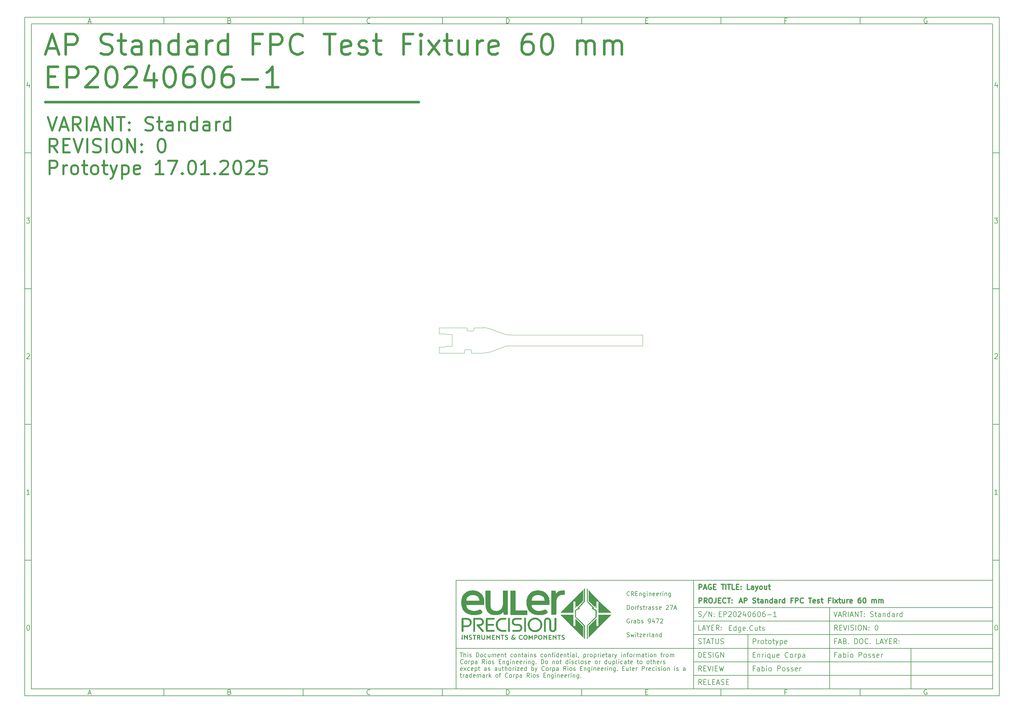
<source format=gbr>
%TF.GenerationSoftware,KiCad,Pcbnew,8.0.8-2.fc41*%
%TF.CreationDate,2025-01-26T13:38:33+01:00*%
%TF.ProjectId,0100_COVERSHEET,30313030-5f43-44f5-9645-525348454554,0*%
%TF.SameCoordinates,Original*%
%TF.FileFunction,Profile,NP*%
%FSLAX46Y46*%
G04 Gerber Fmt 4.6, Leading zero omitted, Abs format (unit mm)*
G04 Created by KiCad (PCBNEW 8.0.8-2.fc41) date 2025-01-26 13:38:33*
%MOMM*%
%LPD*%
G01*
G04 APERTURE LIST*
%ADD10C,0.100000*%
%ADD11C,0.150000*%
%ADD12C,0.300000*%
%ADD13C,0.750000*%
%ADD14C,0.600000*%
%ADD15C,0.000001*%
%TA.AperFunction,Profile*%
%ADD16C,0.100000*%
%TD*%
%ADD17C,0.200000*%
G04 APERTURE END LIST*
D10*
D11*
X7000000Y-203000000D02*
X290000000Y-203000000D01*
X290000000Y-7000000D01*
X7000000Y-7000000D01*
X7000000Y-203000000D01*
D10*
D11*
X132000000Y-171000000D02*
X290000000Y-171000000D01*
X290000000Y-203000000D01*
X132000000Y-203000000D01*
X132000000Y-171000000D01*
D10*
D11*
X202000000Y-203000000D02*
X202000000Y-171000000D01*
D10*
D11*
X290000000Y-199000000D02*
X202000000Y-199000000D01*
D10*
D11*
X290000000Y-195000000D02*
X202000000Y-195000000D01*
D10*
D11*
X290000000Y-191000000D02*
X201000000Y-191000000D01*
D10*
D11*
X290000000Y-187000000D02*
X202000000Y-187000000D01*
D10*
D11*
X290000000Y-183000000D02*
X202000000Y-183000000D01*
D10*
D11*
X290000000Y-179000000D02*
X202000000Y-179000000D01*
D10*
D11*
X266000000Y-203000000D02*
X266000000Y-191000000D01*
D10*
D11*
X242000000Y-203000000D02*
X242000000Y-179000000D01*
D10*
D11*
X218000000Y-203000000D02*
X218000000Y-187000000D01*
D10*
D12*
X203556710Y-173685528D02*
X203556710Y-172185528D01*
X203556710Y-172185528D02*
X204128139Y-172185528D01*
X204128139Y-172185528D02*
X204270996Y-172256957D01*
X204270996Y-172256957D02*
X204342425Y-172328385D01*
X204342425Y-172328385D02*
X204413853Y-172471242D01*
X204413853Y-172471242D02*
X204413853Y-172685528D01*
X204413853Y-172685528D02*
X204342425Y-172828385D01*
X204342425Y-172828385D02*
X204270996Y-172899814D01*
X204270996Y-172899814D02*
X204128139Y-172971242D01*
X204128139Y-172971242D02*
X203556710Y-172971242D01*
X204985282Y-173256957D02*
X205699568Y-173256957D01*
X204842425Y-173685528D02*
X205342425Y-172185528D01*
X205342425Y-172185528D02*
X205842425Y-173685528D01*
X207128139Y-172256957D02*
X206985282Y-172185528D01*
X206985282Y-172185528D02*
X206770996Y-172185528D01*
X206770996Y-172185528D02*
X206556710Y-172256957D01*
X206556710Y-172256957D02*
X206413853Y-172399814D01*
X206413853Y-172399814D02*
X206342424Y-172542671D01*
X206342424Y-172542671D02*
X206270996Y-172828385D01*
X206270996Y-172828385D02*
X206270996Y-173042671D01*
X206270996Y-173042671D02*
X206342424Y-173328385D01*
X206342424Y-173328385D02*
X206413853Y-173471242D01*
X206413853Y-173471242D02*
X206556710Y-173614100D01*
X206556710Y-173614100D02*
X206770996Y-173685528D01*
X206770996Y-173685528D02*
X206913853Y-173685528D01*
X206913853Y-173685528D02*
X207128139Y-173614100D01*
X207128139Y-173614100D02*
X207199567Y-173542671D01*
X207199567Y-173542671D02*
X207199567Y-173042671D01*
X207199567Y-173042671D02*
X206913853Y-173042671D01*
X207842424Y-172899814D02*
X208342424Y-172899814D01*
X208556710Y-173685528D02*
X207842424Y-173685528D01*
X207842424Y-173685528D02*
X207842424Y-172185528D01*
X207842424Y-172185528D02*
X208556710Y-172185528D01*
X210128139Y-172185528D02*
X210985282Y-172185528D01*
X210556710Y-173685528D02*
X210556710Y-172185528D01*
X211485281Y-173685528D02*
X211485281Y-172185528D01*
X211985282Y-172185528D02*
X212842425Y-172185528D01*
X212413853Y-173685528D02*
X212413853Y-172185528D01*
X214056710Y-173685528D02*
X213342424Y-173685528D01*
X213342424Y-173685528D02*
X213342424Y-172185528D01*
X214556710Y-172899814D02*
X215056710Y-172899814D01*
X215270996Y-173685528D02*
X214556710Y-173685528D01*
X214556710Y-173685528D02*
X214556710Y-172185528D01*
X214556710Y-172185528D02*
X215270996Y-172185528D01*
X215913853Y-173542671D02*
X215985282Y-173614100D01*
X215985282Y-173614100D02*
X215913853Y-173685528D01*
X215913853Y-173685528D02*
X215842425Y-173614100D01*
X215842425Y-173614100D02*
X215913853Y-173542671D01*
X215913853Y-173542671D02*
X215913853Y-173685528D01*
X215913853Y-172756957D02*
X215985282Y-172828385D01*
X215985282Y-172828385D02*
X215913853Y-172899814D01*
X215913853Y-172899814D02*
X215842425Y-172828385D01*
X215842425Y-172828385D02*
X215913853Y-172756957D01*
X215913853Y-172756957D02*
X215913853Y-172899814D01*
X218485282Y-173685528D02*
X217770996Y-173685528D01*
X217770996Y-173685528D02*
X217770996Y-172185528D01*
X219628140Y-173685528D02*
X219628140Y-172899814D01*
X219628140Y-172899814D02*
X219556711Y-172756957D01*
X219556711Y-172756957D02*
X219413854Y-172685528D01*
X219413854Y-172685528D02*
X219128140Y-172685528D01*
X219128140Y-172685528D02*
X218985282Y-172756957D01*
X219628140Y-173614100D02*
X219485282Y-173685528D01*
X219485282Y-173685528D02*
X219128140Y-173685528D01*
X219128140Y-173685528D02*
X218985282Y-173614100D01*
X218985282Y-173614100D02*
X218913854Y-173471242D01*
X218913854Y-173471242D02*
X218913854Y-173328385D01*
X218913854Y-173328385D02*
X218985282Y-173185528D01*
X218985282Y-173185528D02*
X219128140Y-173114100D01*
X219128140Y-173114100D02*
X219485282Y-173114100D01*
X219485282Y-173114100D02*
X219628140Y-173042671D01*
X220199568Y-172685528D02*
X220556711Y-173685528D01*
X220913854Y-172685528D02*
X220556711Y-173685528D01*
X220556711Y-173685528D02*
X220413854Y-174042671D01*
X220413854Y-174042671D02*
X220342425Y-174114100D01*
X220342425Y-174114100D02*
X220199568Y-174185528D01*
X221699568Y-173685528D02*
X221556711Y-173614100D01*
X221556711Y-173614100D02*
X221485282Y-173542671D01*
X221485282Y-173542671D02*
X221413854Y-173399814D01*
X221413854Y-173399814D02*
X221413854Y-172971242D01*
X221413854Y-172971242D02*
X221485282Y-172828385D01*
X221485282Y-172828385D02*
X221556711Y-172756957D01*
X221556711Y-172756957D02*
X221699568Y-172685528D01*
X221699568Y-172685528D02*
X221913854Y-172685528D01*
X221913854Y-172685528D02*
X222056711Y-172756957D01*
X222056711Y-172756957D02*
X222128140Y-172828385D01*
X222128140Y-172828385D02*
X222199568Y-172971242D01*
X222199568Y-172971242D02*
X222199568Y-173399814D01*
X222199568Y-173399814D02*
X222128140Y-173542671D01*
X222128140Y-173542671D02*
X222056711Y-173614100D01*
X222056711Y-173614100D02*
X221913854Y-173685528D01*
X221913854Y-173685528D02*
X221699568Y-173685528D01*
X223485283Y-172685528D02*
X223485283Y-173685528D01*
X222842425Y-172685528D02*
X222842425Y-173471242D01*
X222842425Y-173471242D02*
X222913854Y-173614100D01*
X222913854Y-173614100D02*
X223056711Y-173685528D01*
X223056711Y-173685528D02*
X223270997Y-173685528D01*
X223270997Y-173685528D02*
X223413854Y-173614100D01*
X223413854Y-173614100D02*
X223485283Y-173542671D01*
X223985283Y-172685528D02*
X224556711Y-172685528D01*
X224199568Y-172185528D02*
X224199568Y-173471242D01*
X224199568Y-173471242D02*
X224270997Y-173614100D01*
X224270997Y-173614100D02*
X224413854Y-173685528D01*
X224413854Y-173685528D02*
X224556711Y-173685528D01*
D10*
D11*
X201000000Y-191000000D02*
X132000000Y-191000000D01*
D10*
D12*
X203554510Y-177678328D02*
X203554510Y-176178328D01*
X203554510Y-176178328D02*
X204125939Y-176178328D01*
X204125939Y-176178328D02*
X204268796Y-176249757D01*
X204268796Y-176249757D02*
X204340225Y-176321185D01*
X204340225Y-176321185D02*
X204411653Y-176464042D01*
X204411653Y-176464042D02*
X204411653Y-176678328D01*
X204411653Y-176678328D02*
X204340225Y-176821185D01*
X204340225Y-176821185D02*
X204268796Y-176892614D01*
X204268796Y-176892614D02*
X204125939Y-176964042D01*
X204125939Y-176964042D02*
X203554510Y-176964042D01*
X205911653Y-177678328D02*
X205411653Y-176964042D01*
X205054510Y-177678328D02*
X205054510Y-176178328D01*
X205054510Y-176178328D02*
X205625939Y-176178328D01*
X205625939Y-176178328D02*
X205768796Y-176249757D01*
X205768796Y-176249757D02*
X205840225Y-176321185D01*
X205840225Y-176321185D02*
X205911653Y-176464042D01*
X205911653Y-176464042D02*
X205911653Y-176678328D01*
X205911653Y-176678328D02*
X205840225Y-176821185D01*
X205840225Y-176821185D02*
X205768796Y-176892614D01*
X205768796Y-176892614D02*
X205625939Y-176964042D01*
X205625939Y-176964042D02*
X205054510Y-176964042D01*
X206840225Y-176178328D02*
X207125939Y-176178328D01*
X207125939Y-176178328D02*
X207268796Y-176249757D01*
X207268796Y-176249757D02*
X207411653Y-176392614D01*
X207411653Y-176392614D02*
X207483082Y-176678328D01*
X207483082Y-176678328D02*
X207483082Y-177178328D01*
X207483082Y-177178328D02*
X207411653Y-177464042D01*
X207411653Y-177464042D02*
X207268796Y-177606900D01*
X207268796Y-177606900D02*
X207125939Y-177678328D01*
X207125939Y-177678328D02*
X206840225Y-177678328D01*
X206840225Y-177678328D02*
X206697368Y-177606900D01*
X206697368Y-177606900D02*
X206554510Y-177464042D01*
X206554510Y-177464042D02*
X206483082Y-177178328D01*
X206483082Y-177178328D02*
X206483082Y-176678328D01*
X206483082Y-176678328D02*
X206554510Y-176392614D01*
X206554510Y-176392614D02*
X206697368Y-176249757D01*
X206697368Y-176249757D02*
X206840225Y-176178328D01*
X208554511Y-176178328D02*
X208554511Y-177249757D01*
X208554511Y-177249757D02*
X208483082Y-177464042D01*
X208483082Y-177464042D02*
X208340225Y-177606900D01*
X208340225Y-177606900D02*
X208125939Y-177678328D01*
X208125939Y-177678328D02*
X207983082Y-177678328D01*
X209268796Y-176892614D02*
X209768796Y-176892614D01*
X209983082Y-177678328D02*
X209268796Y-177678328D01*
X209268796Y-177678328D02*
X209268796Y-176178328D01*
X209268796Y-176178328D02*
X209983082Y-176178328D01*
X211483082Y-177535471D02*
X211411654Y-177606900D01*
X211411654Y-177606900D02*
X211197368Y-177678328D01*
X211197368Y-177678328D02*
X211054511Y-177678328D01*
X211054511Y-177678328D02*
X210840225Y-177606900D01*
X210840225Y-177606900D02*
X210697368Y-177464042D01*
X210697368Y-177464042D02*
X210625939Y-177321185D01*
X210625939Y-177321185D02*
X210554511Y-177035471D01*
X210554511Y-177035471D02*
X210554511Y-176821185D01*
X210554511Y-176821185D02*
X210625939Y-176535471D01*
X210625939Y-176535471D02*
X210697368Y-176392614D01*
X210697368Y-176392614D02*
X210840225Y-176249757D01*
X210840225Y-176249757D02*
X211054511Y-176178328D01*
X211054511Y-176178328D02*
X211197368Y-176178328D01*
X211197368Y-176178328D02*
X211411654Y-176249757D01*
X211411654Y-176249757D02*
X211483082Y-176321185D01*
X211911654Y-176178328D02*
X212768797Y-176178328D01*
X212340225Y-177678328D02*
X212340225Y-176178328D01*
X213268796Y-177535471D02*
X213340225Y-177606900D01*
X213340225Y-177606900D02*
X213268796Y-177678328D01*
X213268796Y-177678328D02*
X213197368Y-177606900D01*
X213197368Y-177606900D02*
X213268796Y-177535471D01*
X213268796Y-177535471D02*
X213268796Y-177678328D01*
X213268796Y-176749757D02*
X213340225Y-176821185D01*
X213340225Y-176821185D02*
X213268796Y-176892614D01*
X213268796Y-176892614D02*
X213197368Y-176821185D01*
X213197368Y-176821185D02*
X213268796Y-176749757D01*
X213268796Y-176749757D02*
X213268796Y-176892614D01*
D10*
D11*
X203384398Y-181614700D02*
X203598684Y-181686128D01*
X203598684Y-181686128D02*
X203955826Y-181686128D01*
X203955826Y-181686128D02*
X204098684Y-181614700D01*
X204098684Y-181614700D02*
X204170112Y-181543271D01*
X204170112Y-181543271D02*
X204241541Y-181400414D01*
X204241541Y-181400414D02*
X204241541Y-181257557D01*
X204241541Y-181257557D02*
X204170112Y-181114700D01*
X204170112Y-181114700D02*
X204098684Y-181043271D01*
X204098684Y-181043271D02*
X203955826Y-180971842D01*
X203955826Y-180971842D02*
X203670112Y-180900414D01*
X203670112Y-180900414D02*
X203527255Y-180828985D01*
X203527255Y-180828985D02*
X203455826Y-180757557D01*
X203455826Y-180757557D02*
X203384398Y-180614700D01*
X203384398Y-180614700D02*
X203384398Y-180471842D01*
X203384398Y-180471842D02*
X203455826Y-180328985D01*
X203455826Y-180328985D02*
X203527255Y-180257557D01*
X203527255Y-180257557D02*
X203670112Y-180186128D01*
X203670112Y-180186128D02*
X204027255Y-180186128D01*
X204027255Y-180186128D02*
X204241541Y-180257557D01*
X205955826Y-180114700D02*
X204670112Y-182043271D01*
X206455826Y-181686128D02*
X206455826Y-180186128D01*
X206455826Y-180186128D02*
X207312969Y-181686128D01*
X207312969Y-181686128D02*
X207312969Y-180186128D01*
X208027255Y-181543271D02*
X208098684Y-181614700D01*
X208098684Y-181614700D02*
X208027255Y-181686128D01*
X208027255Y-181686128D02*
X207955827Y-181614700D01*
X207955827Y-181614700D02*
X208027255Y-181543271D01*
X208027255Y-181543271D02*
X208027255Y-181686128D01*
X208027255Y-180757557D02*
X208098684Y-180828985D01*
X208098684Y-180828985D02*
X208027255Y-180900414D01*
X208027255Y-180900414D02*
X207955827Y-180828985D01*
X207955827Y-180828985D02*
X208027255Y-180757557D01*
X208027255Y-180757557D02*
X208027255Y-180900414D01*
D10*
D11*
X203455826Y-193686128D02*
X203455826Y-192186128D01*
X203455826Y-192186128D02*
X203812969Y-192186128D01*
X203812969Y-192186128D02*
X204027255Y-192257557D01*
X204027255Y-192257557D02*
X204170112Y-192400414D01*
X204170112Y-192400414D02*
X204241541Y-192543271D01*
X204241541Y-192543271D02*
X204312969Y-192828985D01*
X204312969Y-192828985D02*
X204312969Y-193043271D01*
X204312969Y-193043271D02*
X204241541Y-193328985D01*
X204241541Y-193328985D02*
X204170112Y-193471842D01*
X204170112Y-193471842D02*
X204027255Y-193614700D01*
X204027255Y-193614700D02*
X203812969Y-193686128D01*
X203812969Y-193686128D02*
X203455826Y-193686128D01*
X204955826Y-192900414D02*
X205455826Y-192900414D01*
X205670112Y-193686128D02*
X204955826Y-193686128D01*
X204955826Y-193686128D02*
X204955826Y-192186128D01*
X204955826Y-192186128D02*
X205670112Y-192186128D01*
X206241541Y-193614700D02*
X206455827Y-193686128D01*
X206455827Y-193686128D02*
X206812969Y-193686128D01*
X206812969Y-193686128D02*
X206955827Y-193614700D01*
X206955827Y-193614700D02*
X207027255Y-193543271D01*
X207027255Y-193543271D02*
X207098684Y-193400414D01*
X207098684Y-193400414D02*
X207098684Y-193257557D01*
X207098684Y-193257557D02*
X207027255Y-193114700D01*
X207027255Y-193114700D02*
X206955827Y-193043271D01*
X206955827Y-193043271D02*
X206812969Y-192971842D01*
X206812969Y-192971842D02*
X206527255Y-192900414D01*
X206527255Y-192900414D02*
X206384398Y-192828985D01*
X206384398Y-192828985D02*
X206312969Y-192757557D01*
X206312969Y-192757557D02*
X206241541Y-192614700D01*
X206241541Y-192614700D02*
X206241541Y-192471842D01*
X206241541Y-192471842D02*
X206312969Y-192328985D01*
X206312969Y-192328985D02*
X206384398Y-192257557D01*
X206384398Y-192257557D02*
X206527255Y-192186128D01*
X206527255Y-192186128D02*
X206884398Y-192186128D01*
X206884398Y-192186128D02*
X207098684Y-192257557D01*
X207741540Y-193686128D02*
X207741540Y-192186128D01*
X209241541Y-192257557D02*
X209098684Y-192186128D01*
X209098684Y-192186128D02*
X208884398Y-192186128D01*
X208884398Y-192186128D02*
X208670112Y-192257557D01*
X208670112Y-192257557D02*
X208527255Y-192400414D01*
X208527255Y-192400414D02*
X208455826Y-192543271D01*
X208455826Y-192543271D02*
X208384398Y-192828985D01*
X208384398Y-192828985D02*
X208384398Y-193043271D01*
X208384398Y-193043271D02*
X208455826Y-193328985D01*
X208455826Y-193328985D02*
X208527255Y-193471842D01*
X208527255Y-193471842D02*
X208670112Y-193614700D01*
X208670112Y-193614700D02*
X208884398Y-193686128D01*
X208884398Y-193686128D02*
X209027255Y-193686128D01*
X209027255Y-193686128D02*
X209241541Y-193614700D01*
X209241541Y-193614700D02*
X209312969Y-193543271D01*
X209312969Y-193543271D02*
X209312969Y-193043271D01*
X209312969Y-193043271D02*
X209027255Y-193043271D01*
X209955826Y-193686128D02*
X209955826Y-192186128D01*
X209955826Y-192186128D02*
X210812969Y-193686128D01*
X210812969Y-193686128D02*
X210812969Y-192186128D01*
D10*
D11*
X204312969Y-197686128D02*
X203812969Y-196971842D01*
X203455826Y-197686128D02*
X203455826Y-196186128D01*
X203455826Y-196186128D02*
X204027255Y-196186128D01*
X204027255Y-196186128D02*
X204170112Y-196257557D01*
X204170112Y-196257557D02*
X204241541Y-196328985D01*
X204241541Y-196328985D02*
X204312969Y-196471842D01*
X204312969Y-196471842D02*
X204312969Y-196686128D01*
X204312969Y-196686128D02*
X204241541Y-196828985D01*
X204241541Y-196828985D02*
X204170112Y-196900414D01*
X204170112Y-196900414D02*
X204027255Y-196971842D01*
X204027255Y-196971842D02*
X203455826Y-196971842D01*
X204955826Y-196900414D02*
X205455826Y-196900414D01*
X205670112Y-197686128D02*
X204955826Y-197686128D01*
X204955826Y-197686128D02*
X204955826Y-196186128D01*
X204955826Y-196186128D02*
X205670112Y-196186128D01*
X206098684Y-196186128D02*
X206598684Y-197686128D01*
X206598684Y-197686128D02*
X207098684Y-196186128D01*
X207598683Y-197686128D02*
X207598683Y-196186128D01*
X208312969Y-196900414D02*
X208812969Y-196900414D01*
X209027255Y-197686128D02*
X208312969Y-197686128D01*
X208312969Y-197686128D02*
X208312969Y-196186128D01*
X208312969Y-196186128D02*
X209027255Y-196186128D01*
X209527255Y-196186128D02*
X209884398Y-197686128D01*
X209884398Y-197686128D02*
X210170112Y-196614700D01*
X210170112Y-196614700D02*
X210455827Y-197686128D01*
X210455827Y-197686128D02*
X210812970Y-196186128D01*
D10*
D11*
X204312969Y-201686128D02*
X203812969Y-200971842D01*
X203455826Y-201686128D02*
X203455826Y-200186128D01*
X203455826Y-200186128D02*
X204027255Y-200186128D01*
X204027255Y-200186128D02*
X204170112Y-200257557D01*
X204170112Y-200257557D02*
X204241541Y-200328985D01*
X204241541Y-200328985D02*
X204312969Y-200471842D01*
X204312969Y-200471842D02*
X204312969Y-200686128D01*
X204312969Y-200686128D02*
X204241541Y-200828985D01*
X204241541Y-200828985D02*
X204170112Y-200900414D01*
X204170112Y-200900414D02*
X204027255Y-200971842D01*
X204027255Y-200971842D02*
X203455826Y-200971842D01*
X204955826Y-200900414D02*
X205455826Y-200900414D01*
X205670112Y-201686128D02*
X204955826Y-201686128D01*
X204955826Y-201686128D02*
X204955826Y-200186128D01*
X204955826Y-200186128D02*
X205670112Y-200186128D01*
X207027255Y-201686128D02*
X206312969Y-201686128D01*
X206312969Y-201686128D02*
X206312969Y-200186128D01*
X207527255Y-200900414D02*
X208027255Y-200900414D01*
X208241541Y-201686128D02*
X207527255Y-201686128D01*
X207527255Y-201686128D02*
X207527255Y-200186128D01*
X207527255Y-200186128D02*
X208241541Y-200186128D01*
X208812970Y-201257557D02*
X209527256Y-201257557D01*
X208670113Y-201686128D02*
X209170113Y-200186128D01*
X209170113Y-200186128D02*
X209670113Y-201686128D01*
X210098684Y-201614700D02*
X210312970Y-201686128D01*
X210312970Y-201686128D02*
X210670112Y-201686128D01*
X210670112Y-201686128D02*
X210812970Y-201614700D01*
X210812970Y-201614700D02*
X210884398Y-201543271D01*
X210884398Y-201543271D02*
X210955827Y-201400414D01*
X210955827Y-201400414D02*
X210955827Y-201257557D01*
X210955827Y-201257557D02*
X210884398Y-201114700D01*
X210884398Y-201114700D02*
X210812970Y-201043271D01*
X210812970Y-201043271D02*
X210670112Y-200971842D01*
X210670112Y-200971842D02*
X210384398Y-200900414D01*
X210384398Y-200900414D02*
X210241541Y-200828985D01*
X210241541Y-200828985D02*
X210170112Y-200757557D01*
X210170112Y-200757557D02*
X210098684Y-200614700D01*
X210098684Y-200614700D02*
X210098684Y-200471842D01*
X210098684Y-200471842D02*
X210170112Y-200328985D01*
X210170112Y-200328985D02*
X210241541Y-200257557D01*
X210241541Y-200257557D02*
X210384398Y-200186128D01*
X210384398Y-200186128D02*
X210741541Y-200186128D01*
X210741541Y-200186128D02*
X210955827Y-200257557D01*
X211598683Y-200900414D02*
X212098683Y-200900414D01*
X212312969Y-201686128D02*
X211598683Y-201686128D01*
X211598683Y-201686128D02*
X211598683Y-200186128D01*
X211598683Y-200186128D02*
X212312969Y-200186128D01*
D10*
D11*
X243241541Y-180186128D02*
X243741541Y-181686128D01*
X243741541Y-181686128D02*
X244241541Y-180186128D01*
X244670112Y-181257557D02*
X245384398Y-181257557D01*
X244527255Y-181686128D02*
X245027255Y-180186128D01*
X245027255Y-180186128D02*
X245527255Y-181686128D01*
X246884397Y-181686128D02*
X246384397Y-180971842D01*
X246027254Y-181686128D02*
X246027254Y-180186128D01*
X246027254Y-180186128D02*
X246598683Y-180186128D01*
X246598683Y-180186128D02*
X246741540Y-180257557D01*
X246741540Y-180257557D02*
X246812969Y-180328985D01*
X246812969Y-180328985D02*
X246884397Y-180471842D01*
X246884397Y-180471842D02*
X246884397Y-180686128D01*
X246884397Y-180686128D02*
X246812969Y-180828985D01*
X246812969Y-180828985D02*
X246741540Y-180900414D01*
X246741540Y-180900414D02*
X246598683Y-180971842D01*
X246598683Y-180971842D02*
X246027254Y-180971842D01*
X247527254Y-181686128D02*
X247527254Y-180186128D01*
X248170112Y-181257557D02*
X248884398Y-181257557D01*
X248027255Y-181686128D02*
X248527255Y-180186128D01*
X248527255Y-180186128D02*
X249027255Y-181686128D01*
X249527254Y-181686128D02*
X249527254Y-180186128D01*
X249527254Y-180186128D02*
X250384397Y-181686128D01*
X250384397Y-181686128D02*
X250384397Y-180186128D01*
X250884398Y-180186128D02*
X251741541Y-180186128D01*
X251312969Y-181686128D02*
X251312969Y-180186128D01*
X252241540Y-181543271D02*
X252312969Y-181614700D01*
X252312969Y-181614700D02*
X252241540Y-181686128D01*
X252241540Y-181686128D02*
X252170112Y-181614700D01*
X252170112Y-181614700D02*
X252241540Y-181543271D01*
X252241540Y-181543271D02*
X252241540Y-181686128D01*
X252241540Y-180757557D02*
X252312969Y-180828985D01*
X252312969Y-180828985D02*
X252241540Y-180900414D01*
X252241540Y-180900414D02*
X252170112Y-180828985D01*
X252170112Y-180828985D02*
X252241540Y-180757557D01*
X252241540Y-180757557D02*
X252241540Y-180900414D01*
X254027255Y-181614700D02*
X254241541Y-181686128D01*
X254241541Y-181686128D02*
X254598683Y-181686128D01*
X254598683Y-181686128D02*
X254741541Y-181614700D01*
X254741541Y-181614700D02*
X254812969Y-181543271D01*
X254812969Y-181543271D02*
X254884398Y-181400414D01*
X254884398Y-181400414D02*
X254884398Y-181257557D01*
X254884398Y-181257557D02*
X254812969Y-181114700D01*
X254812969Y-181114700D02*
X254741541Y-181043271D01*
X254741541Y-181043271D02*
X254598683Y-180971842D01*
X254598683Y-180971842D02*
X254312969Y-180900414D01*
X254312969Y-180900414D02*
X254170112Y-180828985D01*
X254170112Y-180828985D02*
X254098683Y-180757557D01*
X254098683Y-180757557D02*
X254027255Y-180614700D01*
X254027255Y-180614700D02*
X254027255Y-180471842D01*
X254027255Y-180471842D02*
X254098683Y-180328985D01*
X254098683Y-180328985D02*
X254170112Y-180257557D01*
X254170112Y-180257557D02*
X254312969Y-180186128D01*
X254312969Y-180186128D02*
X254670112Y-180186128D01*
X254670112Y-180186128D02*
X254884398Y-180257557D01*
X255312969Y-180686128D02*
X255884397Y-180686128D01*
X255527254Y-180186128D02*
X255527254Y-181471842D01*
X255527254Y-181471842D02*
X255598683Y-181614700D01*
X255598683Y-181614700D02*
X255741540Y-181686128D01*
X255741540Y-181686128D02*
X255884397Y-181686128D01*
X257027255Y-181686128D02*
X257027255Y-180900414D01*
X257027255Y-180900414D02*
X256955826Y-180757557D01*
X256955826Y-180757557D02*
X256812969Y-180686128D01*
X256812969Y-180686128D02*
X256527255Y-180686128D01*
X256527255Y-180686128D02*
X256384397Y-180757557D01*
X257027255Y-181614700D02*
X256884397Y-181686128D01*
X256884397Y-181686128D02*
X256527255Y-181686128D01*
X256527255Y-181686128D02*
X256384397Y-181614700D01*
X256384397Y-181614700D02*
X256312969Y-181471842D01*
X256312969Y-181471842D02*
X256312969Y-181328985D01*
X256312969Y-181328985D02*
X256384397Y-181186128D01*
X256384397Y-181186128D02*
X256527255Y-181114700D01*
X256527255Y-181114700D02*
X256884397Y-181114700D01*
X256884397Y-181114700D02*
X257027255Y-181043271D01*
X257741540Y-180686128D02*
X257741540Y-181686128D01*
X257741540Y-180828985D02*
X257812969Y-180757557D01*
X257812969Y-180757557D02*
X257955826Y-180686128D01*
X257955826Y-180686128D02*
X258170112Y-180686128D01*
X258170112Y-180686128D02*
X258312969Y-180757557D01*
X258312969Y-180757557D02*
X258384398Y-180900414D01*
X258384398Y-180900414D02*
X258384398Y-181686128D01*
X259741541Y-181686128D02*
X259741541Y-180186128D01*
X259741541Y-181614700D02*
X259598683Y-181686128D01*
X259598683Y-181686128D02*
X259312969Y-181686128D01*
X259312969Y-181686128D02*
X259170112Y-181614700D01*
X259170112Y-181614700D02*
X259098683Y-181543271D01*
X259098683Y-181543271D02*
X259027255Y-181400414D01*
X259027255Y-181400414D02*
X259027255Y-180971842D01*
X259027255Y-180971842D02*
X259098683Y-180828985D01*
X259098683Y-180828985D02*
X259170112Y-180757557D01*
X259170112Y-180757557D02*
X259312969Y-180686128D01*
X259312969Y-180686128D02*
X259598683Y-180686128D01*
X259598683Y-180686128D02*
X259741541Y-180757557D01*
X261098684Y-181686128D02*
X261098684Y-180900414D01*
X261098684Y-180900414D02*
X261027255Y-180757557D01*
X261027255Y-180757557D02*
X260884398Y-180686128D01*
X260884398Y-180686128D02*
X260598684Y-180686128D01*
X260598684Y-180686128D02*
X260455826Y-180757557D01*
X261098684Y-181614700D02*
X260955826Y-181686128D01*
X260955826Y-181686128D02*
X260598684Y-181686128D01*
X260598684Y-181686128D02*
X260455826Y-181614700D01*
X260455826Y-181614700D02*
X260384398Y-181471842D01*
X260384398Y-181471842D02*
X260384398Y-181328985D01*
X260384398Y-181328985D02*
X260455826Y-181186128D01*
X260455826Y-181186128D02*
X260598684Y-181114700D01*
X260598684Y-181114700D02*
X260955826Y-181114700D01*
X260955826Y-181114700D02*
X261098684Y-181043271D01*
X261812969Y-181686128D02*
X261812969Y-180686128D01*
X261812969Y-180971842D02*
X261884398Y-180828985D01*
X261884398Y-180828985D02*
X261955827Y-180757557D01*
X261955827Y-180757557D02*
X262098684Y-180686128D01*
X262098684Y-180686128D02*
X262241541Y-180686128D01*
X263384398Y-181686128D02*
X263384398Y-180186128D01*
X263384398Y-181614700D02*
X263241540Y-181686128D01*
X263241540Y-181686128D02*
X262955826Y-181686128D01*
X262955826Y-181686128D02*
X262812969Y-181614700D01*
X262812969Y-181614700D02*
X262741540Y-181543271D01*
X262741540Y-181543271D02*
X262670112Y-181400414D01*
X262670112Y-181400414D02*
X262670112Y-180971842D01*
X262670112Y-180971842D02*
X262741540Y-180828985D01*
X262741540Y-180828985D02*
X262812969Y-180757557D01*
X262812969Y-180757557D02*
X262955826Y-180686128D01*
X262955826Y-180686128D02*
X263241540Y-180686128D01*
X263241540Y-180686128D02*
X263384398Y-180757557D01*
D10*
D11*
X244312969Y-185686128D02*
X243812969Y-184971842D01*
X243455826Y-185686128D02*
X243455826Y-184186128D01*
X243455826Y-184186128D02*
X244027255Y-184186128D01*
X244027255Y-184186128D02*
X244170112Y-184257557D01*
X244170112Y-184257557D02*
X244241541Y-184328985D01*
X244241541Y-184328985D02*
X244312969Y-184471842D01*
X244312969Y-184471842D02*
X244312969Y-184686128D01*
X244312969Y-184686128D02*
X244241541Y-184828985D01*
X244241541Y-184828985D02*
X244170112Y-184900414D01*
X244170112Y-184900414D02*
X244027255Y-184971842D01*
X244027255Y-184971842D02*
X243455826Y-184971842D01*
X244955826Y-184900414D02*
X245455826Y-184900414D01*
X245670112Y-185686128D02*
X244955826Y-185686128D01*
X244955826Y-185686128D02*
X244955826Y-184186128D01*
X244955826Y-184186128D02*
X245670112Y-184186128D01*
X246098684Y-184186128D02*
X246598684Y-185686128D01*
X246598684Y-185686128D02*
X247098684Y-184186128D01*
X247598683Y-185686128D02*
X247598683Y-184186128D01*
X248241541Y-185614700D02*
X248455827Y-185686128D01*
X248455827Y-185686128D02*
X248812969Y-185686128D01*
X248812969Y-185686128D02*
X248955827Y-185614700D01*
X248955827Y-185614700D02*
X249027255Y-185543271D01*
X249027255Y-185543271D02*
X249098684Y-185400414D01*
X249098684Y-185400414D02*
X249098684Y-185257557D01*
X249098684Y-185257557D02*
X249027255Y-185114700D01*
X249027255Y-185114700D02*
X248955827Y-185043271D01*
X248955827Y-185043271D02*
X248812969Y-184971842D01*
X248812969Y-184971842D02*
X248527255Y-184900414D01*
X248527255Y-184900414D02*
X248384398Y-184828985D01*
X248384398Y-184828985D02*
X248312969Y-184757557D01*
X248312969Y-184757557D02*
X248241541Y-184614700D01*
X248241541Y-184614700D02*
X248241541Y-184471842D01*
X248241541Y-184471842D02*
X248312969Y-184328985D01*
X248312969Y-184328985D02*
X248384398Y-184257557D01*
X248384398Y-184257557D02*
X248527255Y-184186128D01*
X248527255Y-184186128D02*
X248884398Y-184186128D01*
X248884398Y-184186128D02*
X249098684Y-184257557D01*
X249741540Y-185686128D02*
X249741540Y-184186128D01*
X250741541Y-184186128D02*
X251027255Y-184186128D01*
X251027255Y-184186128D02*
X251170112Y-184257557D01*
X251170112Y-184257557D02*
X251312969Y-184400414D01*
X251312969Y-184400414D02*
X251384398Y-184686128D01*
X251384398Y-184686128D02*
X251384398Y-185186128D01*
X251384398Y-185186128D02*
X251312969Y-185471842D01*
X251312969Y-185471842D02*
X251170112Y-185614700D01*
X251170112Y-185614700D02*
X251027255Y-185686128D01*
X251027255Y-185686128D02*
X250741541Y-185686128D01*
X250741541Y-185686128D02*
X250598684Y-185614700D01*
X250598684Y-185614700D02*
X250455826Y-185471842D01*
X250455826Y-185471842D02*
X250384398Y-185186128D01*
X250384398Y-185186128D02*
X250384398Y-184686128D01*
X250384398Y-184686128D02*
X250455826Y-184400414D01*
X250455826Y-184400414D02*
X250598684Y-184257557D01*
X250598684Y-184257557D02*
X250741541Y-184186128D01*
X252027255Y-185686128D02*
X252027255Y-184186128D01*
X252027255Y-184186128D02*
X252884398Y-185686128D01*
X252884398Y-185686128D02*
X252884398Y-184186128D01*
X253598684Y-185543271D02*
X253670113Y-185614700D01*
X253670113Y-185614700D02*
X253598684Y-185686128D01*
X253598684Y-185686128D02*
X253527256Y-185614700D01*
X253527256Y-185614700D02*
X253598684Y-185543271D01*
X253598684Y-185543271D02*
X253598684Y-185686128D01*
X253598684Y-184757557D02*
X253670113Y-184828985D01*
X253670113Y-184828985D02*
X253598684Y-184900414D01*
X253598684Y-184900414D02*
X253527256Y-184828985D01*
X253527256Y-184828985D02*
X253598684Y-184757557D01*
X253598684Y-184757557D02*
X253598684Y-184900414D01*
X255741542Y-184186128D02*
X255884399Y-184186128D01*
X255884399Y-184186128D02*
X256027256Y-184257557D01*
X256027256Y-184257557D02*
X256098685Y-184328985D01*
X256098685Y-184328985D02*
X256170113Y-184471842D01*
X256170113Y-184471842D02*
X256241542Y-184757557D01*
X256241542Y-184757557D02*
X256241542Y-185114700D01*
X256241542Y-185114700D02*
X256170113Y-185400414D01*
X256170113Y-185400414D02*
X256098685Y-185543271D01*
X256098685Y-185543271D02*
X256027256Y-185614700D01*
X256027256Y-185614700D02*
X255884399Y-185686128D01*
X255884399Y-185686128D02*
X255741542Y-185686128D01*
X255741542Y-185686128D02*
X255598685Y-185614700D01*
X255598685Y-185614700D02*
X255527256Y-185543271D01*
X255527256Y-185543271D02*
X255455827Y-185400414D01*
X255455827Y-185400414D02*
X255384399Y-185114700D01*
X255384399Y-185114700D02*
X255384399Y-184757557D01*
X255384399Y-184757557D02*
X255455827Y-184471842D01*
X255455827Y-184471842D02*
X255527256Y-184328985D01*
X255527256Y-184328985D02*
X255598685Y-184257557D01*
X255598685Y-184257557D02*
X255741542Y-184186128D01*
D10*
D11*
X203384398Y-189614700D02*
X203598684Y-189686128D01*
X203598684Y-189686128D02*
X203955826Y-189686128D01*
X203955826Y-189686128D02*
X204098684Y-189614700D01*
X204098684Y-189614700D02*
X204170112Y-189543271D01*
X204170112Y-189543271D02*
X204241541Y-189400414D01*
X204241541Y-189400414D02*
X204241541Y-189257557D01*
X204241541Y-189257557D02*
X204170112Y-189114700D01*
X204170112Y-189114700D02*
X204098684Y-189043271D01*
X204098684Y-189043271D02*
X203955826Y-188971842D01*
X203955826Y-188971842D02*
X203670112Y-188900414D01*
X203670112Y-188900414D02*
X203527255Y-188828985D01*
X203527255Y-188828985D02*
X203455826Y-188757557D01*
X203455826Y-188757557D02*
X203384398Y-188614700D01*
X203384398Y-188614700D02*
X203384398Y-188471842D01*
X203384398Y-188471842D02*
X203455826Y-188328985D01*
X203455826Y-188328985D02*
X203527255Y-188257557D01*
X203527255Y-188257557D02*
X203670112Y-188186128D01*
X203670112Y-188186128D02*
X204027255Y-188186128D01*
X204027255Y-188186128D02*
X204241541Y-188257557D01*
X204670112Y-188186128D02*
X205527255Y-188186128D01*
X205098683Y-189686128D02*
X205098683Y-188186128D01*
X205955826Y-189257557D02*
X206670112Y-189257557D01*
X205812969Y-189686128D02*
X206312969Y-188186128D01*
X206312969Y-188186128D02*
X206812969Y-189686128D01*
X207098683Y-188186128D02*
X207955826Y-188186128D01*
X207527254Y-189686128D02*
X207527254Y-188186128D01*
X208455825Y-188186128D02*
X208455825Y-189400414D01*
X208455825Y-189400414D02*
X208527254Y-189543271D01*
X208527254Y-189543271D02*
X208598683Y-189614700D01*
X208598683Y-189614700D02*
X208741540Y-189686128D01*
X208741540Y-189686128D02*
X209027254Y-189686128D01*
X209027254Y-189686128D02*
X209170111Y-189614700D01*
X209170111Y-189614700D02*
X209241540Y-189543271D01*
X209241540Y-189543271D02*
X209312968Y-189400414D01*
X209312968Y-189400414D02*
X209312968Y-188186128D01*
X209955826Y-189614700D02*
X210170112Y-189686128D01*
X210170112Y-189686128D02*
X210527254Y-189686128D01*
X210527254Y-189686128D02*
X210670112Y-189614700D01*
X210670112Y-189614700D02*
X210741540Y-189543271D01*
X210741540Y-189543271D02*
X210812969Y-189400414D01*
X210812969Y-189400414D02*
X210812969Y-189257557D01*
X210812969Y-189257557D02*
X210741540Y-189114700D01*
X210741540Y-189114700D02*
X210670112Y-189043271D01*
X210670112Y-189043271D02*
X210527254Y-188971842D01*
X210527254Y-188971842D02*
X210241540Y-188900414D01*
X210241540Y-188900414D02*
X210098683Y-188828985D01*
X210098683Y-188828985D02*
X210027254Y-188757557D01*
X210027254Y-188757557D02*
X209955826Y-188614700D01*
X209955826Y-188614700D02*
X209955826Y-188471842D01*
X209955826Y-188471842D02*
X210027254Y-188328985D01*
X210027254Y-188328985D02*
X210098683Y-188257557D01*
X210098683Y-188257557D02*
X210241540Y-188186128D01*
X210241540Y-188186128D02*
X210598683Y-188186128D01*
X210598683Y-188186128D02*
X210812969Y-188257557D01*
D10*
D11*
X219455826Y-189686128D02*
X219455826Y-188186128D01*
X219455826Y-188186128D02*
X220027255Y-188186128D01*
X220027255Y-188186128D02*
X220170112Y-188257557D01*
X220170112Y-188257557D02*
X220241541Y-188328985D01*
X220241541Y-188328985D02*
X220312969Y-188471842D01*
X220312969Y-188471842D02*
X220312969Y-188686128D01*
X220312969Y-188686128D02*
X220241541Y-188828985D01*
X220241541Y-188828985D02*
X220170112Y-188900414D01*
X220170112Y-188900414D02*
X220027255Y-188971842D01*
X220027255Y-188971842D02*
X219455826Y-188971842D01*
X220955826Y-189686128D02*
X220955826Y-188686128D01*
X220955826Y-188971842D02*
X221027255Y-188828985D01*
X221027255Y-188828985D02*
X221098684Y-188757557D01*
X221098684Y-188757557D02*
X221241541Y-188686128D01*
X221241541Y-188686128D02*
X221384398Y-188686128D01*
X222098683Y-189686128D02*
X221955826Y-189614700D01*
X221955826Y-189614700D02*
X221884397Y-189543271D01*
X221884397Y-189543271D02*
X221812969Y-189400414D01*
X221812969Y-189400414D02*
X221812969Y-188971842D01*
X221812969Y-188971842D02*
X221884397Y-188828985D01*
X221884397Y-188828985D02*
X221955826Y-188757557D01*
X221955826Y-188757557D02*
X222098683Y-188686128D01*
X222098683Y-188686128D02*
X222312969Y-188686128D01*
X222312969Y-188686128D02*
X222455826Y-188757557D01*
X222455826Y-188757557D02*
X222527255Y-188828985D01*
X222527255Y-188828985D02*
X222598683Y-188971842D01*
X222598683Y-188971842D02*
X222598683Y-189400414D01*
X222598683Y-189400414D02*
X222527255Y-189543271D01*
X222527255Y-189543271D02*
X222455826Y-189614700D01*
X222455826Y-189614700D02*
X222312969Y-189686128D01*
X222312969Y-189686128D02*
X222098683Y-189686128D01*
X223027255Y-188686128D02*
X223598683Y-188686128D01*
X223241540Y-188186128D02*
X223241540Y-189471842D01*
X223241540Y-189471842D02*
X223312969Y-189614700D01*
X223312969Y-189614700D02*
X223455826Y-189686128D01*
X223455826Y-189686128D02*
X223598683Y-189686128D01*
X224312969Y-189686128D02*
X224170112Y-189614700D01*
X224170112Y-189614700D02*
X224098683Y-189543271D01*
X224098683Y-189543271D02*
X224027255Y-189400414D01*
X224027255Y-189400414D02*
X224027255Y-188971842D01*
X224027255Y-188971842D02*
X224098683Y-188828985D01*
X224098683Y-188828985D02*
X224170112Y-188757557D01*
X224170112Y-188757557D02*
X224312969Y-188686128D01*
X224312969Y-188686128D02*
X224527255Y-188686128D01*
X224527255Y-188686128D02*
X224670112Y-188757557D01*
X224670112Y-188757557D02*
X224741541Y-188828985D01*
X224741541Y-188828985D02*
X224812969Y-188971842D01*
X224812969Y-188971842D02*
X224812969Y-189400414D01*
X224812969Y-189400414D02*
X224741541Y-189543271D01*
X224741541Y-189543271D02*
X224670112Y-189614700D01*
X224670112Y-189614700D02*
X224527255Y-189686128D01*
X224527255Y-189686128D02*
X224312969Y-189686128D01*
X225241541Y-188686128D02*
X225812969Y-188686128D01*
X225455826Y-188186128D02*
X225455826Y-189471842D01*
X225455826Y-189471842D02*
X225527255Y-189614700D01*
X225527255Y-189614700D02*
X225670112Y-189686128D01*
X225670112Y-189686128D02*
X225812969Y-189686128D01*
X226170112Y-188686128D02*
X226527255Y-189686128D01*
X226884398Y-188686128D02*
X226527255Y-189686128D01*
X226527255Y-189686128D02*
X226384398Y-190043271D01*
X226384398Y-190043271D02*
X226312969Y-190114700D01*
X226312969Y-190114700D02*
X226170112Y-190186128D01*
X227455826Y-188686128D02*
X227455826Y-190186128D01*
X227455826Y-188757557D02*
X227598684Y-188686128D01*
X227598684Y-188686128D02*
X227884398Y-188686128D01*
X227884398Y-188686128D02*
X228027255Y-188757557D01*
X228027255Y-188757557D02*
X228098684Y-188828985D01*
X228098684Y-188828985D02*
X228170112Y-188971842D01*
X228170112Y-188971842D02*
X228170112Y-189400414D01*
X228170112Y-189400414D02*
X228098684Y-189543271D01*
X228098684Y-189543271D02*
X228027255Y-189614700D01*
X228027255Y-189614700D02*
X227884398Y-189686128D01*
X227884398Y-189686128D02*
X227598684Y-189686128D01*
X227598684Y-189686128D02*
X227455826Y-189614700D01*
X229384398Y-189614700D02*
X229241541Y-189686128D01*
X229241541Y-189686128D02*
X228955827Y-189686128D01*
X228955827Y-189686128D02*
X228812969Y-189614700D01*
X228812969Y-189614700D02*
X228741541Y-189471842D01*
X228741541Y-189471842D02*
X228741541Y-188900414D01*
X228741541Y-188900414D02*
X228812969Y-188757557D01*
X228812969Y-188757557D02*
X228955827Y-188686128D01*
X228955827Y-188686128D02*
X229241541Y-188686128D01*
X229241541Y-188686128D02*
X229384398Y-188757557D01*
X229384398Y-188757557D02*
X229455827Y-188900414D01*
X229455827Y-188900414D02*
X229455827Y-189043271D01*
X229455827Y-189043271D02*
X228741541Y-189186128D01*
D10*
D11*
X219955826Y-196900414D02*
X219455826Y-196900414D01*
X219455826Y-197686128D02*
X219455826Y-196186128D01*
X219455826Y-196186128D02*
X220170112Y-196186128D01*
X221384398Y-197686128D02*
X221384398Y-196900414D01*
X221384398Y-196900414D02*
X221312969Y-196757557D01*
X221312969Y-196757557D02*
X221170112Y-196686128D01*
X221170112Y-196686128D02*
X220884398Y-196686128D01*
X220884398Y-196686128D02*
X220741540Y-196757557D01*
X221384398Y-197614700D02*
X221241540Y-197686128D01*
X221241540Y-197686128D02*
X220884398Y-197686128D01*
X220884398Y-197686128D02*
X220741540Y-197614700D01*
X220741540Y-197614700D02*
X220670112Y-197471842D01*
X220670112Y-197471842D02*
X220670112Y-197328985D01*
X220670112Y-197328985D02*
X220741540Y-197186128D01*
X220741540Y-197186128D02*
X220884398Y-197114700D01*
X220884398Y-197114700D02*
X221241540Y-197114700D01*
X221241540Y-197114700D02*
X221384398Y-197043271D01*
X222098683Y-197686128D02*
X222098683Y-196186128D01*
X222098683Y-196757557D02*
X222241541Y-196686128D01*
X222241541Y-196686128D02*
X222527255Y-196686128D01*
X222527255Y-196686128D02*
X222670112Y-196757557D01*
X222670112Y-196757557D02*
X222741541Y-196828985D01*
X222741541Y-196828985D02*
X222812969Y-196971842D01*
X222812969Y-196971842D02*
X222812969Y-197400414D01*
X222812969Y-197400414D02*
X222741541Y-197543271D01*
X222741541Y-197543271D02*
X222670112Y-197614700D01*
X222670112Y-197614700D02*
X222527255Y-197686128D01*
X222527255Y-197686128D02*
X222241541Y-197686128D01*
X222241541Y-197686128D02*
X222098683Y-197614700D01*
X223455826Y-197686128D02*
X223455826Y-196686128D01*
X223455826Y-196186128D02*
X223384398Y-196257557D01*
X223384398Y-196257557D02*
X223455826Y-196328985D01*
X223455826Y-196328985D02*
X223527255Y-196257557D01*
X223527255Y-196257557D02*
X223455826Y-196186128D01*
X223455826Y-196186128D02*
X223455826Y-196328985D01*
X224384398Y-197686128D02*
X224241541Y-197614700D01*
X224241541Y-197614700D02*
X224170112Y-197543271D01*
X224170112Y-197543271D02*
X224098684Y-197400414D01*
X224098684Y-197400414D02*
X224098684Y-196971842D01*
X224098684Y-196971842D02*
X224170112Y-196828985D01*
X224170112Y-196828985D02*
X224241541Y-196757557D01*
X224241541Y-196757557D02*
X224384398Y-196686128D01*
X224384398Y-196686128D02*
X224598684Y-196686128D01*
X224598684Y-196686128D02*
X224741541Y-196757557D01*
X224741541Y-196757557D02*
X224812970Y-196828985D01*
X224812970Y-196828985D02*
X224884398Y-196971842D01*
X224884398Y-196971842D02*
X224884398Y-197400414D01*
X224884398Y-197400414D02*
X224812970Y-197543271D01*
X224812970Y-197543271D02*
X224741541Y-197614700D01*
X224741541Y-197614700D02*
X224598684Y-197686128D01*
X224598684Y-197686128D02*
X224384398Y-197686128D01*
X226670112Y-197686128D02*
X226670112Y-196186128D01*
X226670112Y-196186128D02*
X227241541Y-196186128D01*
X227241541Y-196186128D02*
X227384398Y-196257557D01*
X227384398Y-196257557D02*
X227455827Y-196328985D01*
X227455827Y-196328985D02*
X227527255Y-196471842D01*
X227527255Y-196471842D02*
X227527255Y-196686128D01*
X227527255Y-196686128D02*
X227455827Y-196828985D01*
X227455827Y-196828985D02*
X227384398Y-196900414D01*
X227384398Y-196900414D02*
X227241541Y-196971842D01*
X227241541Y-196971842D02*
X226670112Y-196971842D01*
X228384398Y-197686128D02*
X228241541Y-197614700D01*
X228241541Y-197614700D02*
X228170112Y-197543271D01*
X228170112Y-197543271D02*
X228098684Y-197400414D01*
X228098684Y-197400414D02*
X228098684Y-196971842D01*
X228098684Y-196971842D02*
X228170112Y-196828985D01*
X228170112Y-196828985D02*
X228241541Y-196757557D01*
X228241541Y-196757557D02*
X228384398Y-196686128D01*
X228384398Y-196686128D02*
X228598684Y-196686128D01*
X228598684Y-196686128D02*
X228741541Y-196757557D01*
X228741541Y-196757557D02*
X228812970Y-196828985D01*
X228812970Y-196828985D02*
X228884398Y-196971842D01*
X228884398Y-196971842D02*
X228884398Y-197400414D01*
X228884398Y-197400414D02*
X228812970Y-197543271D01*
X228812970Y-197543271D02*
X228741541Y-197614700D01*
X228741541Y-197614700D02*
X228598684Y-197686128D01*
X228598684Y-197686128D02*
X228384398Y-197686128D01*
X229455827Y-197614700D02*
X229598684Y-197686128D01*
X229598684Y-197686128D02*
X229884398Y-197686128D01*
X229884398Y-197686128D02*
X230027255Y-197614700D01*
X230027255Y-197614700D02*
X230098684Y-197471842D01*
X230098684Y-197471842D02*
X230098684Y-197400414D01*
X230098684Y-197400414D02*
X230027255Y-197257557D01*
X230027255Y-197257557D02*
X229884398Y-197186128D01*
X229884398Y-197186128D02*
X229670113Y-197186128D01*
X229670113Y-197186128D02*
X229527255Y-197114700D01*
X229527255Y-197114700D02*
X229455827Y-196971842D01*
X229455827Y-196971842D02*
X229455827Y-196900414D01*
X229455827Y-196900414D02*
X229527255Y-196757557D01*
X229527255Y-196757557D02*
X229670113Y-196686128D01*
X229670113Y-196686128D02*
X229884398Y-196686128D01*
X229884398Y-196686128D02*
X230027255Y-196757557D01*
X230670113Y-197614700D02*
X230812970Y-197686128D01*
X230812970Y-197686128D02*
X231098684Y-197686128D01*
X231098684Y-197686128D02*
X231241541Y-197614700D01*
X231241541Y-197614700D02*
X231312970Y-197471842D01*
X231312970Y-197471842D02*
X231312970Y-197400414D01*
X231312970Y-197400414D02*
X231241541Y-197257557D01*
X231241541Y-197257557D02*
X231098684Y-197186128D01*
X231098684Y-197186128D02*
X230884399Y-197186128D01*
X230884399Y-197186128D02*
X230741541Y-197114700D01*
X230741541Y-197114700D02*
X230670113Y-196971842D01*
X230670113Y-196971842D02*
X230670113Y-196900414D01*
X230670113Y-196900414D02*
X230741541Y-196757557D01*
X230741541Y-196757557D02*
X230884399Y-196686128D01*
X230884399Y-196686128D02*
X231098684Y-196686128D01*
X231098684Y-196686128D02*
X231241541Y-196757557D01*
X232527256Y-197614700D02*
X232384399Y-197686128D01*
X232384399Y-197686128D02*
X232098685Y-197686128D01*
X232098685Y-197686128D02*
X231955827Y-197614700D01*
X231955827Y-197614700D02*
X231884399Y-197471842D01*
X231884399Y-197471842D02*
X231884399Y-196900414D01*
X231884399Y-196900414D02*
X231955827Y-196757557D01*
X231955827Y-196757557D02*
X232098685Y-196686128D01*
X232098685Y-196686128D02*
X232384399Y-196686128D01*
X232384399Y-196686128D02*
X232527256Y-196757557D01*
X232527256Y-196757557D02*
X232598685Y-196900414D01*
X232598685Y-196900414D02*
X232598685Y-197043271D01*
X232598685Y-197043271D02*
X231884399Y-197186128D01*
X233241541Y-197686128D02*
X233241541Y-196686128D01*
X233241541Y-196971842D02*
X233312970Y-196828985D01*
X233312970Y-196828985D02*
X233384399Y-196757557D01*
X233384399Y-196757557D02*
X233527256Y-196686128D01*
X233527256Y-196686128D02*
X233670113Y-196686128D01*
D10*
D11*
X219455826Y-192900414D02*
X219955826Y-192900414D01*
X220170112Y-193686128D02*
X219455826Y-193686128D01*
X219455826Y-193686128D02*
X219455826Y-192186128D01*
X219455826Y-192186128D02*
X220170112Y-192186128D01*
X220812969Y-192686128D02*
X220812969Y-193686128D01*
X220812969Y-192828985D02*
X220884398Y-192757557D01*
X220884398Y-192757557D02*
X221027255Y-192686128D01*
X221027255Y-192686128D02*
X221241541Y-192686128D01*
X221241541Y-192686128D02*
X221384398Y-192757557D01*
X221384398Y-192757557D02*
X221455827Y-192900414D01*
X221455827Y-192900414D02*
X221455827Y-193686128D01*
X222170112Y-193686128D02*
X222170112Y-192686128D01*
X222170112Y-192971842D02*
X222241541Y-192828985D01*
X222241541Y-192828985D02*
X222312970Y-192757557D01*
X222312970Y-192757557D02*
X222455827Y-192686128D01*
X222455827Y-192686128D02*
X222598684Y-192686128D01*
X223098683Y-193686128D02*
X223098683Y-192686128D01*
X223098683Y-192186128D02*
X223027255Y-192257557D01*
X223027255Y-192257557D02*
X223098683Y-192328985D01*
X223098683Y-192328985D02*
X223170112Y-192257557D01*
X223170112Y-192257557D02*
X223098683Y-192186128D01*
X223098683Y-192186128D02*
X223098683Y-192328985D01*
X224455827Y-192686128D02*
X224455827Y-194186128D01*
X224455827Y-193614700D02*
X224312969Y-193686128D01*
X224312969Y-193686128D02*
X224027255Y-193686128D01*
X224027255Y-193686128D02*
X223884398Y-193614700D01*
X223884398Y-193614700D02*
X223812969Y-193543271D01*
X223812969Y-193543271D02*
X223741541Y-193400414D01*
X223741541Y-193400414D02*
X223741541Y-192971842D01*
X223741541Y-192971842D02*
X223812969Y-192828985D01*
X223812969Y-192828985D02*
X223884398Y-192757557D01*
X223884398Y-192757557D02*
X224027255Y-192686128D01*
X224027255Y-192686128D02*
X224312969Y-192686128D01*
X224312969Y-192686128D02*
X224455827Y-192757557D01*
X225812970Y-192686128D02*
X225812970Y-193686128D01*
X225170112Y-192686128D02*
X225170112Y-193471842D01*
X225170112Y-193471842D02*
X225241541Y-193614700D01*
X225241541Y-193614700D02*
X225384398Y-193686128D01*
X225384398Y-193686128D02*
X225598684Y-193686128D01*
X225598684Y-193686128D02*
X225741541Y-193614700D01*
X225741541Y-193614700D02*
X225812970Y-193543271D01*
X227098684Y-193614700D02*
X226955827Y-193686128D01*
X226955827Y-193686128D02*
X226670113Y-193686128D01*
X226670113Y-193686128D02*
X226527255Y-193614700D01*
X226527255Y-193614700D02*
X226455827Y-193471842D01*
X226455827Y-193471842D02*
X226455827Y-192900414D01*
X226455827Y-192900414D02*
X226527255Y-192757557D01*
X226527255Y-192757557D02*
X226670113Y-192686128D01*
X226670113Y-192686128D02*
X226955827Y-192686128D01*
X226955827Y-192686128D02*
X227098684Y-192757557D01*
X227098684Y-192757557D02*
X227170113Y-192900414D01*
X227170113Y-192900414D02*
X227170113Y-193043271D01*
X227170113Y-193043271D02*
X226455827Y-193186128D01*
X229812969Y-193543271D02*
X229741541Y-193614700D01*
X229741541Y-193614700D02*
X229527255Y-193686128D01*
X229527255Y-193686128D02*
X229384398Y-193686128D01*
X229384398Y-193686128D02*
X229170112Y-193614700D01*
X229170112Y-193614700D02*
X229027255Y-193471842D01*
X229027255Y-193471842D02*
X228955826Y-193328985D01*
X228955826Y-193328985D02*
X228884398Y-193043271D01*
X228884398Y-193043271D02*
X228884398Y-192828985D01*
X228884398Y-192828985D02*
X228955826Y-192543271D01*
X228955826Y-192543271D02*
X229027255Y-192400414D01*
X229027255Y-192400414D02*
X229170112Y-192257557D01*
X229170112Y-192257557D02*
X229384398Y-192186128D01*
X229384398Y-192186128D02*
X229527255Y-192186128D01*
X229527255Y-192186128D02*
X229741541Y-192257557D01*
X229741541Y-192257557D02*
X229812969Y-192328985D01*
X230670112Y-193686128D02*
X230527255Y-193614700D01*
X230527255Y-193614700D02*
X230455826Y-193543271D01*
X230455826Y-193543271D02*
X230384398Y-193400414D01*
X230384398Y-193400414D02*
X230384398Y-192971842D01*
X230384398Y-192971842D02*
X230455826Y-192828985D01*
X230455826Y-192828985D02*
X230527255Y-192757557D01*
X230527255Y-192757557D02*
X230670112Y-192686128D01*
X230670112Y-192686128D02*
X230884398Y-192686128D01*
X230884398Y-192686128D02*
X231027255Y-192757557D01*
X231027255Y-192757557D02*
X231098684Y-192828985D01*
X231098684Y-192828985D02*
X231170112Y-192971842D01*
X231170112Y-192971842D02*
X231170112Y-193400414D01*
X231170112Y-193400414D02*
X231098684Y-193543271D01*
X231098684Y-193543271D02*
X231027255Y-193614700D01*
X231027255Y-193614700D02*
X230884398Y-193686128D01*
X230884398Y-193686128D02*
X230670112Y-193686128D01*
X231812969Y-193686128D02*
X231812969Y-192686128D01*
X231812969Y-192971842D02*
X231884398Y-192828985D01*
X231884398Y-192828985D02*
X231955827Y-192757557D01*
X231955827Y-192757557D02*
X232098684Y-192686128D01*
X232098684Y-192686128D02*
X232241541Y-192686128D01*
X232741540Y-192686128D02*
X232741540Y-194186128D01*
X232741540Y-192757557D02*
X232884398Y-192686128D01*
X232884398Y-192686128D02*
X233170112Y-192686128D01*
X233170112Y-192686128D02*
X233312969Y-192757557D01*
X233312969Y-192757557D02*
X233384398Y-192828985D01*
X233384398Y-192828985D02*
X233455826Y-192971842D01*
X233455826Y-192971842D02*
X233455826Y-193400414D01*
X233455826Y-193400414D02*
X233384398Y-193543271D01*
X233384398Y-193543271D02*
X233312969Y-193614700D01*
X233312969Y-193614700D02*
X233170112Y-193686128D01*
X233170112Y-193686128D02*
X232884398Y-193686128D01*
X232884398Y-193686128D02*
X232741540Y-193614700D01*
X234741541Y-193686128D02*
X234741541Y-192900414D01*
X234741541Y-192900414D02*
X234670112Y-192757557D01*
X234670112Y-192757557D02*
X234527255Y-192686128D01*
X234527255Y-192686128D02*
X234241541Y-192686128D01*
X234241541Y-192686128D02*
X234098683Y-192757557D01*
X234741541Y-193614700D02*
X234598683Y-193686128D01*
X234598683Y-193686128D02*
X234241541Y-193686128D01*
X234241541Y-193686128D02*
X234098683Y-193614700D01*
X234098683Y-193614700D02*
X234027255Y-193471842D01*
X234027255Y-193471842D02*
X234027255Y-193328985D01*
X234027255Y-193328985D02*
X234098683Y-193186128D01*
X234098683Y-193186128D02*
X234241541Y-193114700D01*
X234241541Y-193114700D02*
X234598683Y-193114700D01*
X234598683Y-193114700D02*
X234741541Y-193043271D01*
D10*
D11*
X243955826Y-192900414D02*
X243455826Y-192900414D01*
X243455826Y-193686128D02*
X243455826Y-192186128D01*
X243455826Y-192186128D02*
X244170112Y-192186128D01*
X245384398Y-193686128D02*
X245384398Y-192900414D01*
X245384398Y-192900414D02*
X245312969Y-192757557D01*
X245312969Y-192757557D02*
X245170112Y-192686128D01*
X245170112Y-192686128D02*
X244884398Y-192686128D01*
X244884398Y-192686128D02*
X244741540Y-192757557D01*
X245384398Y-193614700D02*
X245241540Y-193686128D01*
X245241540Y-193686128D02*
X244884398Y-193686128D01*
X244884398Y-193686128D02*
X244741540Y-193614700D01*
X244741540Y-193614700D02*
X244670112Y-193471842D01*
X244670112Y-193471842D02*
X244670112Y-193328985D01*
X244670112Y-193328985D02*
X244741540Y-193186128D01*
X244741540Y-193186128D02*
X244884398Y-193114700D01*
X244884398Y-193114700D02*
X245241540Y-193114700D01*
X245241540Y-193114700D02*
X245384398Y-193043271D01*
X246098683Y-193686128D02*
X246098683Y-192186128D01*
X246098683Y-192757557D02*
X246241541Y-192686128D01*
X246241541Y-192686128D02*
X246527255Y-192686128D01*
X246527255Y-192686128D02*
X246670112Y-192757557D01*
X246670112Y-192757557D02*
X246741541Y-192828985D01*
X246741541Y-192828985D02*
X246812969Y-192971842D01*
X246812969Y-192971842D02*
X246812969Y-193400414D01*
X246812969Y-193400414D02*
X246741541Y-193543271D01*
X246741541Y-193543271D02*
X246670112Y-193614700D01*
X246670112Y-193614700D02*
X246527255Y-193686128D01*
X246527255Y-193686128D02*
X246241541Y-193686128D01*
X246241541Y-193686128D02*
X246098683Y-193614700D01*
X247455826Y-193686128D02*
X247455826Y-192686128D01*
X247455826Y-192186128D02*
X247384398Y-192257557D01*
X247384398Y-192257557D02*
X247455826Y-192328985D01*
X247455826Y-192328985D02*
X247527255Y-192257557D01*
X247527255Y-192257557D02*
X247455826Y-192186128D01*
X247455826Y-192186128D02*
X247455826Y-192328985D01*
X248384398Y-193686128D02*
X248241541Y-193614700D01*
X248241541Y-193614700D02*
X248170112Y-193543271D01*
X248170112Y-193543271D02*
X248098684Y-193400414D01*
X248098684Y-193400414D02*
X248098684Y-192971842D01*
X248098684Y-192971842D02*
X248170112Y-192828985D01*
X248170112Y-192828985D02*
X248241541Y-192757557D01*
X248241541Y-192757557D02*
X248384398Y-192686128D01*
X248384398Y-192686128D02*
X248598684Y-192686128D01*
X248598684Y-192686128D02*
X248741541Y-192757557D01*
X248741541Y-192757557D02*
X248812970Y-192828985D01*
X248812970Y-192828985D02*
X248884398Y-192971842D01*
X248884398Y-192971842D02*
X248884398Y-193400414D01*
X248884398Y-193400414D02*
X248812970Y-193543271D01*
X248812970Y-193543271D02*
X248741541Y-193614700D01*
X248741541Y-193614700D02*
X248598684Y-193686128D01*
X248598684Y-193686128D02*
X248384398Y-193686128D01*
X250670112Y-193686128D02*
X250670112Y-192186128D01*
X250670112Y-192186128D02*
X251241541Y-192186128D01*
X251241541Y-192186128D02*
X251384398Y-192257557D01*
X251384398Y-192257557D02*
X251455827Y-192328985D01*
X251455827Y-192328985D02*
X251527255Y-192471842D01*
X251527255Y-192471842D02*
X251527255Y-192686128D01*
X251527255Y-192686128D02*
X251455827Y-192828985D01*
X251455827Y-192828985D02*
X251384398Y-192900414D01*
X251384398Y-192900414D02*
X251241541Y-192971842D01*
X251241541Y-192971842D02*
X250670112Y-192971842D01*
X252384398Y-193686128D02*
X252241541Y-193614700D01*
X252241541Y-193614700D02*
X252170112Y-193543271D01*
X252170112Y-193543271D02*
X252098684Y-193400414D01*
X252098684Y-193400414D02*
X252098684Y-192971842D01*
X252098684Y-192971842D02*
X252170112Y-192828985D01*
X252170112Y-192828985D02*
X252241541Y-192757557D01*
X252241541Y-192757557D02*
X252384398Y-192686128D01*
X252384398Y-192686128D02*
X252598684Y-192686128D01*
X252598684Y-192686128D02*
X252741541Y-192757557D01*
X252741541Y-192757557D02*
X252812970Y-192828985D01*
X252812970Y-192828985D02*
X252884398Y-192971842D01*
X252884398Y-192971842D02*
X252884398Y-193400414D01*
X252884398Y-193400414D02*
X252812970Y-193543271D01*
X252812970Y-193543271D02*
X252741541Y-193614700D01*
X252741541Y-193614700D02*
X252598684Y-193686128D01*
X252598684Y-193686128D02*
X252384398Y-193686128D01*
X253455827Y-193614700D02*
X253598684Y-193686128D01*
X253598684Y-193686128D02*
X253884398Y-193686128D01*
X253884398Y-193686128D02*
X254027255Y-193614700D01*
X254027255Y-193614700D02*
X254098684Y-193471842D01*
X254098684Y-193471842D02*
X254098684Y-193400414D01*
X254098684Y-193400414D02*
X254027255Y-193257557D01*
X254027255Y-193257557D02*
X253884398Y-193186128D01*
X253884398Y-193186128D02*
X253670113Y-193186128D01*
X253670113Y-193186128D02*
X253527255Y-193114700D01*
X253527255Y-193114700D02*
X253455827Y-192971842D01*
X253455827Y-192971842D02*
X253455827Y-192900414D01*
X253455827Y-192900414D02*
X253527255Y-192757557D01*
X253527255Y-192757557D02*
X253670113Y-192686128D01*
X253670113Y-192686128D02*
X253884398Y-192686128D01*
X253884398Y-192686128D02*
X254027255Y-192757557D01*
X254670113Y-193614700D02*
X254812970Y-193686128D01*
X254812970Y-193686128D02*
X255098684Y-193686128D01*
X255098684Y-193686128D02*
X255241541Y-193614700D01*
X255241541Y-193614700D02*
X255312970Y-193471842D01*
X255312970Y-193471842D02*
X255312970Y-193400414D01*
X255312970Y-193400414D02*
X255241541Y-193257557D01*
X255241541Y-193257557D02*
X255098684Y-193186128D01*
X255098684Y-193186128D02*
X254884399Y-193186128D01*
X254884399Y-193186128D02*
X254741541Y-193114700D01*
X254741541Y-193114700D02*
X254670113Y-192971842D01*
X254670113Y-192971842D02*
X254670113Y-192900414D01*
X254670113Y-192900414D02*
X254741541Y-192757557D01*
X254741541Y-192757557D02*
X254884399Y-192686128D01*
X254884399Y-192686128D02*
X255098684Y-192686128D01*
X255098684Y-192686128D02*
X255241541Y-192757557D01*
X256527256Y-193614700D02*
X256384399Y-193686128D01*
X256384399Y-193686128D02*
X256098685Y-193686128D01*
X256098685Y-193686128D02*
X255955827Y-193614700D01*
X255955827Y-193614700D02*
X255884399Y-193471842D01*
X255884399Y-193471842D02*
X255884399Y-192900414D01*
X255884399Y-192900414D02*
X255955827Y-192757557D01*
X255955827Y-192757557D02*
X256098685Y-192686128D01*
X256098685Y-192686128D02*
X256384399Y-192686128D01*
X256384399Y-192686128D02*
X256527256Y-192757557D01*
X256527256Y-192757557D02*
X256598685Y-192900414D01*
X256598685Y-192900414D02*
X256598685Y-193043271D01*
X256598685Y-193043271D02*
X255884399Y-193186128D01*
X257241541Y-193686128D02*
X257241541Y-192686128D01*
X257241541Y-192971842D02*
X257312970Y-192828985D01*
X257312970Y-192828985D02*
X257384399Y-192757557D01*
X257384399Y-192757557D02*
X257527256Y-192686128D01*
X257527256Y-192686128D02*
X257670113Y-192686128D01*
D10*
D12*
X215483282Y-177249957D02*
X216197568Y-177249957D01*
X215340425Y-177678528D02*
X215840425Y-176178528D01*
X215840425Y-176178528D02*
X216340425Y-177678528D01*
X216840424Y-177678528D02*
X216840424Y-176178528D01*
X216840424Y-176178528D02*
X217411853Y-176178528D01*
X217411853Y-176178528D02*
X217554710Y-176249957D01*
X217554710Y-176249957D02*
X217626139Y-176321385D01*
X217626139Y-176321385D02*
X217697567Y-176464242D01*
X217697567Y-176464242D02*
X217697567Y-176678528D01*
X217697567Y-176678528D02*
X217626139Y-176821385D01*
X217626139Y-176821385D02*
X217554710Y-176892814D01*
X217554710Y-176892814D02*
X217411853Y-176964242D01*
X217411853Y-176964242D02*
X216840424Y-176964242D01*
X219411853Y-177607100D02*
X219626139Y-177678528D01*
X219626139Y-177678528D02*
X219983281Y-177678528D01*
X219983281Y-177678528D02*
X220126139Y-177607100D01*
X220126139Y-177607100D02*
X220197567Y-177535671D01*
X220197567Y-177535671D02*
X220268996Y-177392814D01*
X220268996Y-177392814D02*
X220268996Y-177249957D01*
X220268996Y-177249957D02*
X220197567Y-177107100D01*
X220197567Y-177107100D02*
X220126139Y-177035671D01*
X220126139Y-177035671D02*
X219983281Y-176964242D01*
X219983281Y-176964242D02*
X219697567Y-176892814D01*
X219697567Y-176892814D02*
X219554710Y-176821385D01*
X219554710Y-176821385D02*
X219483281Y-176749957D01*
X219483281Y-176749957D02*
X219411853Y-176607100D01*
X219411853Y-176607100D02*
X219411853Y-176464242D01*
X219411853Y-176464242D02*
X219483281Y-176321385D01*
X219483281Y-176321385D02*
X219554710Y-176249957D01*
X219554710Y-176249957D02*
X219697567Y-176178528D01*
X219697567Y-176178528D02*
X220054710Y-176178528D01*
X220054710Y-176178528D02*
X220268996Y-176249957D01*
X220697567Y-176678528D02*
X221268995Y-176678528D01*
X220911852Y-176178528D02*
X220911852Y-177464242D01*
X220911852Y-177464242D02*
X220983281Y-177607100D01*
X220983281Y-177607100D02*
X221126138Y-177678528D01*
X221126138Y-177678528D02*
X221268995Y-177678528D01*
X222411853Y-177678528D02*
X222411853Y-176892814D01*
X222411853Y-176892814D02*
X222340424Y-176749957D01*
X222340424Y-176749957D02*
X222197567Y-176678528D01*
X222197567Y-176678528D02*
X221911853Y-176678528D01*
X221911853Y-176678528D02*
X221768995Y-176749957D01*
X222411853Y-177607100D02*
X222268995Y-177678528D01*
X222268995Y-177678528D02*
X221911853Y-177678528D01*
X221911853Y-177678528D02*
X221768995Y-177607100D01*
X221768995Y-177607100D02*
X221697567Y-177464242D01*
X221697567Y-177464242D02*
X221697567Y-177321385D01*
X221697567Y-177321385D02*
X221768995Y-177178528D01*
X221768995Y-177178528D02*
X221911853Y-177107100D01*
X221911853Y-177107100D02*
X222268995Y-177107100D01*
X222268995Y-177107100D02*
X222411853Y-177035671D01*
X223126138Y-176678528D02*
X223126138Y-177678528D01*
X223126138Y-176821385D02*
X223197567Y-176749957D01*
X223197567Y-176749957D02*
X223340424Y-176678528D01*
X223340424Y-176678528D02*
X223554710Y-176678528D01*
X223554710Y-176678528D02*
X223697567Y-176749957D01*
X223697567Y-176749957D02*
X223768996Y-176892814D01*
X223768996Y-176892814D02*
X223768996Y-177678528D01*
X225126139Y-177678528D02*
X225126139Y-176178528D01*
X225126139Y-177607100D02*
X224983281Y-177678528D01*
X224983281Y-177678528D02*
X224697567Y-177678528D01*
X224697567Y-177678528D02*
X224554710Y-177607100D01*
X224554710Y-177607100D02*
X224483281Y-177535671D01*
X224483281Y-177535671D02*
X224411853Y-177392814D01*
X224411853Y-177392814D02*
X224411853Y-176964242D01*
X224411853Y-176964242D02*
X224483281Y-176821385D01*
X224483281Y-176821385D02*
X224554710Y-176749957D01*
X224554710Y-176749957D02*
X224697567Y-176678528D01*
X224697567Y-176678528D02*
X224983281Y-176678528D01*
X224983281Y-176678528D02*
X225126139Y-176749957D01*
X226483282Y-177678528D02*
X226483282Y-176892814D01*
X226483282Y-176892814D02*
X226411853Y-176749957D01*
X226411853Y-176749957D02*
X226268996Y-176678528D01*
X226268996Y-176678528D02*
X225983282Y-176678528D01*
X225983282Y-176678528D02*
X225840424Y-176749957D01*
X226483282Y-177607100D02*
X226340424Y-177678528D01*
X226340424Y-177678528D02*
X225983282Y-177678528D01*
X225983282Y-177678528D02*
X225840424Y-177607100D01*
X225840424Y-177607100D02*
X225768996Y-177464242D01*
X225768996Y-177464242D02*
X225768996Y-177321385D01*
X225768996Y-177321385D02*
X225840424Y-177178528D01*
X225840424Y-177178528D02*
X225983282Y-177107100D01*
X225983282Y-177107100D02*
X226340424Y-177107100D01*
X226340424Y-177107100D02*
X226483282Y-177035671D01*
X227197567Y-177678528D02*
X227197567Y-176678528D01*
X227197567Y-176964242D02*
X227268996Y-176821385D01*
X227268996Y-176821385D02*
X227340425Y-176749957D01*
X227340425Y-176749957D02*
X227483282Y-176678528D01*
X227483282Y-176678528D02*
X227626139Y-176678528D01*
X228768996Y-177678528D02*
X228768996Y-176178528D01*
X228768996Y-177607100D02*
X228626138Y-177678528D01*
X228626138Y-177678528D02*
X228340424Y-177678528D01*
X228340424Y-177678528D02*
X228197567Y-177607100D01*
X228197567Y-177607100D02*
X228126138Y-177535671D01*
X228126138Y-177535671D02*
X228054710Y-177392814D01*
X228054710Y-177392814D02*
X228054710Y-176964242D01*
X228054710Y-176964242D02*
X228126138Y-176821385D01*
X228126138Y-176821385D02*
X228197567Y-176749957D01*
X228197567Y-176749957D02*
X228340424Y-176678528D01*
X228340424Y-176678528D02*
X228626138Y-176678528D01*
X228626138Y-176678528D02*
X228768996Y-176749957D01*
X231126138Y-176892814D02*
X230626138Y-176892814D01*
X230626138Y-177678528D02*
X230626138Y-176178528D01*
X230626138Y-176178528D02*
X231340424Y-176178528D01*
X231911852Y-177678528D02*
X231911852Y-176178528D01*
X231911852Y-176178528D02*
X232483281Y-176178528D01*
X232483281Y-176178528D02*
X232626138Y-176249957D01*
X232626138Y-176249957D02*
X232697567Y-176321385D01*
X232697567Y-176321385D02*
X232768995Y-176464242D01*
X232768995Y-176464242D02*
X232768995Y-176678528D01*
X232768995Y-176678528D02*
X232697567Y-176821385D01*
X232697567Y-176821385D02*
X232626138Y-176892814D01*
X232626138Y-176892814D02*
X232483281Y-176964242D01*
X232483281Y-176964242D02*
X231911852Y-176964242D01*
X234268995Y-177535671D02*
X234197567Y-177607100D01*
X234197567Y-177607100D02*
X233983281Y-177678528D01*
X233983281Y-177678528D02*
X233840424Y-177678528D01*
X233840424Y-177678528D02*
X233626138Y-177607100D01*
X233626138Y-177607100D02*
X233483281Y-177464242D01*
X233483281Y-177464242D02*
X233411852Y-177321385D01*
X233411852Y-177321385D02*
X233340424Y-177035671D01*
X233340424Y-177035671D02*
X233340424Y-176821385D01*
X233340424Y-176821385D02*
X233411852Y-176535671D01*
X233411852Y-176535671D02*
X233483281Y-176392814D01*
X233483281Y-176392814D02*
X233626138Y-176249957D01*
X233626138Y-176249957D02*
X233840424Y-176178528D01*
X233840424Y-176178528D02*
X233983281Y-176178528D01*
X233983281Y-176178528D02*
X234197567Y-176249957D01*
X234197567Y-176249957D02*
X234268995Y-176321385D01*
X235840424Y-176178528D02*
X236697567Y-176178528D01*
X236268995Y-177678528D02*
X236268995Y-176178528D01*
X237768995Y-177607100D02*
X237626138Y-177678528D01*
X237626138Y-177678528D02*
X237340424Y-177678528D01*
X237340424Y-177678528D02*
X237197566Y-177607100D01*
X237197566Y-177607100D02*
X237126138Y-177464242D01*
X237126138Y-177464242D02*
X237126138Y-176892814D01*
X237126138Y-176892814D02*
X237197566Y-176749957D01*
X237197566Y-176749957D02*
X237340424Y-176678528D01*
X237340424Y-176678528D02*
X237626138Y-176678528D01*
X237626138Y-176678528D02*
X237768995Y-176749957D01*
X237768995Y-176749957D02*
X237840424Y-176892814D01*
X237840424Y-176892814D02*
X237840424Y-177035671D01*
X237840424Y-177035671D02*
X237126138Y-177178528D01*
X238411852Y-177607100D02*
X238554709Y-177678528D01*
X238554709Y-177678528D02*
X238840423Y-177678528D01*
X238840423Y-177678528D02*
X238983280Y-177607100D01*
X238983280Y-177607100D02*
X239054709Y-177464242D01*
X239054709Y-177464242D02*
X239054709Y-177392814D01*
X239054709Y-177392814D02*
X238983280Y-177249957D01*
X238983280Y-177249957D02*
X238840423Y-177178528D01*
X238840423Y-177178528D02*
X238626138Y-177178528D01*
X238626138Y-177178528D02*
X238483280Y-177107100D01*
X238483280Y-177107100D02*
X238411852Y-176964242D01*
X238411852Y-176964242D02*
X238411852Y-176892814D01*
X238411852Y-176892814D02*
X238483280Y-176749957D01*
X238483280Y-176749957D02*
X238626138Y-176678528D01*
X238626138Y-176678528D02*
X238840423Y-176678528D01*
X238840423Y-176678528D02*
X238983280Y-176749957D01*
X239483281Y-176678528D02*
X240054709Y-176678528D01*
X239697566Y-176178528D02*
X239697566Y-177464242D01*
X239697566Y-177464242D02*
X239768995Y-177607100D01*
X239768995Y-177607100D02*
X239911852Y-177678528D01*
X239911852Y-177678528D02*
X240054709Y-177678528D01*
X242197566Y-176892814D02*
X241697566Y-176892814D01*
X241697566Y-177678528D02*
X241697566Y-176178528D01*
X241697566Y-176178528D02*
X242411852Y-176178528D01*
X242983280Y-177678528D02*
X242983280Y-176678528D01*
X242983280Y-176178528D02*
X242911852Y-176249957D01*
X242911852Y-176249957D02*
X242983280Y-176321385D01*
X242983280Y-176321385D02*
X243054709Y-176249957D01*
X243054709Y-176249957D02*
X242983280Y-176178528D01*
X242983280Y-176178528D02*
X242983280Y-176321385D01*
X243554709Y-177678528D02*
X244340424Y-176678528D01*
X243554709Y-176678528D02*
X244340424Y-177678528D01*
X244697567Y-176678528D02*
X245268995Y-176678528D01*
X244911852Y-176178528D02*
X244911852Y-177464242D01*
X244911852Y-177464242D02*
X244983281Y-177607100D01*
X244983281Y-177607100D02*
X245126138Y-177678528D01*
X245126138Y-177678528D02*
X245268995Y-177678528D01*
X246411853Y-176678528D02*
X246411853Y-177678528D01*
X245768995Y-176678528D02*
X245768995Y-177464242D01*
X245768995Y-177464242D02*
X245840424Y-177607100D01*
X245840424Y-177607100D02*
X245983281Y-177678528D01*
X245983281Y-177678528D02*
X246197567Y-177678528D01*
X246197567Y-177678528D02*
X246340424Y-177607100D01*
X246340424Y-177607100D02*
X246411853Y-177535671D01*
X247126138Y-177678528D02*
X247126138Y-176678528D01*
X247126138Y-176964242D02*
X247197567Y-176821385D01*
X247197567Y-176821385D02*
X247268996Y-176749957D01*
X247268996Y-176749957D02*
X247411853Y-176678528D01*
X247411853Y-176678528D02*
X247554710Y-176678528D01*
X248626138Y-177607100D02*
X248483281Y-177678528D01*
X248483281Y-177678528D02*
X248197567Y-177678528D01*
X248197567Y-177678528D02*
X248054709Y-177607100D01*
X248054709Y-177607100D02*
X247983281Y-177464242D01*
X247983281Y-177464242D02*
X247983281Y-176892814D01*
X247983281Y-176892814D02*
X248054709Y-176749957D01*
X248054709Y-176749957D02*
X248197567Y-176678528D01*
X248197567Y-176678528D02*
X248483281Y-176678528D01*
X248483281Y-176678528D02*
X248626138Y-176749957D01*
X248626138Y-176749957D02*
X248697567Y-176892814D01*
X248697567Y-176892814D02*
X248697567Y-177035671D01*
X248697567Y-177035671D02*
X247983281Y-177178528D01*
X251126138Y-176178528D02*
X250840423Y-176178528D01*
X250840423Y-176178528D02*
X250697566Y-176249957D01*
X250697566Y-176249957D02*
X250626138Y-176321385D01*
X250626138Y-176321385D02*
X250483280Y-176535671D01*
X250483280Y-176535671D02*
X250411852Y-176821385D01*
X250411852Y-176821385D02*
X250411852Y-177392814D01*
X250411852Y-177392814D02*
X250483280Y-177535671D01*
X250483280Y-177535671D02*
X250554709Y-177607100D01*
X250554709Y-177607100D02*
X250697566Y-177678528D01*
X250697566Y-177678528D02*
X250983280Y-177678528D01*
X250983280Y-177678528D02*
X251126138Y-177607100D01*
X251126138Y-177607100D02*
X251197566Y-177535671D01*
X251197566Y-177535671D02*
X251268995Y-177392814D01*
X251268995Y-177392814D02*
X251268995Y-177035671D01*
X251268995Y-177035671D02*
X251197566Y-176892814D01*
X251197566Y-176892814D02*
X251126138Y-176821385D01*
X251126138Y-176821385D02*
X250983280Y-176749957D01*
X250983280Y-176749957D02*
X250697566Y-176749957D01*
X250697566Y-176749957D02*
X250554709Y-176821385D01*
X250554709Y-176821385D02*
X250483280Y-176892814D01*
X250483280Y-176892814D02*
X250411852Y-177035671D01*
X252197566Y-176178528D02*
X252340423Y-176178528D01*
X252340423Y-176178528D02*
X252483280Y-176249957D01*
X252483280Y-176249957D02*
X252554709Y-176321385D01*
X252554709Y-176321385D02*
X252626137Y-176464242D01*
X252626137Y-176464242D02*
X252697566Y-176749957D01*
X252697566Y-176749957D02*
X252697566Y-177107100D01*
X252697566Y-177107100D02*
X252626137Y-177392814D01*
X252626137Y-177392814D02*
X252554709Y-177535671D01*
X252554709Y-177535671D02*
X252483280Y-177607100D01*
X252483280Y-177607100D02*
X252340423Y-177678528D01*
X252340423Y-177678528D02*
X252197566Y-177678528D01*
X252197566Y-177678528D02*
X252054709Y-177607100D01*
X252054709Y-177607100D02*
X251983280Y-177535671D01*
X251983280Y-177535671D02*
X251911851Y-177392814D01*
X251911851Y-177392814D02*
X251840423Y-177107100D01*
X251840423Y-177107100D02*
X251840423Y-176749957D01*
X251840423Y-176749957D02*
X251911851Y-176464242D01*
X251911851Y-176464242D02*
X251983280Y-176321385D01*
X251983280Y-176321385D02*
X252054709Y-176249957D01*
X252054709Y-176249957D02*
X252197566Y-176178528D01*
X254483279Y-177678528D02*
X254483279Y-176678528D01*
X254483279Y-176821385D02*
X254554708Y-176749957D01*
X254554708Y-176749957D02*
X254697565Y-176678528D01*
X254697565Y-176678528D02*
X254911851Y-176678528D01*
X254911851Y-176678528D02*
X255054708Y-176749957D01*
X255054708Y-176749957D02*
X255126137Y-176892814D01*
X255126137Y-176892814D02*
X255126137Y-177678528D01*
X255126137Y-176892814D02*
X255197565Y-176749957D01*
X255197565Y-176749957D02*
X255340422Y-176678528D01*
X255340422Y-176678528D02*
X255554708Y-176678528D01*
X255554708Y-176678528D02*
X255697565Y-176749957D01*
X255697565Y-176749957D02*
X255768994Y-176892814D01*
X255768994Y-176892814D02*
X255768994Y-177678528D01*
X256483279Y-177678528D02*
X256483279Y-176678528D01*
X256483279Y-176821385D02*
X256554708Y-176749957D01*
X256554708Y-176749957D02*
X256697565Y-176678528D01*
X256697565Y-176678528D02*
X256911851Y-176678528D01*
X256911851Y-176678528D02*
X257054708Y-176749957D01*
X257054708Y-176749957D02*
X257126137Y-176892814D01*
X257126137Y-176892814D02*
X257126137Y-177678528D01*
X257126137Y-176892814D02*
X257197565Y-176749957D01*
X257197565Y-176749957D02*
X257340422Y-176678528D01*
X257340422Y-176678528D02*
X257554708Y-176678528D01*
X257554708Y-176678528D02*
X257697565Y-176749957D01*
X257697565Y-176749957D02*
X257768994Y-176892814D01*
X257768994Y-176892814D02*
X257768994Y-177678528D01*
D10*
D11*
X209455826Y-180900414D02*
X209955826Y-180900414D01*
X210170112Y-181686128D02*
X209455826Y-181686128D01*
X209455826Y-181686128D02*
X209455826Y-180186128D01*
X209455826Y-180186128D02*
X210170112Y-180186128D01*
X210812969Y-181686128D02*
X210812969Y-180186128D01*
X210812969Y-180186128D02*
X211384398Y-180186128D01*
X211384398Y-180186128D02*
X211527255Y-180257557D01*
X211527255Y-180257557D02*
X211598684Y-180328985D01*
X211598684Y-180328985D02*
X211670112Y-180471842D01*
X211670112Y-180471842D02*
X211670112Y-180686128D01*
X211670112Y-180686128D02*
X211598684Y-180828985D01*
X211598684Y-180828985D02*
X211527255Y-180900414D01*
X211527255Y-180900414D02*
X211384398Y-180971842D01*
X211384398Y-180971842D02*
X210812969Y-180971842D01*
X212241541Y-180328985D02*
X212312969Y-180257557D01*
X212312969Y-180257557D02*
X212455827Y-180186128D01*
X212455827Y-180186128D02*
X212812969Y-180186128D01*
X212812969Y-180186128D02*
X212955827Y-180257557D01*
X212955827Y-180257557D02*
X213027255Y-180328985D01*
X213027255Y-180328985D02*
X213098684Y-180471842D01*
X213098684Y-180471842D02*
X213098684Y-180614700D01*
X213098684Y-180614700D02*
X213027255Y-180828985D01*
X213027255Y-180828985D02*
X212170112Y-181686128D01*
X212170112Y-181686128D02*
X213098684Y-181686128D01*
X214027255Y-180186128D02*
X214170112Y-180186128D01*
X214170112Y-180186128D02*
X214312969Y-180257557D01*
X214312969Y-180257557D02*
X214384398Y-180328985D01*
X214384398Y-180328985D02*
X214455826Y-180471842D01*
X214455826Y-180471842D02*
X214527255Y-180757557D01*
X214527255Y-180757557D02*
X214527255Y-181114700D01*
X214527255Y-181114700D02*
X214455826Y-181400414D01*
X214455826Y-181400414D02*
X214384398Y-181543271D01*
X214384398Y-181543271D02*
X214312969Y-181614700D01*
X214312969Y-181614700D02*
X214170112Y-181686128D01*
X214170112Y-181686128D02*
X214027255Y-181686128D01*
X214027255Y-181686128D02*
X213884398Y-181614700D01*
X213884398Y-181614700D02*
X213812969Y-181543271D01*
X213812969Y-181543271D02*
X213741540Y-181400414D01*
X213741540Y-181400414D02*
X213670112Y-181114700D01*
X213670112Y-181114700D02*
X213670112Y-180757557D01*
X213670112Y-180757557D02*
X213741540Y-180471842D01*
X213741540Y-180471842D02*
X213812969Y-180328985D01*
X213812969Y-180328985D02*
X213884398Y-180257557D01*
X213884398Y-180257557D02*
X214027255Y-180186128D01*
X215098683Y-180328985D02*
X215170111Y-180257557D01*
X215170111Y-180257557D02*
X215312969Y-180186128D01*
X215312969Y-180186128D02*
X215670111Y-180186128D01*
X215670111Y-180186128D02*
X215812969Y-180257557D01*
X215812969Y-180257557D02*
X215884397Y-180328985D01*
X215884397Y-180328985D02*
X215955826Y-180471842D01*
X215955826Y-180471842D02*
X215955826Y-180614700D01*
X215955826Y-180614700D02*
X215884397Y-180828985D01*
X215884397Y-180828985D02*
X215027254Y-181686128D01*
X215027254Y-181686128D02*
X215955826Y-181686128D01*
X217241540Y-180686128D02*
X217241540Y-181686128D01*
X216884397Y-180114700D02*
X216527254Y-181186128D01*
X216527254Y-181186128D02*
X217455825Y-181186128D01*
X218312968Y-180186128D02*
X218455825Y-180186128D01*
X218455825Y-180186128D02*
X218598682Y-180257557D01*
X218598682Y-180257557D02*
X218670111Y-180328985D01*
X218670111Y-180328985D02*
X218741539Y-180471842D01*
X218741539Y-180471842D02*
X218812968Y-180757557D01*
X218812968Y-180757557D02*
X218812968Y-181114700D01*
X218812968Y-181114700D02*
X218741539Y-181400414D01*
X218741539Y-181400414D02*
X218670111Y-181543271D01*
X218670111Y-181543271D02*
X218598682Y-181614700D01*
X218598682Y-181614700D02*
X218455825Y-181686128D01*
X218455825Y-181686128D02*
X218312968Y-181686128D01*
X218312968Y-181686128D02*
X218170111Y-181614700D01*
X218170111Y-181614700D02*
X218098682Y-181543271D01*
X218098682Y-181543271D02*
X218027253Y-181400414D01*
X218027253Y-181400414D02*
X217955825Y-181114700D01*
X217955825Y-181114700D02*
X217955825Y-180757557D01*
X217955825Y-180757557D02*
X218027253Y-180471842D01*
X218027253Y-180471842D02*
X218098682Y-180328985D01*
X218098682Y-180328985D02*
X218170111Y-180257557D01*
X218170111Y-180257557D02*
X218312968Y-180186128D01*
X220098682Y-180186128D02*
X219812967Y-180186128D01*
X219812967Y-180186128D02*
X219670110Y-180257557D01*
X219670110Y-180257557D02*
X219598682Y-180328985D01*
X219598682Y-180328985D02*
X219455824Y-180543271D01*
X219455824Y-180543271D02*
X219384396Y-180828985D01*
X219384396Y-180828985D02*
X219384396Y-181400414D01*
X219384396Y-181400414D02*
X219455824Y-181543271D01*
X219455824Y-181543271D02*
X219527253Y-181614700D01*
X219527253Y-181614700D02*
X219670110Y-181686128D01*
X219670110Y-181686128D02*
X219955824Y-181686128D01*
X219955824Y-181686128D02*
X220098682Y-181614700D01*
X220098682Y-181614700D02*
X220170110Y-181543271D01*
X220170110Y-181543271D02*
X220241539Y-181400414D01*
X220241539Y-181400414D02*
X220241539Y-181043271D01*
X220241539Y-181043271D02*
X220170110Y-180900414D01*
X220170110Y-180900414D02*
X220098682Y-180828985D01*
X220098682Y-180828985D02*
X219955824Y-180757557D01*
X219955824Y-180757557D02*
X219670110Y-180757557D01*
X219670110Y-180757557D02*
X219527253Y-180828985D01*
X219527253Y-180828985D02*
X219455824Y-180900414D01*
X219455824Y-180900414D02*
X219384396Y-181043271D01*
X221170110Y-180186128D02*
X221312967Y-180186128D01*
X221312967Y-180186128D02*
X221455824Y-180257557D01*
X221455824Y-180257557D02*
X221527253Y-180328985D01*
X221527253Y-180328985D02*
X221598681Y-180471842D01*
X221598681Y-180471842D02*
X221670110Y-180757557D01*
X221670110Y-180757557D02*
X221670110Y-181114700D01*
X221670110Y-181114700D02*
X221598681Y-181400414D01*
X221598681Y-181400414D02*
X221527253Y-181543271D01*
X221527253Y-181543271D02*
X221455824Y-181614700D01*
X221455824Y-181614700D02*
X221312967Y-181686128D01*
X221312967Y-181686128D02*
X221170110Y-181686128D01*
X221170110Y-181686128D02*
X221027253Y-181614700D01*
X221027253Y-181614700D02*
X220955824Y-181543271D01*
X220955824Y-181543271D02*
X220884395Y-181400414D01*
X220884395Y-181400414D02*
X220812967Y-181114700D01*
X220812967Y-181114700D02*
X220812967Y-180757557D01*
X220812967Y-180757557D02*
X220884395Y-180471842D01*
X220884395Y-180471842D02*
X220955824Y-180328985D01*
X220955824Y-180328985D02*
X221027253Y-180257557D01*
X221027253Y-180257557D02*
X221170110Y-180186128D01*
X222955824Y-180186128D02*
X222670109Y-180186128D01*
X222670109Y-180186128D02*
X222527252Y-180257557D01*
X222527252Y-180257557D02*
X222455824Y-180328985D01*
X222455824Y-180328985D02*
X222312966Y-180543271D01*
X222312966Y-180543271D02*
X222241538Y-180828985D01*
X222241538Y-180828985D02*
X222241538Y-181400414D01*
X222241538Y-181400414D02*
X222312966Y-181543271D01*
X222312966Y-181543271D02*
X222384395Y-181614700D01*
X222384395Y-181614700D02*
X222527252Y-181686128D01*
X222527252Y-181686128D02*
X222812966Y-181686128D01*
X222812966Y-181686128D02*
X222955824Y-181614700D01*
X222955824Y-181614700D02*
X223027252Y-181543271D01*
X223027252Y-181543271D02*
X223098681Y-181400414D01*
X223098681Y-181400414D02*
X223098681Y-181043271D01*
X223098681Y-181043271D02*
X223027252Y-180900414D01*
X223027252Y-180900414D02*
X222955824Y-180828985D01*
X222955824Y-180828985D02*
X222812966Y-180757557D01*
X222812966Y-180757557D02*
X222527252Y-180757557D01*
X222527252Y-180757557D02*
X222384395Y-180828985D01*
X222384395Y-180828985D02*
X222312966Y-180900414D01*
X222312966Y-180900414D02*
X222241538Y-181043271D01*
X223741537Y-181114700D02*
X224884395Y-181114700D01*
X226384395Y-181686128D02*
X225527252Y-181686128D01*
X225955823Y-181686128D02*
X225955823Y-180186128D01*
X225955823Y-180186128D02*
X225812966Y-180400414D01*
X225812966Y-180400414D02*
X225670109Y-180543271D01*
X225670109Y-180543271D02*
X225527252Y-180614700D01*
D10*
D11*
X133217731Y-192301828D02*
X133932017Y-192301828D01*
X133574874Y-193551828D02*
X133574874Y-192301828D01*
X134348684Y-193551828D02*
X134348684Y-192301828D01*
X134884398Y-193551828D02*
X134884398Y-192897066D01*
X134884398Y-192897066D02*
X134824874Y-192778019D01*
X134824874Y-192778019D02*
X134705826Y-192718495D01*
X134705826Y-192718495D02*
X134527255Y-192718495D01*
X134527255Y-192718495D02*
X134408207Y-192778019D01*
X134408207Y-192778019D02*
X134348684Y-192837543D01*
X135479636Y-193551828D02*
X135479636Y-192718495D01*
X135479636Y-192301828D02*
X135420112Y-192361352D01*
X135420112Y-192361352D02*
X135479636Y-192420876D01*
X135479636Y-192420876D02*
X135539159Y-192361352D01*
X135539159Y-192361352D02*
X135479636Y-192301828D01*
X135479636Y-192301828D02*
X135479636Y-192420876D01*
X136015350Y-193492305D02*
X136134397Y-193551828D01*
X136134397Y-193551828D02*
X136372493Y-193551828D01*
X136372493Y-193551828D02*
X136491540Y-193492305D01*
X136491540Y-193492305D02*
X136551064Y-193373257D01*
X136551064Y-193373257D02*
X136551064Y-193313733D01*
X136551064Y-193313733D02*
X136491540Y-193194685D01*
X136491540Y-193194685D02*
X136372493Y-193135162D01*
X136372493Y-193135162D02*
X136193921Y-193135162D01*
X136193921Y-193135162D02*
X136074874Y-193075638D01*
X136074874Y-193075638D02*
X136015350Y-192956590D01*
X136015350Y-192956590D02*
X136015350Y-192897066D01*
X136015350Y-192897066D02*
X136074874Y-192778019D01*
X136074874Y-192778019D02*
X136193921Y-192718495D01*
X136193921Y-192718495D02*
X136372493Y-192718495D01*
X136372493Y-192718495D02*
X136491540Y-192778019D01*
X138039160Y-193551828D02*
X138039160Y-192301828D01*
X138039160Y-192301828D02*
X138336779Y-192301828D01*
X138336779Y-192301828D02*
X138515350Y-192361352D01*
X138515350Y-192361352D02*
X138634398Y-192480400D01*
X138634398Y-192480400D02*
X138693921Y-192599447D01*
X138693921Y-192599447D02*
X138753445Y-192837543D01*
X138753445Y-192837543D02*
X138753445Y-193016114D01*
X138753445Y-193016114D02*
X138693921Y-193254209D01*
X138693921Y-193254209D02*
X138634398Y-193373257D01*
X138634398Y-193373257D02*
X138515350Y-193492305D01*
X138515350Y-193492305D02*
X138336779Y-193551828D01*
X138336779Y-193551828D02*
X138039160Y-193551828D01*
X139467731Y-193551828D02*
X139348683Y-193492305D01*
X139348683Y-193492305D02*
X139289160Y-193432781D01*
X139289160Y-193432781D02*
X139229636Y-193313733D01*
X139229636Y-193313733D02*
X139229636Y-192956590D01*
X139229636Y-192956590D02*
X139289160Y-192837543D01*
X139289160Y-192837543D02*
X139348683Y-192778019D01*
X139348683Y-192778019D02*
X139467731Y-192718495D01*
X139467731Y-192718495D02*
X139646302Y-192718495D01*
X139646302Y-192718495D02*
X139765350Y-192778019D01*
X139765350Y-192778019D02*
X139824874Y-192837543D01*
X139824874Y-192837543D02*
X139884398Y-192956590D01*
X139884398Y-192956590D02*
X139884398Y-193313733D01*
X139884398Y-193313733D02*
X139824874Y-193432781D01*
X139824874Y-193432781D02*
X139765350Y-193492305D01*
X139765350Y-193492305D02*
X139646302Y-193551828D01*
X139646302Y-193551828D02*
X139467731Y-193551828D01*
X140955826Y-193492305D02*
X140836778Y-193551828D01*
X140836778Y-193551828D02*
X140598683Y-193551828D01*
X140598683Y-193551828D02*
X140479635Y-193492305D01*
X140479635Y-193492305D02*
X140420112Y-193432781D01*
X140420112Y-193432781D02*
X140360588Y-193313733D01*
X140360588Y-193313733D02*
X140360588Y-192956590D01*
X140360588Y-192956590D02*
X140420112Y-192837543D01*
X140420112Y-192837543D02*
X140479635Y-192778019D01*
X140479635Y-192778019D02*
X140598683Y-192718495D01*
X140598683Y-192718495D02*
X140836778Y-192718495D01*
X140836778Y-192718495D02*
X140955826Y-192778019D01*
X142027255Y-192718495D02*
X142027255Y-193551828D01*
X141491541Y-192718495D02*
X141491541Y-193373257D01*
X141491541Y-193373257D02*
X141551064Y-193492305D01*
X141551064Y-193492305D02*
X141670112Y-193551828D01*
X141670112Y-193551828D02*
X141848683Y-193551828D01*
X141848683Y-193551828D02*
X141967731Y-193492305D01*
X141967731Y-193492305D02*
X142027255Y-193432781D01*
X142622493Y-193551828D02*
X142622493Y-192718495D01*
X142622493Y-192837543D02*
X142682016Y-192778019D01*
X142682016Y-192778019D02*
X142801064Y-192718495D01*
X142801064Y-192718495D02*
X142979635Y-192718495D01*
X142979635Y-192718495D02*
X143098683Y-192778019D01*
X143098683Y-192778019D02*
X143158207Y-192897066D01*
X143158207Y-192897066D02*
X143158207Y-193551828D01*
X143158207Y-192897066D02*
X143217731Y-192778019D01*
X143217731Y-192778019D02*
X143336778Y-192718495D01*
X143336778Y-192718495D02*
X143515350Y-192718495D01*
X143515350Y-192718495D02*
X143634397Y-192778019D01*
X143634397Y-192778019D02*
X143693921Y-192897066D01*
X143693921Y-192897066D02*
X143693921Y-193551828D01*
X144765350Y-193492305D02*
X144646302Y-193551828D01*
X144646302Y-193551828D02*
X144408207Y-193551828D01*
X144408207Y-193551828D02*
X144289160Y-193492305D01*
X144289160Y-193492305D02*
X144229636Y-193373257D01*
X144229636Y-193373257D02*
X144229636Y-192897066D01*
X144229636Y-192897066D02*
X144289160Y-192778019D01*
X144289160Y-192778019D02*
X144408207Y-192718495D01*
X144408207Y-192718495D02*
X144646302Y-192718495D01*
X144646302Y-192718495D02*
X144765350Y-192778019D01*
X144765350Y-192778019D02*
X144824874Y-192897066D01*
X144824874Y-192897066D02*
X144824874Y-193016114D01*
X144824874Y-193016114D02*
X144229636Y-193135162D01*
X145360589Y-192718495D02*
X145360589Y-193551828D01*
X145360589Y-192837543D02*
X145420112Y-192778019D01*
X145420112Y-192778019D02*
X145539160Y-192718495D01*
X145539160Y-192718495D02*
X145717731Y-192718495D01*
X145717731Y-192718495D02*
X145836779Y-192778019D01*
X145836779Y-192778019D02*
X145896303Y-192897066D01*
X145896303Y-192897066D02*
X145896303Y-193551828D01*
X146312969Y-192718495D02*
X146789160Y-192718495D01*
X146491541Y-192301828D02*
X146491541Y-193373257D01*
X146491541Y-193373257D02*
X146551064Y-193492305D01*
X146551064Y-193492305D02*
X146670112Y-193551828D01*
X146670112Y-193551828D02*
X146789160Y-193551828D01*
X148693922Y-193492305D02*
X148574874Y-193551828D01*
X148574874Y-193551828D02*
X148336779Y-193551828D01*
X148336779Y-193551828D02*
X148217731Y-193492305D01*
X148217731Y-193492305D02*
X148158208Y-193432781D01*
X148158208Y-193432781D02*
X148098684Y-193313733D01*
X148098684Y-193313733D02*
X148098684Y-192956590D01*
X148098684Y-192956590D02*
X148158208Y-192837543D01*
X148158208Y-192837543D02*
X148217731Y-192778019D01*
X148217731Y-192778019D02*
X148336779Y-192718495D01*
X148336779Y-192718495D02*
X148574874Y-192718495D01*
X148574874Y-192718495D02*
X148693922Y-192778019D01*
X149408208Y-193551828D02*
X149289160Y-193492305D01*
X149289160Y-193492305D02*
X149229637Y-193432781D01*
X149229637Y-193432781D02*
X149170113Y-193313733D01*
X149170113Y-193313733D02*
X149170113Y-192956590D01*
X149170113Y-192956590D02*
X149229637Y-192837543D01*
X149229637Y-192837543D02*
X149289160Y-192778019D01*
X149289160Y-192778019D02*
X149408208Y-192718495D01*
X149408208Y-192718495D02*
X149586779Y-192718495D01*
X149586779Y-192718495D02*
X149705827Y-192778019D01*
X149705827Y-192778019D02*
X149765351Y-192837543D01*
X149765351Y-192837543D02*
X149824875Y-192956590D01*
X149824875Y-192956590D02*
X149824875Y-193313733D01*
X149824875Y-193313733D02*
X149765351Y-193432781D01*
X149765351Y-193432781D02*
X149705827Y-193492305D01*
X149705827Y-193492305D02*
X149586779Y-193551828D01*
X149586779Y-193551828D02*
X149408208Y-193551828D01*
X150360589Y-192718495D02*
X150360589Y-193551828D01*
X150360589Y-192837543D02*
X150420112Y-192778019D01*
X150420112Y-192778019D02*
X150539160Y-192718495D01*
X150539160Y-192718495D02*
X150717731Y-192718495D01*
X150717731Y-192718495D02*
X150836779Y-192778019D01*
X150836779Y-192778019D02*
X150896303Y-192897066D01*
X150896303Y-192897066D02*
X150896303Y-193551828D01*
X151312969Y-192718495D02*
X151789160Y-192718495D01*
X151491541Y-192301828D02*
X151491541Y-193373257D01*
X151491541Y-193373257D02*
X151551064Y-193492305D01*
X151551064Y-193492305D02*
X151670112Y-193551828D01*
X151670112Y-193551828D02*
X151789160Y-193551828D01*
X152741541Y-193551828D02*
X152741541Y-192897066D01*
X152741541Y-192897066D02*
X152682017Y-192778019D01*
X152682017Y-192778019D02*
X152562969Y-192718495D01*
X152562969Y-192718495D02*
X152324874Y-192718495D01*
X152324874Y-192718495D02*
X152205827Y-192778019D01*
X152741541Y-193492305D02*
X152622493Y-193551828D01*
X152622493Y-193551828D02*
X152324874Y-193551828D01*
X152324874Y-193551828D02*
X152205827Y-193492305D01*
X152205827Y-193492305D02*
X152146303Y-193373257D01*
X152146303Y-193373257D02*
X152146303Y-193254209D01*
X152146303Y-193254209D02*
X152205827Y-193135162D01*
X152205827Y-193135162D02*
X152324874Y-193075638D01*
X152324874Y-193075638D02*
X152622493Y-193075638D01*
X152622493Y-193075638D02*
X152741541Y-193016114D01*
X153336779Y-193551828D02*
X153336779Y-192718495D01*
X153336779Y-192301828D02*
X153277255Y-192361352D01*
X153277255Y-192361352D02*
X153336779Y-192420876D01*
X153336779Y-192420876D02*
X153396302Y-192361352D01*
X153396302Y-192361352D02*
X153336779Y-192301828D01*
X153336779Y-192301828D02*
X153336779Y-192420876D01*
X153932017Y-192718495D02*
X153932017Y-193551828D01*
X153932017Y-192837543D02*
X153991540Y-192778019D01*
X153991540Y-192778019D02*
X154110588Y-192718495D01*
X154110588Y-192718495D02*
X154289159Y-192718495D01*
X154289159Y-192718495D02*
X154408207Y-192778019D01*
X154408207Y-192778019D02*
X154467731Y-192897066D01*
X154467731Y-192897066D02*
X154467731Y-193551828D01*
X155003445Y-193492305D02*
X155122492Y-193551828D01*
X155122492Y-193551828D02*
X155360588Y-193551828D01*
X155360588Y-193551828D02*
X155479635Y-193492305D01*
X155479635Y-193492305D02*
X155539159Y-193373257D01*
X155539159Y-193373257D02*
X155539159Y-193313733D01*
X155539159Y-193313733D02*
X155479635Y-193194685D01*
X155479635Y-193194685D02*
X155360588Y-193135162D01*
X155360588Y-193135162D02*
X155182016Y-193135162D01*
X155182016Y-193135162D02*
X155062969Y-193075638D01*
X155062969Y-193075638D02*
X155003445Y-192956590D01*
X155003445Y-192956590D02*
X155003445Y-192897066D01*
X155003445Y-192897066D02*
X155062969Y-192778019D01*
X155062969Y-192778019D02*
X155182016Y-192718495D01*
X155182016Y-192718495D02*
X155360588Y-192718495D01*
X155360588Y-192718495D02*
X155479635Y-192778019D01*
X157562969Y-193492305D02*
X157443921Y-193551828D01*
X157443921Y-193551828D02*
X157205826Y-193551828D01*
X157205826Y-193551828D02*
X157086778Y-193492305D01*
X157086778Y-193492305D02*
X157027255Y-193432781D01*
X157027255Y-193432781D02*
X156967731Y-193313733D01*
X156967731Y-193313733D02*
X156967731Y-192956590D01*
X156967731Y-192956590D02*
X157027255Y-192837543D01*
X157027255Y-192837543D02*
X157086778Y-192778019D01*
X157086778Y-192778019D02*
X157205826Y-192718495D01*
X157205826Y-192718495D02*
X157443921Y-192718495D01*
X157443921Y-192718495D02*
X157562969Y-192778019D01*
X158277255Y-193551828D02*
X158158207Y-193492305D01*
X158158207Y-193492305D02*
X158098684Y-193432781D01*
X158098684Y-193432781D02*
X158039160Y-193313733D01*
X158039160Y-193313733D02*
X158039160Y-192956590D01*
X158039160Y-192956590D02*
X158098684Y-192837543D01*
X158098684Y-192837543D02*
X158158207Y-192778019D01*
X158158207Y-192778019D02*
X158277255Y-192718495D01*
X158277255Y-192718495D02*
X158455826Y-192718495D01*
X158455826Y-192718495D02*
X158574874Y-192778019D01*
X158574874Y-192778019D02*
X158634398Y-192837543D01*
X158634398Y-192837543D02*
X158693922Y-192956590D01*
X158693922Y-192956590D02*
X158693922Y-193313733D01*
X158693922Y-193313733D02*
X158634398Y-193432781D01*
X158634398Y-193432781D02*
X158574874Y-193492305D01*
X158574874Y-193492305D02*
X158455826Y-193551828D01*
X158455826Y-193551828D02*
X158277255Y-193551828D01*
X159229636Y-192718495D02*
X159229636Y-193551828D01*
X159229636Y-192837543D02*
X159289159Y-192778019D01*
X159289159Y-192778019D02*
X159408207Y-192718495D01*
X159408207Y-192718495D02*
X159586778Y-192718495D01*
X159586778Y-192718495D02*
X159705826Y-192778019D01*
X159705826Y-192778019D02*
X159765350Y-192897066D01*
X159765350Y-192897066D02*
X159765350Y-193551828D01*
X160182016Y-192718495D02*
X160658207Y-192718495D01*
X160360588Y-193551828D02*
X160360588Y-192480400D01*
X160360588Y-192480400D02*
X160420111Y-192361352D01*
X160420111Y-192361352D02*
X160539159Y-192301828D01*
X160539159Y-192301828D02*
X160658207Y-192301828D01*
X161074874Y-193551828D02*
X161074874Y-192718495D01*
X161074874Y-192301828D02*
X161015350Y-192361352D01*
X161015350Y-192361352D02*
X161074874Y-192420876D01*
X161074874Y-192420876D02*
X161134397Y-192361352D01*
X161134397Y-192361352D02*
X161074874Y-192301828D01*
X161074874Y-192301828D02*
X161074874Y-192420876D01*
X162205826Y-193551828D02*
X162205826Y-192301828D01*
X162205826Y-193492305D02*
X162086778Y-193551828D01*
X162086778Y-193551828D02*
X161848683Y-193551828D01*
X161848683Y-193551828D02*
X161729635Y-193492305D01*
X161729635Y-193492305D02*
X161670112Y-193432781D01*
X161670112Y-193432781D02*
X161610588Y-193313733D01*
X161610588Y-193313733D02*
X161610588Y-192956590D01*
X161610588Y-192956590D02*
X161670112Y-192837543D01*
X161670112Y-192837543D02*
X161729635Y-192778019D01*
X161729635Y-192778019D02*
X161848683Y-192718495D01*
X161848683Y-192718495D02*
X162086778Y-192718495D01*
X162086778Y-192718495D02*
X162205826Y-192778019D01*
X163277254Y-193492305D02*
X163158206Y-193551828D01*
X163158206Y-193551828D02*
X162920111Y-193551828D01*
X162920111Y-193551828D02*
X162801064Y-193492305D01*
X162801064Y-193492305D02*
X162741540Y-193373257D01*
X162741540Y-193373257D02*
X162741540Y-192897066D01*
X162741540Y-192897066D02*
X162801064Y-192778019D01*
X162801064Y-192778019D02*
X162920111Y-192718495D01*
X162920111Y-192718495D02*
X163158206Y-192718495D01*
X163158206Y-192718495D02*
X163277254Y-192778019D01*
X163277254Y-192778019D02*
X163336778Y-192897066D01*
X163336778Y-192897066D02*
X163336778Y-193016114D01*
X163336778Y-193016114D02*
X162741540Y-193135162D01*
X163872493Y-192718495D02*
X163872493Y-193551828D01*
X163872493Y-192837543D02*
X163932016Y-192778019D01*
X163932016Y-192778019D02*
X164051064Y-192718495D01*
X164051064Y-192718495D02*
X164229635Y-192718495D01*
X164229635Y-192718495D02*
X164348683Y-192778019D01*
X164348683Y-192778019D02*
X164408207Y-192897066D01*
X164408207Y-192897066D02*
X164408207Y-193551828D01*
X164824873Y-192718495D02*
X165301064Y-192718495D01*
X165003445Y-192301828D02*
X165003445Y-193373257D01*
X165003445Y-193373257D02*
X165062968Y-193492305D01*
X165062968Y-193492305D02*
X165182016Y-193551828D01*
X165182016Y-193551828D02*
X165301064Y-193551828D01*
X165717731Y-193551828D02*
X165717731Y-192718495D01*
X165717731Y-192301828D02*
X165658207Y-192361352D01*
X165658207Y-192361352D02*
X165717731Y-192420876D01*
X165717731Y-192420876D02*
X165777254Y-192361352D01*
X165777254Y-192361352D02*
X165717731Y-192301828D01*
X165717731Y-192301828D02*
X165717731Y-192420876D01*
X166848683Y-193551828D02*
X166848683Y-192897066D01*
X166848683Y-192897066D02*
X166789159Y-192778019D01*
X166789159Y-192778019D02*
X166670111Y-192718495D01*
X166670111Y-192718495D02*
X166432016Y-192718495D01*
X166432016Y-192718495D02*
X166312969Y-192778019D01*
X166848683Y-193492305D02*
X166729635Y-193551828D01*
X166729635Y-193551828D02*
X166432016Y-193551828D01*
X166432016Y-193551828D02*
X166312969Y-193492305D01*
X166312969Y-193492305D02*
X166253445Y-193373257D01*
X166253445Y-193373257D02*
X166253445Y-193254209D01*
X166253445Y-193254209D02*
X166312969Y-193135162D01*
X166312969Y-193135162D02*
X166432016Y-193075638D01*
X166432016Y-193075638D02*
X166729635Y-193075638D01*
X166729635Y-193075638D02*
X166848683Y-193016114D01*
X167622492Y-193551828D02*
X167503444Y-193492305D01*
X167503444Y-193492305D02*
X167443921Y-193373257D01*
X167443921Y-193373257D02*
X167443921Y-192301828D01*
X168158206Y-193492305D02*
X168158206Y-193551828D01*
X168158206Y-193551828D02*
X168098683Y-193670876D01*
X168098683Y-193670876D02*
X168039159Y-193730400D01*
X169646302Y-192718495D02*
X169646302Y-193968495D01*
X169646302Y-192778019D02*
X169765349Y-192718495D01*
X169765349Y-192718495D02*
X170003444Y-192718495D01*
X170003444Y-192718495D02*
X170122492Y-192778019D01*
X170122492Y-192778019D02*
X170182016Y-192837543D01*
X170182016Y-192837543D02*
X170241540Y-192956590D01*
X170241540Y-192956590D02*
X170241540Y-193313733D01*
X170241540Y-193313733D02*
X170182016Y-193432781D01*
X170182016Y-193432781D02*
X170122492Y-193492305D01*
X170122492Y-193492305D02*
X170003444Y-193551828D01*
X170003444Y-193551828D02*
X169765349Y-193551828D01*
X169765349Y-193551828D02*
X169646302Y-193492305D01*
X170777254Y-193551828D02*
X170777254Y-192718495D01*
X170777254Y-192956590D02*
X170836777Y-192837543D01*
X170836777Y-192837543D02*
X170896301Y-192778019D01*
X170896301Y-192778019D02*
X171015349Y-192718495D01*
X171015349Y-192718495D02*
X171134396Y-192718495D01*
X171729635Y-193551828D02*
X171610587Y-193492305D01*
X171610587Y-193492305D02*
X171551064Y-193432781D01*
X171551064Y-193432781D02*
X171491540Y-193313733D01*
X171491540Y-193313733D02*
X171491540Y-192956590D01*
X171491540Y-192956590D02*
X171551064Y-192837543D01*
X171551064Y-192837543D02*
X171610587Y-192778019D01*
X171610587Y-192778019D02*
X171729635Y-192718495D01*
X171729635Y-192718495D02*
X171908206Y-192718495D01*
X171908206Y-192718495D02*
X172027254Y-192778019D01*
X172027254Y-192778019D02*
X172086778Y-192837543D01*
X172086778Y-192837543D02*
X172146302Y-192956590D01*
X172146302Y-192956590D02*
X172146302Y-193313733D01*
X172146302Y-193313733D02*
X172086778Y-193432781D01*
X172086778Y-193432781D02*
X172027254Y-193492305D01*
X172027254Y-193492305D02*
X171908206Y-193551828D01*
X171908206Y-193551828D02*
X171729635Y-193551828D01*
X172682016Y-192718495D02*
X172682016Y-193968495D01*
X172682016Y-192778019D02*
X172801063Y-192718495D01*
X172801063Y-192718495D02*
X173039158Y-192718495D01*
X173039158Y-192718495D02*
X173158206Y-192778019D01*
X173158206Y-192778019D02*
X173217730Y-192837543D01*
X173217730Y-192837543D02*
X173277254Y-192956590D01*
X173277254Y-192956590D02*
X173277254Y-193313733D01*
X173277254Y-193313733D02*
X173217730Y-193432781D01*
X173217730Y-193432781D02*
X173158206Y-193492305D01*
X173158206Y-193492305D02*
X173039158Y-193551828D01*
X173039158Y-193551828D02*
X172801063Y-193551828D01*
X172801063Y-193551828D02*
X172682016Y-193492305D01*
X173812968Y-193551828D02*
X173812968Y-192718495D01*
X173812968Y-192956590D02*
X173872491Y-192837543D01*
X173872491Y-192837543D02*
X173932015Y-192778019D01*
X173932015Y-192778019D02*
X174051063Y-192718495D01*
X174051063Y-192718495D02*
X174170110Y-192718495D01*
X174586778Y-193551828D02*
X174586778Y-192718495D01*
X174586778Y-192301828D02*
X174527254Y-192361352D01*
X174527254Y-192361352D02*
X174586778Y-192420876D01*
X174586778Y-192420876D02*
X174646301Y-192361352D01*
X174646301Y-192361352D02*
X174586778Y-192301828D01*
X174586778Y-192301828D02*
X174586778Y-192420876D01*
X175658206Y-193492305D02*
X175539158Y-193551828D01*
X175539158Y-193551828D02*
X175301063Y-193551828D01*
X175301063Y-193551828D02*
X175182016Y-193492305D01*
X175182016Y-193492305D02*
X175122492Y-193373257D01*
X175122492Y-193373257D02*
X175122492Y-192897066D01*
X175122492Y-192897066D02*
X175182016Y-192778019D01*
X175182016Y-192778019D02*
X175301063Y-192718495D01*
X175301063Y-192718495D02*
X175539158Y-192718495D01*
X175539158Y-192718495D02*
X175658206Y-192778019D01*
X175658206Y-192778019D02*
X175717730Y-192897066D01*
X175717730Y-192897066D02*
X175717730Y-193016114D01*
X175717730Y-193016114D02*
X175122492Y-193135162D01*
X176074873Y-192718495D02*
X176551064Y-192718495D01*
X176253445Y-192301828D02*
X176253445Y-193373257D01*
X176253445Y-193373257D02*
X176312968Y-193492305D01*
X176312968Y-193492305D02*
X176432016Y-193551828D01*
X176432016Y-193551828D02*
X176551064Y-193551828D01*
X177503445Y-193551828D02*
X177503445Y-192897066D01*
X177503445Y-192897066D02*
X177443921Y-192778019D01*
X177443921Y-192778019D02*
X177324873Y-192718495D01*
X177324873Y-192718495D02*
X177086778Y-192718495D01*
X177086778Y-192718495D02*
X176967731Y-192778019D01*
X177503445Y-193492305D02*
X177384397Y-193551828D01*
X177384397Y-193551828D02*
X177086778Y-193551828D01*
X177086778Y-193551828D02*
X176967731Y-193492305D01*
X176967731Y-193492305D02*
X176908207Y-193373257D01*
X176908207Y-193373257D02*
X176908207Y-193254209D01*
X176908207Y-193254209D02*
X176967731Y-193135162D01*
X176967731Y-193135162D02*
X177086778Y-193075638D01*
X177086778Y-193075638D02*
X177384397Y-193075638D01*
X177384397Y-193075638D02*
X177503445Y-193016114D01*
X178098683Y-193551828D02*
X178098683Y-192718495D01*
X178098683Y-192956590D02*
X178158206Y-192837543D01*
X178158206Y-192837543D02*
X178217730Y-192778019D01*
X178217730Y-192778019D02*
X178336778Y-192718495D01*
X178336778Y-192718495D02*
X178455825Y-192718495D01*
X178753445Y-192718495D02*
X179051064Y-193551828D01*
X179348683Y-192718495D02*
X179051064Y-193551828D01*
X179051064Y-193551828D02*
X178932016Y-193849447D01*
X178932016Y-193849447D02*
X178872493Y-193908971D01*
X178872493Y-193908971D02*
X178753445Y-193968495D01*
X180777255Y-193551828D02*
X180777255Y-192718495D01*
X180777255Y-192301828D02*
X180717731Y-192361352D01*
X180717731Y-192361352D02*
X180777255Y-192420876D01*
X180777255Y-192420876D02*
X180836778Y-192361352D01*
X180836778Y-192361352D02*
X180777255Y-192301828D01*
X180777255Y-192301828D02*
X180777255Y-192420876D01*
X181372493Y-192718495D02*
X181372493Y-193551828D01*
X181372493Y-192837543D02*
X181432016Y-192778019D01*
X181432016Y-192778019D02*
X181551064Y-192718495D01*
X181551064Y-192718495D02*
X181729635Y-192718495D01*
X181729635Y-192718495D02*
X181848683Y-192778019D01*
X181848683Y-192778019D02*
X181908207Y-192897066D01*
X181908207Y-192897066D02*
X181908207Y-193551828D01*
X182324873Y-192718495D02*
X182801064Y-192718495D01*
X182503445Y-193551828D02*
X182503445Y-192480400D01*
X182503445Y-192480400D02*
X182562968Y-192361352D01*
X182562968Y-192361352D02*
X182682016Y-192301828D01*
X182682016Y-192301828D02*
X182801064Y-192301828D01*
X183396302Y-193551828D02*
X183277254Y-193492305D01*
X183277254Y-193492305D02*
X183217731Y-193432781D01*
X183217731Y-193432781D02*
X183158207Y-193313733D01*
X183158207Y-193313733D02*
X183158207Y-192956590D01*
X183158207Y-192956590D02*
X183217731Y-192837543D01*
X183217731Y-192837543D02*
X183277254Y-192778019D01*
X183277254Y-192778019D02*
X183396302Y-192718495D01*
X183396302Y-192718495D02*
X183574873Y-192718495D01*
X183574873Y-192718495D02*
X183693921Y-192778019D01*
X183693921Y-192778019D02*
X183753445Y-192837543D01*
X183753445Y-192837543D02*
X183812969Y-192956590D01*
X183812969Y-192956590D02*
X183812969Y-193313733D01*
X183812969Y-193313733D02*
X183753445Y-193432781D01*
X183753445Y-193432781D02*
X183693921Y-193492305D01*
X183693921Y-193492305D02*
X183574873Y-193551828D01*
X183574873Y-193551828D02*
X183396302Y-193551828D01*
X184348683Y-193551828D02*
X184348683Y-192718495D01*
X184348683Y-192956590D02*
X184408206Y-192837543D01*
X184408206Y-192837543D02*
X184467730Y-192778019D01*
X184467730Y-192778019D02*
X184586778Y-192718495D01*
X184586778Y-192718495D02*
X184705825Y-192718495D01*
X185122493Y-193551828D02*
X185122493Y-192718495D01*
X185122493Y-192837543D02*
X185182016Y-192778019D01*
X185182016Y-192778019D02*
X185301064Y-192718495D01*
X185301064Y-192718495D02*
X185479635Y-192718495D01*
X185479635Y-192718495D02*
X185598683Y-192778019D01*
X185598683Y-192778019D02*
X185658207Y-192897066D01*
X185658207Y-192897066D02*
X185658207Y-193551828D01*
X185658207Y-192897066D02*
X185717731Y-192778019D01*
X185717731Y-192778019D02*
X185836778Y-192718495D01*
X185836778Y-192718495D02*
X186015350Y-192718495D01*
X186015350Y-192718495D02*
X186134397Y-192778019D01*
X186134397Y-192778019D02*
X186193921Y-192897066D01*
X186193921Y-192897066D02*
X186193921Y-193551828D01*
X187324874Y-193551828D02*
X187324874Y-192897066D01*
X187324874Y-192897066D02*
X187265350Y-192778019D01*
X187265350Y-192778019D02*
X187146302Y-192718495D01*
X187146302Y-192718495D02*
X186908207Y-192718495D01*
X186908207Y-192718495D02*
X186789160Y-192778019D01*
X187324874Y-193492305D02*
X187205826Y-193551828D01*
X187205826Y-193551828D02*
X186908207Y-193551828D01*
X186908207Y-193551828D02*
X186789160Y-193492305D01*
X186789160Y-193492305D02*
X186729636Y-193373257D01*
X186729636Y-193373257D02*
X186729636Y-193254209D01*
X186729636Y-193254209D02*
X186789160Y-193135162D01*
X186789160Y-193135162D02*
X186908207Y-193075638D01*
X186908207Y-193075638D02*
X187205826Y-193075638D01*
X187205826Y-193075638D02*
X187324874Y-193016114D01*
X187741540Y-192718495D02*
X188217731Y-192718495D01*
X187920112Y-192301828D02*
X187920112Y-193373257D01*
X187920112Y-193373257D02*
X187979635Y-193492305D01*
X187979635Y-193492305D02*
X188098683Y-193551828D01*
X188098683Y-193551828D02*
X188217731Y-193551828D01*
X188634398Y-193551828D02*
X188634398Y-192718495D01*
X188634398Y-192301828D02*
X188574874Y-192361352D01*
X188574874Y-192361352D02*
X188634398Y-192420876D01*
X188634398Y-192420876D02*
X188693921Y-192361352D01*
X188693921Y-192361352D02*
X188634398Y-192301828D01*
X188634398Y-192301828D02*
X188634398Y-192420876D01*
X189408207Y-193551828D02*
X189289159Y-193492305D01*
X189289159Y-193492305D02*
X189229636Y-193432781D01*
X189229636Y-193432781D02*
X189170112Y-193313733D01*
X189170112Y-193313733D02*
X189170112Y-192956590D01*
X189170112Y-192956590D02*
X189229636Y-192837543D01*
X189229636Y-192837543D02*
X189289159Y-192778019D01*
X189289159Y-192778019D02*
X189408207Y-192718495D01*
X189408207Y-192718495D02*
X189586778Y-192718495D01*
X189586778Y-192718495D02*
X189705826Y-192778019D01*
X189705826Y-192778019D02*
X189765350Y-192837543D01*
X189765350Y-192837543D02*
X189824874Y-192956590D01*
X189824874Y-192956590D02*
X189824874Y-193313733D01*
X189824874Y-193313733D02*
X189765350Y-193432781D01*
X189765350Y-193432781D02*
X189705826Y-193492305D01*
X189705826Y-193492305D02*
X189586778Y-193551828D01*
X189586778Y-193551828D02*
X189408207Y-193551828D01*
X190360588Y-192718495D02*
X190360588Y-193551828D01*
X190360588Y-192837543D02*
X190420111Y-192778019D01*
X190420111Y-192778019D02*
X190539159Y-192718495D01*
X190539159Y-192718495D02*
X190717730Y-192718495D01*
X190717730Y-192718495D02*
X190836778Y-192778019D01*
X190836778Y-192778019D02*
X190896302Y-192897066D01*
X190896302Y-192897066D02*
X190896302Y-193551828D01*
X192265349Y-192718495D02*
X192741540Y-192718495D01*
X192443921Y-193551828D02*
X192443921Y-192480400D01*
X192443921Y-192480400D02*
X192503444Y-192361352D01*
X192503444Y-192361352D02*
X192622492Y-192301828D01*
X192622492Y-192301828D02*
X192741540Y-192301828D01*
X193158207Y-193551828D02*
X193158207Y-192718495D01*
X193158207Y-192956590D02*
X193217730Y-192837543D01*
X193217730Y-192837543D02*
X193277254Y-192778019D01*
X193277254Y-192778019D02*
X193396302Y-192718495D01*
X193396302Y-192718495D02*
X193515349Y-192718495D01*
X194110588Y-193551828D02*
X193991540Y-193492305D01*
X193991540Y-193492305D02*
X193932017Y-193432781D01*
X193932017Y-193432781D02*
X193872493Y-193313733D01*
X193872493Y-193313733D02*
X193872493Y-192956590D01*
X193872493Y-192956590D02*
X193932017Y-192837543D01*
X193932017Y-192837543D02*
X193991540Y-192778019D01*
X193991540Y-192778019D02*
X194110588Y-192718495D01*
X194110588Y-192718495D02*
X194289159Y-192718495D01*
X194289159Y-192718495D02*
X194408207Y-192778019D01*
X194408207Y-192778019D02*
X194467731Y-192837543D01*
X194467731Y-192837543D02*
X194527255Y-192956590D01*
X194527255Y-192956590D02*
X194527255Y-193313733D01*
X194527255Y-193313733D02*
X194467731Y-193432781D01*
X194467731Y-193432781D02*
X194408207Y-193492305D01*
X194408207Y-193492305D02*
X194289159Y-193551828D01*
X194289159Y-193551828D02*
X194110588Y-193551828D01*
X195062969Y-193551828D02*
X195062969Y-192718495D01*
X195062969Y-192837543D02*
X195122492Y-192778019D01*
X195122492Y-192778019D02*
X195241540Y-192718495D01*
X195241540Y-192718495D02*
X195420111Y-192718495D01*
X195420111Y-192718495D02*
X195539159Y-192778019D01*
X195539159Y-192778019D02*
X195598683Y-192897066D01*
X195598683Y-192897066D02*
X195598683Y-193551828D01*
X195598683Y-192897066D02*
X195658207Y-192778019D01*
X195658207Y-192778019D02*
X195777254Y-192718495D01*
X195777254Y-192718495D02*
X195955826Y-192718495D01*
X195955826Y-192718495D02*
X196074873Y-192778019D01*
X196074873Y-192778019D02*
X196134397Y-192897066D01*
X196134397Y-192897066D02*
X196134397Y-193551828D01*
X134110588Y-195445211D02*
X134051064Y-195504735D01*
X134051064Y-195504735D02*
X133872493Y-195564258D01*
X133872493Y-195564258D02*
X133753445Y-195564258D01*
X133753445Y-195564258D02*
X133574874Y-195504735D01*
X133574874Y-195504735D02*
X133455826Y-195385687D01*
X133455826Y-195385687D02*
X133396303Y-195266639D01*
X133396303Y-195266639D02*
X133336779Y-195028544D01*
X133336779Y-195028544D02*
X133336779Y-194849973D01*
X133336779Y-194849973D02*
X133396303Y-194611877D01*
X133396303Y-194611877D02*
X133455826Y-194492830D01*
X133455826Y-194492830D02*
X133574874Y-194373782D01*
X133574874Y-194373782D02*
X133753445Y-194314258D01*
X133753445Y-194314258D02*
X133872493Y-194314258D01*
X133872493Y-194314258D02*
X134051064Y-194373782D01*
X134051064Y-194373782D02*
X134110588Y-194433306D01*
X134824874Y-195564258D02*
X134705826Y-195504735D01*
X134705826Y-195504735D02*
X134646303Y-195445211D01*
X134646303Y-195445211D02*
X134586779Y-195326163D01*
X134586779Y-195326163D02*
X134586779Y-194969020D01*
X134586779Y-194969020D02*
X134646303Y-194849973D01*
X134646303Y-194849973D02*
X134705826Y-194790449D01*
X134705826Y-194790449D02*
X134824874Y-194730925D01*
X134824874Y-194730925D02*
X135003445Y-194730925D01*
X135003445Y-194730925D02*
X135122493Y-194790449D01*
X135122493Y-194790449D02*
X135182017Y-194849973D01*
X135182017Y-194849973D02*
X135241541Y-194969020D01*
X135241541Y-194969020D02*
X135241541Y-195326163D01*
X135241541Y-195326163D02*
X135182017Y-195445211D01*
X135182017Y-195445211D02*
X135122493Y-195504735D01*
X135122493Y-195504735D02*
X135003445Y-195564258D01*
X135003445Y-195564258D02*
X134824874Y-195564258D01*
X135777255Y-195564258D02*
X135777255Y-194730925D01*
X135777255Y-194969020D02*
X135836778Y-194849973D01*
X135836778Y-194849973D02*
X135896302Y-194790449D01*
X135896302Y-194790449D02*
X136015350Y-194730925D01*
X136015350Y-194730925D02*
X136134397Y-194730925D01*
X136551065Y-194730925D02*
X136551065Y-195980925D01*
X136551065Y-194790449D02*
X136670112Y-194730925D01*
X136670112Y-194730925D02*
X136908207Y-194730925D01*
X136908207Y-194730925D02*
X137027255Y-194790449D01*
X137027255Y-194790449D02*
X137086779Y-194849973D01*
X137086779Y-194849973D02*
X137146303Y-194969020D01*
X137146303Y-194969020D02*
X137146303Y-195326163D01*
X137146303Y-195326163D02*
X137086779Y-195445211D01*
X137086779Y-195445211D02*
X137027255Y-195504735D01*
X137027255Y-195504735D02*
X136908207Y-195564258D01*
X136908207Y-195564258D02*
X136670112Y-195564258D01*
X136670112Y-195564258D02*
X136551065Y-195504735D01*
X138217731Y-195564258D02*
X138217731Y-194909496D01*
X138217731Y-194909496D02*
X138158207Y-194790449D01*
X138158207Y-194790449D02*
X138039159Y-194730925D01*
X138039159Y-194730925D02*
X137801064Y-194730925D01*
X137801064Y-194730925D02*
X137682017Y-194790449D01*
X138217731Y-195504735D02*
X138098683Y-195564258D01*
X138098683Y-195564258D02*
X137801064Y-195564258D01*
X137801064Y-195564258D02*
X137682017Y-195504735D01*
X137682017Y-195504735D02*
X137622493Y-195385687D01*
X137622493Y-195385687D02*
X137622493Y-195266639D01*
X137622493Y-195266639D02*
X137682017Y-195147592D01*
X137682017Y-195147592D02*
X137801064Y-195088068D01*
X137801064Y-195088068D02*
X138098683Y-195088068D01*
X138098683Y-195088068D02*
X138217731Y-195028544D01*
X140479635Y-195564258D02*
X140062969Y-194969020D01*
X139765350Y-195564258D02*
X139765350Y-194314258D01*
X139765350Y-194314258D02*
X140241540Y-194314258D01*
X140241540Y-194314258D02*
X140360588Y-194373782D01*
X140360588Y-194373782D02*
X140420111Y-194433306D01*
X140420111Y-194433306D02*
X140479635Y-194552354D01*
X140479635Y-194552354D02*
X140479635Y-194730925D01*
X140479635Y-194730925D02*
X140420111Y-194849973D01*
X140420111Y-194849973D02*
X140360588Y-194909496D01*
X140360588Y-194909496D02*
X140241540Y-194969020D01*
X140241540Y-194969020D02*
X139765350Y-194969020D01*
X141015350Y-195564258D02*
X141015350Y-194730925D01*
X141015350Y-194314258D02*
X140955826Y-194373782D01*
X140955826Y-194373782D02*
X141015350Y-194433306D01*
X141015350Y-194433306D02*
X141074873Y-194373782D01*
X141074873Y-194373782D02*
X141015350Y-194314258D01*
X141015350Y-194314258D02*
X141015350Y-194433306D01*
X141789159Y-195564258D02*
X141670111Y-195504735D01*
X141670111Y-195504735D02*
X141610588Y-195445211D01*
X141610588Y-195445211D02*
X141551064Y-195326163D01*
X141551064Y-195326163D02*
X141551064Y-194969020D01*
X141551064Y-194969020D02*
X141610588Y-194849973D01*
X141610588Y-194849973D02*
X141670111Y-194790449D01*
X141670111Y-194790449D02*
X141789159Y-194730925D01*
X141789159Y-194730925D02*
X141967730Y-194730925D01*
X141967730Y-194730925D02*
X142086778Y-194790449D01*
X142086778Y-194790449D02*
X142146302Y-194849973D01*
X142146302Y-194849973D02*
X142205826Y-194969020D01*
X142205826Y-194969020D02*
X142205826Y-195326163D01*
X142205826Y-195326163D02*
X142146302Y-195445211D01*
X142146302Y-195445211D02*
X142086778Y-195504735D01*
X142086778Y-195504735D02*
X141967730Y-195564258D01*
X141967730Y-195564258D02*
X141789159Y-195564258D01*
X142682016Y-195504735D02*
X142801063Y-195564258D01*
X142801063Y-195564258D02*
X143039159Y-195564258D01*
X143039159Y-195564258D02*
X143158206Y-195504735D01*
X143158206Y-195504735D02*
X143217730Y-195385687D01*
X143217730Y-195385687D02*
X143217730Y-195326163D01*
X143217730Y-195326163D02*
X143158206Y-195207115D01*
X143158206Y-195207115D02*
X143039159Y-195147592D01*
X143039159Y-195147592D02*
X142860587Y-195147592D01*
X142860587Y-195147592D02*
X142741540Y-195088068D01*
X142741540Y-195088068D02*
X142682016Y-194969020D01*
X142682016Y-194969020D02*
X142682016Y-194909496D01*
X142682016Y-194909496D02*
X142741540Y-194790449D01*
X142741540Y-194790449D02*
X142860587Y-194730925D01*
X142860587Y-194730925D02*
X143039159Y-194730925D01*
X143039159Y-194730925D02*
X143158206Y-194790449D01*
X144705826Y-194909496D02*
X145122492Y-194909496D01*
X145301064Y-195564258D02*
X144705826Y-195564258D01*
X144705826Y-195564258D02*
X144705826Y-194314258D01*
X144705826Y-194314258D02*
X145301064Y-194314258D01*
X145836778Y-194730925D02*
X145836778Y-195564258D01*
X145836778Y-194849973D02*
X145896301Y-194790449D01*
X145896301Y-194790449D02*
X146015349Y-194730925D01*
X146015349Y-194730925D02*
X146193920Y-194730925D01*
X146193920Y-194730925D02*
X146312968Y-194790449D01*
X146312968Y-194790449D02*
X146372492Y-194909496D01*
X146372492Y-194909496D02*
X146372492Y-195564258D01*
X147503444Y-194730925D02*
X147503444Y-195742830D01*
X147503444Y-195742830D02*
X147443920Y-195861877D01*
X147443920Y-195861877D02*
X147384396Y-195921401D01*
X147384396Y-195921401D02*
X147265349Y-195980925D01*
X147265349Y-195980925D02*
X147086777Y-195980925D01*
X147086777Y-195980925D02*
X146967730Y-195921401D01*
X147503444Y-195504735D02*
X147384396Y-195564258D01*
X147384396Y-195564258D02*
X147146301Y-195564258D01*
X147146301Y-195564258D02*
X147027253Y-195504735D01*
X147027253Y-195504735D02*
X146967730Y-195445211D01*
X146967730Y-195445211D02*
X146908206Y-195326163D01*
X146908206Y-195326163D02*
X146908206Y-194969020D01*
X146908206Y-194969020D02*
X146967730Y-194849973D01*
X146967730Y-194849973D02*
X147027253Y-194790449D01*
X147027253Y-194790449D02*
X147146301Y-194730925D01*
X147146301Y-194730925D02*
X147384396Y-194730925D01*
X147384396Y-194730925D02*
X147503444Y-194790449D01*
X148098682Y-195564258D02*
X148098682Y-194730925D01*
X148098682Y-194314258D02*
X148039158Y-194373782D01*
X148039158Y-194373782D02*
X148098682Y-194433306D01*
X148098682Y-194433306D02*
X148158205Y-194373782D01*
X148158205Y-194373782D02*
X148098682Y-194314258D01*
X148098682Y-194314258D02*
X148098682Y-194433306D01*
X148693920Y-194730925D02*
X148693920Y-195564258D01*
X148693920Y-194849973D02*
X148753443Y-194790449D01*
X148753443Y-194790449D02*
X148872491Y-194730925D01*
X148872491Y-194730925D02*
X149051062Y-194730925D01*
X149051062Y-194730925D02*
X149170110Y-194790449D01*
X149170110Y-194790449D02*
X149229634Y-194909496D01*
X149229634Y-194909496D02*
X149229634Y-195564258D01*
X150301062Y-195504735D02*
X150182014Y-195564258D01*
X150182014Y-195564258D02*
X149943919Y-195564258D01*
X149943919Y-195564258D02*
X149824872Y-195504735D01*
X149824872Y-195504735D02*
X149765348Y-195385687D01*
X149765348Y-195385687D02*
X149765348Y-194909496D01*
X149765348Y-194909496D02*
X149824872Y-194790449D01*
X149824872Y-194790449D02*
X149943919Y-194730925D01*
X149943919Y-194730925D02*
X150182014Y-194730925D01*
X150182014Y-194730925D02*
X150301062Y-194790449D01*
X150301062Y-194790449D02*
X150360586Y-194909496D01*
X150360586Y-194909496D02*
X150360586Y-195028544D01*
X150360586Y-195028544D02*
X149765348Y-195147592D01*
X151372491Y-195504735D02*
X151253443Y-195564258D01*
X151253443Y-195564258D02*
X151015348Y-195564258D01*
X151015348Y-195564258D02*
X150896301Y-195504735D01*
X150896301Y-195504735D02*
X150836777Y-195385687D01*
X150836777Y-195385687D02*
X150836777Y-194909496D01*
X150836777Y-194909496D02*
X150896301Y-194790449D01*
X150896301Y-194790449D02*
X151015348Y-194730925D01*
X151015348Y-194730925D02*
X151253443Y-194730925D01*
X151253443Y-194730925D02*
X151372491Y-194790449D01*
X151372491Y-194790449D02*
X151432015Y-194909496D01*
X151432015Y-194909496D02*
X151432015Y-195028544D01*
X151432015Y-195028544D02*
X150836777Y-195147592D01*
X151967730Y-195564258D02*
X151967730Y-194730925D01*
X151967730Y-194969020D02*
X152027253Y-194849973D01*
X152027253Y-194849973D02*
X152086777Y-194790449D01*
X152086777Y-194790449D02*
X152205825Y-194730925D01*
X152205825Y-194730925D02*
X152324872Y-194730925D01*
X152741540Y-195564258D02*
X152741540Y-194730925D01*
X152741540Y-194314258D02*
X152682016Y-194373782D01*
X152682016Y-194373782D02*
X152741540Y-194433306D01*
X152741540Y-194433306D02*
X152801063Y-194373782D01*
X152801063Y-194373782D02*
X152741540Y-194314258D01*
X152741540Y-194314258D02*
X152741540Y-194433306D01*
X153336778Y-194730925D02*
X153336778Y-195564258D01*
X153336778Y-194849973D02*
X153396301Y-194790449D01*
X153396301Y-194790449D02*
X153515349Y-194730925D01*
X153515349Y-194730925D02*
X153693920Y-194730925D01*
X153693920Y-194730925D02*
X153812968Y-194790449D01*
X153812968Y-194790449D02*
X153872492Y-194909496D01*
X153872492Y-194909496D02*
X153872492Y-195564258D01*
X155003444Y-194730925D02*
X155003444Y-195742830D01*
X155003444Y-195742830D02*
X154943920Y-195861877D01*
X154943920Y-195861877D02*
X154884396Y-195921401D01*
X154884396Y-195921401D02*
X154765349Y-195980925D01*
X154765349Y-195980925D02*
X154586777Y-195980925D01*
X154586777Y-195980925D02*
X154467730Y-195921401D01*
X155003444Y-195504735D02*
X154884396Y-195564258D01*
X154884396Y-195564258D02*
X154646301Y-195564258D01*
X154646301Y-195564258D02*
X154527253Y-195504735D01*
X154527253Y-195504735D02*
X154467730Y-195445211D01*
X154467730Y-195445211D02*
X154408206Y-195326163D01*
X154408206Y-195326163D02*
X154408206Y-194969020D01*
X154408206Y-194969020D02*
X154467730Y-194849973D01*
X154467730Y-194849973D02*
X154527253Y-194790449D01*
X154527253Y-194790449D02*
X154646301Y-194730925D01*
X154646301Y-194730925D02*
X154884396Y-194730925D01*
X154884396Y-194730925D02*
X155003444Y-194790449D01*
X155598682Y-195445211D02*
X155658205Y-195504735D01*
X155658205Y-195504735D02*
X155598682Y-195564258D01*
X155598682Y-195564258D02*
X155539158Y-195504735D01*
X155539158Y-195504735D02*
X155598682Y-195445211D01*
X155598682Y-195445211D02*
X155598682Y-195564258D01*
X157146301Y-195564258D02*
X157146301Y-194314258D01*
X157146301Y-194314258D02*
X157443920Y-194314258D01*
X157443920Y-194314258D02*
X157622491Y-194373782D01*
X157622491Y-194373782D02*
X157741539Y-194492830D01*
X157741539Y-194492830D02*
X157801062Y-194611877D01*
X157801062Y-194611877D02*
X157860586Y-194849973D01*
X157860586Y-194849973D02*
X157860586Y-195028544D01*
X157860586Y-195028544D02*
X157801062Y-195266639D01*
X157801062Y-195266639D02*
X157741539Y-195385687D01*
X157741539Y-195385687D02*
X157622491Y-195504735D01*
X157622491Y-195504735D02*
X157443920Y-195564258D01*
X157443920Y-195564258D02*
X157146301Y-195564258D01*
X158574872Y-195564258D02*
X158455824Y-195504735D01*
X158455824Y-195504735D02*
X158396301Y-195445211D01*
X158396301Y-195445211D02*
X158336777Y-195326163D01*
X158336777Y-195326163D02*
X158336777Y-194969020D01*
X158336777Y-194969020D02*
X158396301Y-194849973D01*
X158396301Y-194849973D02*
X158455824Y-194790449D01*
X158455824Y-194790449D02*
X158574872Y-194730925D01*
X158574872Y-194730925D02*
X158753443Y-194730925D01*
X158753443Y-194730925D02*
X158872491Y-194790449D01*
X158872491Y-194790449D02*
X158932015Y-194849973D01*
X158932015Y-194849973D02*
X158991539Y-194969020D01*
X158991539Y-194969020D02*
X158991539Y-195326163D01*
X158991539Y-195326163D02*
X158932015Y-195445211D01*
X158932015Y-195445211D02*
X158872491Y-195504735D01*
X158872491Y-195504735D02*
X158753443Y-195564258D01*
X158753443Y-195564258D02*
X158574872Y-195564258D01*
X160479634Y-194730925D02*
X160479634Y-195564258D01*
X160479634Y-194849973D02*
X160539157Y-194790449D01*
X160539157Y-194790449D02*
X160658205Y-194730925D01*
X160658205Y-194730925D02*
X160836776Y-194730925D01*
X160836776Y-194730925D02*
X160955824Y-194790449D01*
X160955824Y-194790449D02*
X161015348Y-194909496D01*
X161015348Y-194909496D02*
X161015348Y-195564258D01*
X161789157Y-195564258D02*
X161670109Y-195504735D01*
X161670109Y-195504735D02*
X161610586Y-195445211D01*
X161610586Y-195445211D02*
X161551062Y-195326163D01*
X161551062Y-195326163D02*
X161551062Y-194969020D01*
X161551062Y-194969020D02*
X161610586Y-194849973D01*
X161610586Y-194849973D02*
X161670109Y-194790449D01*
X161670109Y-194790449D02*
X161789157Y-194730925D01*
X161789157Y-194730925D02*
X161967728Y-194730925D01*
X161967728Y-194730925D02*
X162086776Y-194790449D01*
X162086776Y-194790449D02*
X162146300Y-194849973D01*
X162146300Y-194849973D02*
X162205824Y-194969020D01*
X162205824Y-194969020D02*
X162205824Y-195326163D01*
X162205824Y-195326163D02*
X162146300Y-195445211D01*
X162146300Y-195445211D02*
X162086776Y-195504735D01*
X162086776Y-195504735D02*
X161967728Y-195564258D01*
X161967728Y-195564258D02*
X161789157Y-195564258D01*
X162562966Y-194730925D02*
X163039157Y-194730925D01*
X162741538Y-194314258D02*
X162741538Y-195385687D01*
X162741538Y-195385687D02*
X162801061Y-195504735D01*
X162801061Y-195504735D02*
X162920109Y-195564258D01*
X162920109Y-195564258D02*
X163039157Y-195564258D01*
X164943919Y-195564258D02*
X164943919Y-194314258D01*
X164943919Y-195504735D02*
X164824871Y-195564258D01*
X164824871Y-195564258D02*
X164586776Y-195564258D01*
X164586776Y-195564258D02*
X164467728Y-195504735D01*
X164467728Y-195504735D02*
X164408205Y-195445211D01*
X164408205Y-195445211D02*
X164348681Y-195326163D01*
X164348681Y-195326163D02*
X164348681Y-194969020D01*
X164348681Y-194969020D02*
X164408205Y-194849973D01*
X164408205Y-194849973D02*
X164467728Y-194790449D01*
X164467728Y-194790449D02*
X164586776Y-194730925D01*
X164586776Y-194730925D02*
X164824871Y-194730925D01*
X164824871Y-194730925D02*
X164943919Y-194790449D01*
X165539157Y-195564258D02*
X165539157Y-194730925D01*
X165539157Y-194314258D02*
X165479633Y-194373782D01*
X165479633Y-194373782D02*
X165539157Y-194433306D01*
X165539157Y-194433306D02*
X165598680Y-194373782D01*
X165598680Y-194373782D02*
X165539157Y-194314258D01*
X165539157Y-194314258D02*
X165539157Y-194433306D01*
X166074871Y-195504735D02*
X166193918Y-195564258D01*
X166193918Y-195564258D02*
X166432014Y-195564258D01*
X166432014Y-195564258D02*
X166551061Y-195504735D01*
X166551061Y-195504735D02*
X166610585Y-195385687D01*
X166610585Y-195385687D02*
X166610585Y-195326163D01*
X166610585Y-195326163D02*
X166551061Y-195207115D01*
X166551061Y-195207115D02*
X166432014Y-195147592D01*
X166432014Y-195147592D02*
X166253442Y-195147592D01*
X166253442Y-195147592D02*
X166134395Y-195088068D01*
X166134395Y-195088068D02*
X166074871Y-194969020D01*
X166074871Y-194969020D02*
X166074871Y-194909496D01*
X166074871Y-194909496D02*
X166134395Y-194790449D01*
X166134395Y-194790449D02*
X166253442Y-194730925D01*
X166253442Y-194730925D02*
X166432014Y-194730925D01*
X166432014Y-194730925D02*
X166551061Y-194790449D01*
X167682014Y-195504735D02*
X167562966Y-195564258D01*
X167562966Y-195564258D02*
X167324871Y-195564258D01*
X167324871Y-195564258D02*
X167205823Y-195504735D01*
X167205823Y-195504735D02*
X167146300Y-195445211D01*
X167146300Y-195445211D02*
X167086776Y-195326163D01*
X167086776Y-195326163D02*
X167086776Y-194969020D01*
X167086776Y-194969020D02*
X167146300Y-194849973D01*
X167146300Y-194849973D02*
X167205823Y-194790449D01*
X167205823Y-194790449D02*
X167324871Y-194730925D01*
X167324871Y-194730925D02*
X167562966Y-194730925D01*
X167562966Y-194730925D02*
X167682014Y-194790449D01*
X168396300Y-195564258D02*
X168277252Y-195504735D01*
X168277252Y-195504735D02*
X168217729Y-195385687D01*
X168217729Y-195385687D02*
X168217729Y-194314258D01*
X169051062Y-195564258D02*
X168932014Y-195504735D01*
X168932014Y-195504735D02*
X168872491Y-195445211D01*
X168872491Y-195445211D02*
X168812967Y-195326163D01*
X168812967Y-195326163D02*
X168812967Y-194969020D01*
X168812967Y-194969020D02*
X168872491Y-194849973D01*
X168872491Y-194849973D02*
X168932014Y-194790449D01*
X168932014Y-194790449D02*
X169051062Y-194730925D01*
X169051062Y-194730925D02*
X169229633Y-194730925D01*
X169229633Y-194730925D02*
X169348681Y-194790449D01*
X169348681Y-194790449D02*
X169408205Y-194849973D01*
X169408205Y-194849973D02*
X169467729Y-194969020D01*
X169467729Y-194969020D02*
X169467729Y-195326163D01*
X169467729Y-195326163D02*
X169408205Y-195445211D01*
X169408205Y-195445211D02*
X169348681Y-195504735D01*
X169348681Y-195504735D02*
X169229633Y-195564258D01*
X169229633Y-195564258D02*
X169051062Y-195564258D01*
X169943919Y-195504735D02*
X170062966Y-195564258D01*
X170062966Y-195564258D02*
X170301062Y-195564258D01*
X170301062Y-195564258D02*
X170420109Y-195504735D01*
X170420109Y-195504735D02*
X170479633Y-195385687D01*
X170479633Y-195385687D02*
X170479633Y-195326163D01*
X170479633Y-195326163D02*
X170420109Y-195207115D01*
X170420109Y-195207115D02*
X170301062Y-195147592D01*
X170301062Y-195147592D02*
X170122490Y-195147592D01*
X170122490Y-195147592D02*
X170003443Y-195088068D01*
X170003443Y-195088068D02*
X169943919Y-194969020D01*
X169943919Y-194969020D02*
X169943919Y-194909496D01*
X169943919Y-194909496D02*
X170003443Y-194790449D01*
X170003443Y-194790449D02*
X170122490Y-194730925D01*
X170122490Y-194730925D02*
X170301062Y-194730925D01*
X170301062Y-194730925D02*
X170420109Y-194790449D01*
X171491538Y-195504735D02*
X171372490Y-195564258D01*
X171372490Y-195564258D02*
X171134395Y-195564258D01*
X171134395Y-195564258D02*
X171015348Y-195504735D01*
X171015348Y-195504735D02*
X170955824Y-195385687D01*
X170955824Y-195385687D02*
X170955824Y-194909496D01*
X170955824Y-194909496D02*
X171015348Y-194790449D01*
X171015348Y-194790449D02*
X171134395Y-194730925D01*
X171134395Y-194730925D02*
X171372490Y-194730925D01*
X171372490Y-194730925D02*
X171491538Y-194790449D01*
X171491538Y-194790449D02*
X171551062Y-194909496D01*
X171551062Y-194909496D02*
X171551062Y-195028544D01*
X171551062Y-195028544D02*
X170955824Y-195147592D01*
X173217729Y-195564258D02*
X173098681Y-195504735D01*
X173098681Y-195504735D02*
X173039158Y-195445211D01*
X173039158Y-195445211D02*
X172979634Y-195326163D01*
X172979634Y-195326163D02*
X172979634Y-194969020D01*
X172979634Y-194969020D02*
X173039158Y-194849973D01*
X173039158Y-194849973D02*
X173098681Y-194790449D01*
X173098681Y-194790449D02*
X173217729Y-194730925D01*
X173217729Y-194730925D02*
X173396300Y-194730925D01*
X173396300Y-194730925D02*
X173515348Y-194790449D01*
X173515348Y-194790449D02*
X173574872Y-194849973D01*
X173574872Y-194849973D02*
X173634396Y-194969020D01*
X173634396Y-194969020D02*
X173634396Y-195326163D01*
X173634396Y-195326163D02*
X173574872Y-195445211D01*
X173574872Y-195445211D02*
X173515348Y-195504735D01*
X173515348Y-195504735D02*
X173396300Y-195564258D01*
X173396300Y-195564258D02*
X173217729Y-195564258D01*
X174170110Y-195564258D02*
X174170110Y-194730925D01*
X174170110Y-194969020D02*
X174229633Y-194849973D01*
X174229633Y-194849973D02*
X174289157Y-194790449D01*
X174289157Y-194790449D02*
X174408205Y-194730925D01*
X174408205Y-194730925D02*
X174527252Y-194730925D01*
X176432015Y-195564258D02*
X176432015Y-194314258D01*
X176432015Y-195504735D02*
X176312967Y-195564258D01*
X176312967Y-195564258D02*
X176074872Y-195564258D01*
X176074872Y-195564258D02*
X175955824Y-195504735D01*
X175955824Y-195504735D02*
X175896301Y-195445211D01*
X175896301Y-195445211D02*
X175836777Y-195326163D01*
X175836777Y-195326163D02*
X175836777Y-194969020D01*
X175836777Y-194969020D02*
X175896301Y-194849973D01*
X175896301Y-194849973D02*
X175955824Y-194790449D01*
X175955824Y-194790449D02*
X176074872Y-194730925D01*
X176074872Y-194730925D02*
X176312967Y-194730925D01*
X176312967Y-194730925D02*
X176432015Y-194790449D01*
X177562967Y-194730925D02*
X177562967Y-195564258D01*
X177027253Y-194730925D02*
X177027253Y-195385687D01*
X177027253Y-195385687D02*
X177086776Y-195504735D01*
X177086776Y-195504735D02*
X177205824Y-195564258D01*
X177205824Y-195564258D02*
X177384395Y-195564258D01*
X177384395Y-195564258D02*
X177503443Y-195504735D01*
X177503443Y-195504735D02*
X177562967Y-195445211D01*
X178158205Y-194730925D02*
X178158205Y-195980925D01*
X178158205Y-194790449D02*
X178277252Y-194730925D01*
X178277252Y-194730925D02*
X178515347Y-194730925D01*
X178515347Y-194730925D02*
X178634395Y-194790449D01*
X178634395Y-194790449D02*
X178693919Y-194849973D01*
X178693919Y-194849973D02*
X178753443Y-194969020D01*
X178753443Y-194969020D02*
X178753443Y-195326163D01*
X178753443Y-195326163D02*
X178693919Y-195445211D01*
X178693919Y-195445211D02*
X178634395Y-195504735D01*
X178634395Y-195504735D02*
X178515347Y-195564258D01*
X178515347Y-195564258D02*
X178277252Y-195564258D01*
X178277252Y-195564258D02*
X178158205Y-195504735D01*
X179467728Y-195564258D02*
X179348680Y-195504735D01*
X179348680Y-195504735D02*
X179289157Y-195385687D01*
X179289157Y-195385687D02*
X179289157Y-194314258D01*
X179943919Y-195564258D02*
X179943919Y-194730925D01*
X179943919Y-194314258D02*
X179884395Y-194373782D01*
X179884395Y-194373782D02*
X179943919Y-194433306D01*
X179943919Y-194433306D02*
X180003442Y-194373782D01*
X180003442Y-194373782D02*
X179943919Y-194314258D01*
X179943919Y-194314258D02*
X179943919Y-194433306D01*
X181074871Y-195504735D02*
X180955823Y-195564258D01*
X180955823Y-195564258D02*
X180717728Y-195564258D01*
X180717728Y-195564258D02*
X180598680Y-195504735D01*
X180598680Y-195504735D02*
X180539157Y-195445211D01*
X180539157Y-195445211D02*
X180479633Y-195326163D01*
X180479633Y-195326163D02*
X180479633Y-194969020D01*
X180479633Y-194969020D02*
X180539157Y-194849973D01*
X180539157Y-194849973D02*
X180598680Y-194790449D01*
X180598680Y-194790449D02*
X180717728Y-194730925D01*
X180717728Y-194730925D02*
X180955823Y-194730925D01*
X180955823Y-194730925D02*
X181074871Y-194790449D01*
X182146300Y-195564258D02*
X182146300Y-194909496D01*
X182146300Y-194909496D02*
X182086776Y-194790449D01*
X182086776Y-194790449D02*
X181967728Y-194730925D01*
X181967728Y-194730925D02*
X181729633Y-194730925D01*
X181729633Y-194730925D02*
X181610586Y-194790449D01*
X182146300Y-195504735D02*
X182027252Y-195564258D01*
X182027252Y-195564258D02*
X181729633Y-195564258D01*
X181729633Y-195564258D02*
X181610586Y-195504735D01*
X181610586Y-195504735D02*
X181551062Y-195385687D01*
X181551062Y-195385687D02*
X181551062Y-195266639D01*
X181551062Y-195266639D02*
X181610586Y-195147592D01*
X181610586Y-195147592D02*
X181729633Y-195088068D01*
X181729633Y-195088068D02*
X182027252Y-195088068D01*
X182027252Y-195088068D02*
X182146300Y-195028544D01*
X182562966Y-194730925D02*
X183039157Y-194730925D01*
X182741538Y-194314258D02*
X182741538Y-195385687D01*
X182741538Y-195385687D02*
X182801061Y-195504735D01*
X182801061Y-195504735D02*
X182920109Y-195564258D01*
X182920109Y-195564258D02*
X183039157Y-195564258D01*
X183932014Y-195504735D02*
X183812966Y-195564258D01*
X183812966Y-195564258D02*
X183574871Y-195564258D01*
X183574871Y-195564258D02*
X183455824Y-195504735D01*
X183455824Y-195504735D02*
X183396300Y-195385687D01*
X183396300Y-195385687D02*
X183396300Y-194909496D01*
X183396300Y-194909496D02*
X183455824Y-194790449D01*
X183455824Y-194790449D02*
X183574871Y-194730925D01*
X183574871Y-194730925D02*
X183812966Y-194730925D01*
X183812966Y-194730925D02*
X183932014Y-194790449D01*
X183932014Y-194790449D02*
X183991538Y-194909496D01*
X183991538Y-194909496D02*
X183991538Y-195028544D01*
X183991538Y-195028544D02*
X183396300Y-195147592D01*
X185301062Y-194730925D02*
X185777253Y-194730925D01*
X185479634Y-194314258D02*
X185479634Y-195385687D01*
X185479634Y-195385687D02*
X185539157Y-195504735D01*
X185539157Y-195504735D02*
X185658205Y-195564258D01*
X185658205Y-195564258D02*
X185777253Y-195564258D01*
X186372491Y-195564258D02*
X186253443Y-195504735D01*
X186253443Y-195504735D02*
X186193920Y-195445211D01*
X186193920Y-195445211D02*
X186134396Y-195326163D01*
X186134396Y-195326163D02*
X186134396Y-194969020D01*
X186134396Y-194969020D02*
X186193920Y-194849973D01*
X186193920Y-194849973D02*
X186253443Y-194790449D01*
X186253443Y-194790449D02*
X186372491Y-194730925D01*
X186372491Y-194730925D02*
X186551062Y-194730925D01*
X186551062Y-194730925D02*
X186670110Y-194790449D01*
X186670110Y-194790449D02*
X186729634Y-194849973D01*
X186729634Y-194849973D02*
X186789158Y-194969020D01*
X186789158Y-194969020D02*
X186789158Y-195326163D01*
X186789158Y-195326163D02*
X186729634Y-195445211D01*
X186729634Y-195445211D02*
X186670110Y-195504735D01*
X186670110Y-195504735D02*
X186551062Y-195564258D01*
X186551062Y-195564258D02*
X186372491Y-195564258D01*
X188455824Y-195564258D02*
X188336776Y-195504735D01*
X188336776Y-195504735D02*
X188277253Y-195445211D01*
X188277253Y-195445211D02*
X188217729Y-195326163D01*
X188217729Y-195326163D02*
X188217729Y-194969020D01*
X188217729Y-194969020D02*
X188277253Y-194849973D01*
X188277253Y-194849973D02*
X188336776Y-194790449D01*
X188336776Y-194790449D02*
X188455824Y-194730925D01*
X188455824Y-194730925D02*
X188634395Y-194730925D01*
X188634395Y-194730925D02*
X188753443Y-194790449D01*
X188753443Y-194790449D02*
X188812967Y-194849973D01*
X188812967Y-194849973D02*
X188872491Y-194969020D01*
X188872491Y-194969020D02*
X188872491Y-195326163D01*
X188872491Y-195326163D02*
X188812967Y-195445211D01*
X188812967Y-195445211D02*
X188753443Y-195504735D01*
X188753443Y-195504735D02*
X188634395Y-195564258D01*
X188634395Y-195564258D02*
X188455824Y-195564258D01*
X189229633Y-194730925D02*
X189705824Y-194730925D01*
X189408205Y-194314258D02*
X189408205Y-195385687D01*
X189408205Y-195385687D02*
X189467728Y-195504735D01*
X189467728Y-195504735D02*
X189586776Y-195564258D01*
X189586776Y-195564258D02*
X189705824Y-195564258D01*
X190122491Y-195564258D02*
X190122491Y-194314258D01*
X190658205Y-195564258D02*
X190658205Y-194909496D01*
X190658205Y-194909496D02*
X190598681Y-194790449D01*
X190598681Y-194790449D02*
X190479633Y-194730925D01*
X190479633Y-194730925D02*
X190301062Y-194730925D01*
X190301062Y-194730925D02*
X190182014Y-194790449D01*
X190182014Y-194790449D02*
X190122491Y-194849973D01*
X191729633Y-195504735D02*
X191610585Y-195564258D01*
X191610585Y-195564258D02*
X191372490Y-195564258D01*
X191372490Y-195564258D02*
X191253443Y-195504735D01*
X191253443Y-195504735D02*
X191193919Y-195385687D01*
X191193919Y-195385687D02*
X191193919Y-194909496D01*
X191193919Y-194909496D02*
X191253443Y-194790449D01*
X191253443Y-194790449D02*
X191372490Y-194730925D01*
X191372490Y-194730925D02*
X191610585Y-194730925D01*
X191610585Y-194730925D02*
X191729633Y-194790449D01*
X191729633Y-194790449D02*
X191789157Y-194909496D01*
X191789157Y-194909496D02*
X191789157Y-195028544D01*
X191789157Y-195028544D02*
X191193919Y-195147592D01*
X192324872Y-195564258D02*
X192324872Y-194730925D01*
X192324872Y-194969020D02*
X192384395Y-194849973D01*
X192384395Y-194849973D02*
X192443919Y-194790449D01*
X192443919Y-194790449D02*
X192562967Y-194730925D01*
X192562967Y-194730925D02*
X192682014Y-194730925D01*
X193039158Y-195504735D02*
X193158205Y-195564258D01*
X193158205Y-195564258D02*
X193396301Y-195564258D01*
X193396301Y-195564258D02*
X193515348Y-195504735D01*
X193515348Y-195504735D02*
X193574872Y-195385687D01*
X193574872Y-195385687D02*
X193574872Y-195326163D01*
X193574872Y-195326163D02*
X193515348Y-195207115D01*
X193515348Y-195207115D02*
X193396301Y-195147592D01*
X193396301Y-195147592D02*
X193217729Y-195147592D01*
X193217729Y-195147592D02*
X193098682Y-195088068D01*
X193098682Y-195088068D02*
X193039158Y-194969020D01*
X193039158Y-194969020D02*
X193039158Y-194909496D01*
X193039158Y-194909496D02*
X193098682Y-194790449D01*
X193098682Y-194790449D02*
X193217729Y-194730925D01*
X193217729Y-194730925D02*
X193396301Y-194730925D01*
X193396301Y-194730925D02*
X193515348Y-194790449D01*
X133872493Y-197517165D02*
X133753445Y-197576688D01*
X133753445Y-197576688D02*
X133515350Y-197576688D01*
X133515350Y-197576688D02*
X133396303Y-197517165D01*
X133396303Y-197517165D02*
X133336779Y-197398117D01*
X133336779Y-197398117D02*
X133336779Y-196921926D01*
X133336779Y-196921926D02*
X133396303Y-196802879D01*
X133396303Y-196802879D02*
X133515350Y-196743355D01*
X133515350Y-196743355D02*
X133753445Y-196743355D01*
X133753445Y-196743355D02*
X133872493Y-196802879D01*
X133872493Y-196802879D02*
X133932017Y-196921926D01*
X133932017Y-196921926D02*
X133932017Y-197040974D01*
X133932017Y-197040974D02*
X133336779Y-197160022D01*
X134348684Y-197576688D02*
X135003446Y-196743355D01*
X134348684Y-196743355D02*
X135003446Y-197576688D01*
X136015351Y-197517165D02*
X135896303Y-197576688D01*
X135896303Y-197576688D02*
X135658208Y-197576688D01*
X135658208Y-197576688D02*
X135539160Y-197517165D01*
X135539160Y-197517165D02*
X135479637Y-197457641D01*
X135479637Y-197457641D02*
X135420113Y-197338593D01*
X135420113Y-197338593D02*
X135420113Y-196981450D01*
X135420113Y-196981450D02*
X135479637Y-196862403D01*
X135479637Y-196862403D02*
X135539160Y-196802879D01*
X135539160Y-196802879D02*
X135658208Y-196743355D01*
X135658208Y-196743355D02*
X135896303Y-196743355D01*
X135896303Y-196743355D02*
X136015351Y-196802879D01*
X137027256Y-197517165D02*
X136908208Y-197576688D01*
X136908208Y-197576688D02*
X136670113Y-197576688D01*
X136670113Y-197576688D02*
X136551066Y-197517165D01*
X136551066Y-197517165D02*
X136491542Y-197398117D01*
X136491542Y-197398117D02*
X136491542Y-196921926D01*
X136491542Y-196921926D02*
X136551066Y-196802879D01*
X136551066Y-196802879D02*
X136670113Y-196743355D01*
X136670113Y-196743355D02*
X136908208Y-196743355D01*
X136908208Y-196743355D02*
X137027256Y-196802879D01*
X137027256Y-196802879D02*
X137086780Y-196921926D01*
X137086780Y-196921926D02*
X137086780Y-197040974D01*
X137086780Y-197040974D02*
X136491542Y-197160022D01*
X137622495Y-196743355D02*
X137622495Y-197993355D01*
X137622495Y-196802879D02*
X137741542Y-196743355D01*
X137741542Y-196743355D02*
X137979637Y-196743355D01*
X137979637Y-196743355D02*
X138098685Y-196802879D01*
X138098685Y-196802879D02*
X138158209Y-196862403D01*
X138158209Y-196862403D02*
X138217733Y-196981450D01*
X138217733Y-196981450D02*
X138217733Y-197338593D01*
X138217733Y-197338593D02*
X138158209Y-197457641D01*
X138158209Y-197457641D02*
X138098685Y-197517165D01*
X138098685Y-197517165D02*
X137979637Y-197576688D01*
X137979637Y-197576688D02*
X137741542Y-197576688D01*
X137741542Y-197576688D02*
X137622495Y-197517165D01*
X138574875Y-196743355D02*
X139051066Y-196743355D01*
X138753447Y-196326688D02*
X138753447Y-197398117D01*
X138753447Y-197398117D02*
X138812970Y-197517165D01*
X138812970Y-197517165D02*
X138932018Y-197576688D01*
X138932018Y-197576688D02*
X139051066Y-197576688D01*
X140955828Y-197576688D02*
X140955828Y-196921926D01*
X140955828Y-196921926D02*
X140896304Y-196802879D01*
X140896304Y-196802879D02*
X140777256Y-196743355D01*
X140777256Y-196743355D02*
X140539161Y-196743355D01*
X140539161Y-196743355D02*
X140420114Y-196802879D01*
X140955828Y-197517165D02*
X140836780Y-197576688D01*
X140836780Y-197576688D02*
X140539161Y-197576688D01*
X140539161Y-197576688D02*
X140420114Y-197517165D01*
X140420114Y-197517165D02*
X140360590Y-197398117D01*
X140360590Y-197398117D02*
X140360590Y-197279069D01*
X140360590Y-197279069D02*
X140420114Y-197160022D01*
X140420114Y-197160022D02*
X140539161Y-197100498D01*
X140539161Y-197100498D02*
X140836780Y-197100498D01*
X140836780Y-197100498D02*
X140955828Y-197040974D01*
X141491542Y-197517165D02*
X141610589Y-197576688D01*
X141610589Y-197576688D02*
X141848685Y-197576688D01*
X141848685Y-197576688D02*
X141967732Y-197517165D01*
X141967732Y-197517165D02*
X142027256Y-197398117D01*
X142027256Y-197398117D02*
X142027256Y-197338593D01*
X142027256Y-197338593D02*
X141967732Y-197219545D01*
X141967732Y-197219545D02*
X141848685Y-197160022D01*
X141848685Y-197160022D02*
X141670113Y-197160022D01*
X141670113Y-197160022D02*
X141551066Y-197100498D01*
X141551066Y-197100498D02*
X141491542Y-196981450D01*
X141491542Y-196981450D02*
X141491542Y-196921926D01*
X141491542Y-196921926D02*
X141551066Y-196802879D01*
X141551066Y-196802879D02*
X141670113Y-196743355D01*
X141670113Y-196743355D02*
X141848685Y-196743355D01*
X141848685Y-196743355D02*
X141967732Y-196802879D01*
X144051066Y-197576688D02*
X144051066Y-196921926D01*
X144051066Y-196921926D02*
X143991542Y-196802879D01*
X143991542Y-196802879D02*
X143872494Y-196743355D01*
X143872494Y-196743355D02*
X143634399Y-196743355D01*
X143634399Y-196743355D02*
X143515352Y-196802879D01*
X144051066Y-197517165D02*
X143932018Y-197576688D01*
X143932018Y-197576688D02*
X143634399Y-197576688D01*
X143634399Y-197576688D02*
X143515352Y-197517165D01*
X143515352Y-197517165D02*
X143455828Y-197398117D01*
X143455828Y-197398117D02*
X143455828Y-197279069D01*
X143455828Y-197279069D02*
X143515352Y-197160022D01*
X143515352Y-197160022D02*
X143634399Y-197100498D01*
X143634399Y-197100498D02*
X143932018Y-197100498D01*
X143932018Y-197100498D02*
X144051066Y-197040974D01*
X145182018Y-196743355D02*
X145182018Y-197576688D01*
X144646304Y-196743355D02*
X144646304Y-197398117D01*
X144646304Y-197398117D02*
X144705827Y-197517165D01*
X144705827Y-197517165D02*
X144824875Y-197576688D01*
X144824875Y-197576688D02*
X145003446Y-197576688D01*
X145003446Y-197576688D02*
X145122494Y-197517165D01*
X145122494Y-197517165D02*
X145182018Y-197457641D01*
X145598684Y-196743355D02*
X146074875Y-196743355D01*
X145777256Y-196326688D02*
X145777256Y-197398117D01*
X145777256Y-197398117D02*
X145836779Y-197517165D01*
X145836779Y-197517165D02*
X145955827Y-197576688D01*
X145955827Y-197576688D02*
X146074875Y-197576688D01*
X146491542Y-197576688D02*
X146491542Y-196326688D01*
X147027256Y-197576688D02*
X147027256Y-196921926D01*
X147027256Y-196921926D02*
X146967732Y-196802879D01*
X146967732Y-196802879D02*
X146848684Y-196743355D01*
X146848684Y-196743355D02*
X146670113Y-196743355D01*
X146670113Y-196743355D02*
X146551065Y-196802879D01*
X146551065Y-196802879D02*
X146491542Y-196862403D01*
X147801065Y-197576688D02*
X147682017Y-197517165D01*
X147682017Y-197517165D02*
X147622494Y-197457641D01*
X147622494Y-197457641D02*
X147562970Y-197338593D01*
X147562970Y-197338593D02*
X147562970Y-196981450D01*
X147562970Y-196981450D02*
X147622494Y-196862403D01*
X147622494Y-196862403D02*
X147682017Y-196802879D01*
X147682017Y-196802879D02*
X147801065Y-196743355D01*
X147801065Y-196743355D02*
X147979636Y-196743355D01*
X147979636Y-196743355D02*
X148098684Y-196802879D01*
X148098684Y-196802879D02*
X148158208Y-196862403D01*
X148158208Y-196862403D02*
X148217732Y-196981450D01*
X148217732Y-196981450D02*
X148217732Y-197338593D01*
X148217732Y-197338593D02*
X148158208Y-197457641D01*
X148158208Y-197457641D02*
X148098684Y-197517165D01*
X148098684Y-197517165D02*
X147979636Y-197576688D01*
X147979636Y-197576688D02*
X147801065Y-197576688D01*
X148753446Y-197576688D02*
X148753446Y-196743355D01*
X148753446Y-196981450D02*
X148812969Y-196862403D01*
X148812969Y-196862403D02*
X148872493Y-196802879D01*
X148872493Y-196802879D02*
X148991541Y-196743355D01*
X148991541Y-196743355D02*
X149110588Y-196743355D01*
X149527256Y-197576688D02*
X149527256Y-196743355D01*
X149527256Y-196326688D02*
X149467732Y-196386212D01*
X149467732Y-196386212D02*
X149527256Y-196445736D01*
X149527256Y-196445736D02*
X149586779Y-196386212D01*
X149586779Y-196386212D02*
X149527256Y-196326688D01*
X149527256Y-196326688D02*
X149527256Y-196445736D01*
X150003446Y-196743355D02*
X150658208Y-196743355D01*
X150658208Y-196743355D02*
X150003446Y-197576688D01*
X150003446Y-197576688D02*
X150658208Y-197576688D01*
X151610589Y-197517165D02*
X151491541Y-197576688D01*
X151491541Y-197576688D02*
X151253446Y-197576688D01*
X151253446Y-197576688D02*
X151134399Y-197517165D01*
X151134399Y-197517165D02*
X151074875Y-197398117D01*
X151074875Y-197398117D02*
X151074875Y-196921926D01*
X151074875Y-196921926D02*
X151134399Y-196802879D01*
X151134399Y-196802879D02*
X151253446Y-196743355D01*
X151253446Y-196743355D02*
X151491541Y-196743355D01*
X151491541Y-196743355D02*
X151610589Y-196802879D01*
X151610589Y-196802879D02*
X151670113Y-196921926D01*
X151670113Y-196921926D02*
X151670113Y-197040974D01*
X151670113Y-197040974D02*
X151074875Y-197160022D01*
X152741542Y-197576688D02*
X152741542Y-196326688D01*
X152741542Y-197517165D02*
X152622494Y-197576688D01*
X152622494Y-197576688D02*
X152384399Y-197576688D01*
X152384399Y-197576688D02*
X152265351Y-197517165D01*
X152265351Y-197517165D02*
X152205828Y-197457641D01*
X152205828Y-197457641D02*
X152146304Y-197338593D01*
X152146304Y-197338593D02*
X152146304Y-196981450D01*
X152146304Y-196981450D02*
X152205828Y-196862403D01*
X152205828Y-196862403D02*
X152265351Y-196802879D01*
X152265351Y-196802879D02*
X152384399Y-196743355D01*
X152384399Y-196743355D02*
X152622494Y-196743355D01*
X152622494Y-196743355D02*
X152741542Y-196802879D01*
X154289161Y-197576688D02*
X154289161Y-196326688D01*
X154289161Y-196802879D02*
X154408208Y-196743355D01*
X154408208Y-196743355D02*
X154646303Y-196743355D01*
X154646303Y-196743355D02*
X154765351Y-196802879D01*
X154765351Y-196802879D02*
X154824875Y-196862403D01*
X154824875Y-196862403D02*
X154884399Y-196981450D01*
X154884399Y-196981450D02*
X154884399Y-197338593D01*
X154884399Y-197338593D02*
X154824875Y-197457641D01*
X154824875Y-197457641D02*
X154765351Y-197517165D01*
X154765351Y-197517165D02*
X154646303Y-197576688D01*
X154646303Y-197576688D02*
X154408208Y-197576688D01*
X154408208Y-197576688D02*
X154289161Y-197517165D01*
X155301065Y-196743355D02*
X155598684Y-197576688D01*
X155896303Y-196743355D02*
X155598684Y-197576688D01*
X155598684Y-197576688D02*
X155479636Y-197874307D01*
X155479636Y-197874307D02*
X155420113Y-197933831D01*
X155420113Y-197933831D02*
X155301065Y-197993355D01*
X158039160Y-197457641D02*
X157979636Y-197517165D01*
X157979636Y-197517165D02*
X157801065Y-197576688D01*
X157801065Y-197576688D02*
X157682017Y-197576688D01*
X157682017Y-197576688D02*
X157503446Y-197517165D01*
X157503446Y-197517165D02*
X157384398Y-197398117D01*
X157384398Y-197398117D02*
X157324875Y-197279069D01*
X157324875Y-197279069D02*
X157265351Y-197040974D01*
X157265351Y-197040974D02*
X157265351Y-196862403D01*
X157265351Y-196862403D02*
X157324875Y-196624307D01*
X157324875Y-196624307D02*
X157384398Y-196505260D01*
X157384398Y-196505260D02*
X157503446Y-196386212D01*
X157503446Y-196386212D02*
X157682017Y-196326688D01*
X157682017Y-196326688D02*
X157801065Y-196326688D01*
X157801065Y-196326688D02*
X157979636Y-196386212D01*
X157979636Y-196386212D02*
X158039160Y-196445736D01*
X158753446Y-197576688D02*
X158634398Y-197517165D01*
X158634398Y-197517165D02*
X158574875Y-197457641D01*
X158574875Y-197457641D02*
X158515351Y-197338593D01*
X158515351Y-197338593D02*
X158515351Y-196981450D01*
X158515351Y-196981450D02*
X158574875Y-196862403D01*
X158574875Y-196862403D02*
X158634398Y-196802879D01*
X158634398Y-196802879D02*
X158753446Y-196743355D01*
X158753446Y-196743355D02*
X158932017Y-196743355D01*
X158932017Y-196743355D02*
X159051065Y-196802879D01*
X159051065Y-196802879D02*
X159110589Y-196862403D01*
X159110589Y-196862403D02*
X159170113Y-196981450D01*
X159170113Y-196981450D02*
X159170113Y-197338593D01*
X159170113Y-197338593D02*
X159110589Y-197457641D01*
X159110589Y-197457641D02*
X159051065Y-197517165D01*
X159051065Y-197517165D02*
X158932017Y-197576688D01*
X158932017Y-197576688D02*
X158753446Y-197576688D01*
X159705827Y-197576688D02*
X159705827Y-196743355D01*
X159705827Y-196981450D02*
X159765350Y-196862403D01*
X159765350Y-196862403D02*
X159824874Y-196802879D01*
X159824874Y-196802879D02*
X159943922Y-196743355D01*
X159943922Y-196743355D02*
X160062969Y-196743355D01*
X160479637Y-196743355D02*
X160479637Y-197993355D01*
X160479637Y-196802879D02*
X160598684Y-196743355D01*
X160598684Y-196743355D02*
X160836779Y-196743355D01*
X160836779Y-196743355D02*
X160955827Y-196802879D01*
X160955827Y-196802879D02*
X161015351Y-196862403D01*
X161015351Y-196862403D02*
X161074875Y-196981450D01*
X161074875Y-196981450D02*
X161074875Y-197338593D01*
X161074875Y-197338593D02*
X161015351Y-197457641D01*
X161015351Y-197457641D02*
X160955827Y-197517165D01*
X160955827Y-197517165D02*
X160836779Y-197576688D01*
X160836779Y-197576688D02*
X160598684Y-197576688D01*
X160598684Y-197576688D02*
X160479637Y-197517165D01*
X162146303Y-197576688D02*
X162146303Y-196921926D01*
X162146303Y-196921926D02*
X162086779Y-196802879D01*
X162086779Y-196802879D02*
X161967731Y-196743355D01*
X161967731Y-196743355D02*
X161729636Y-196743355D01*
X161729636Y-196743355D02*
X161610589Y-196802879D01*
X162146303Y-197517165D02*
X162027255Y-197576688D01*
X162027255Y-197576688D02*
X161729636Y-197576688D01*
X161729636Y-197576688D02*
X161610589Y-197517165D01*
X161610589Y-197517165D02*
X161551065Y-197398117D01*
X161551065Y-197398117D02*
X161551065Y-197279069D01*
X161551065Y-197279069D02*
X161610589Y-197160022D01*
X161610589Y-197160022D02*
X161729636Y-197100498D01*
X161729636Y-197100498D02*
X162027255Y-197100498D01*
X162027255Y-197100498D02*
X162146303Y-197040974D01*
X164408207Y-197576688D02*
X163991541Y-196981450D01*
X163693922Y-197576688D02*
X163693922Y-196326688D01*
X163693922Y-196326688D02*
X164170112Y-196326688D01*
X164170112Y-196326688D02*
X164289160Y-196386212D01*
X164289160Y-196386212D02*
X164348683Y-196445736D01*
X164348683Y-196445736D02*
X164408207Y-196564784D01*
X164408207Y-196564784D02*
X164408207Y-196743355D01*
X164408207Y-196743355D02*
X164348683Y-196862403D01*
X164348683Y-196862403D02*
X164289160Y-196921926D01*
X164289160Y-196921926D02*
X164170112Y-196981450D01*
X164170112Y-196981450D02*
X163693922Y-196981450D01*
X164943922Y-197576688D02*
X164943922Y-196743355D01*
X164943922Y-196326688D02*
X164884398Y-196386212D01*
X164884398Y-196386212D02*
X164943922Y-196445736D01*
X164943922Y-196445736D02*
X165003445Y-196386212D01*
X165003445Y-196386212D02*
X164943922Y-196326688D01*
X164943922Y-196326688D02*
X164943922Y-196445736D01*
X165717731Y-197576688D02*
X165598683Y-197517165D01*
X165598683Y-197517165D02*
X165539160Y-197457641D01*
X165539160Y-197457641D02*
X165479636Y-197338593D01*
X165479636Y-197338593D02*
X165479636Y-196981450D01*
X165479636Y-196981450D02*
X165539160Y-196862403D01*
X165539160Y-196862403D02*
X165598683Y-196802879D01*
X165598683Y-196802879D02*
X165717731Y-196743355D01*
X165717731Y-196743355D02*
X165896302Y-196743355D01*
X165896302Y-196743355D02*
X166015350Y-196802879D01*
X166015350Y-196802879D02*
X166074874Y-196862403D01*
X166074874Y-196862403D02*
X166134398Y-196981450D01*
X166134398Y-196981450D02*
X166134398Y-197338593D01*
X166134398Y-197338593D02*
X166074874Y-197457641D01*
X166074874Y-197457641D02*
X166015350Y-197517165D01*
X166015350Y-197517165D02*
X165896302Y-197576688D01*
X165896302Y-197576688D02*
X165717731Y-197576688D01*
X166610588Y-197517165D02*
X166729635Y-197576688D01*
X166729635Y-197576688D02*
X166967731Y-197576688D01*
X166967731Y-197576688D02*
X167086778Y-197517165D01*
X167086778Y-197517165D02*
X167146302Y-197398117D01*
X167146302Y-197398117D02*
X167146302Y-197338593D01*
X167146302Y-197338593D02*
X167086778Y-197219545D01*
X167086778Y-197219545D02*
X166967731Y-197160022D01*
X166967731Y-197160022D02*
X166789159Y-197160022D01*
X166789159Y-197160022D02*
X166670112Y-197100498D01*
X166670112Y-197100498D02*
X166610588Y-196981450D01*
X166610588Y-196981450D02*
X166610588Y-196921926D01*
X166610588Y-196921926D02*
X166670112Y-196802879D01*
X166670112Y-196802879D02*
X166789159Y-196743355D01*
X166789159Y-196743355D02*
X166967731Y-196743355D01*
X166967731Y-196743355D02*
X167086778Y-196802879D01*
X168634398Y-196921926D02*
X169051064Y-196921926D01*
X169229636Y-197576688D02*
X168634398Y-197576688D01*
X168634398Y-197576688D02*
X168634398Y-196326688D01*
X168634398Y-196326688D02*
X169229636Y-196326688D01*
X169765350Y-196743355D02*
X169765350Y-197576688D01*
X169765350Y-196862403D02*
X169824873Y-196802879D01*
X169824873Y-196802879D02*
X169943921Y-196743355D01*
X169943921Y-196743355D02*
X170122492Y-196743355D01*
X170122492Y-196743355D02*
X170241540Y-196802879D01*
X170241540Y-196802879D02*
X170301064Y-196921926D01*
X170301064Y-196921926D02*
X170301064Y-197576688D01*
X171432016Y-196743355D02*
X171432016Y-197755260D01*
X171432016Y-197755260D02*
X171372492Y-197874307D01*
X171372492Y-197874307D02*
X171312968Y-197933831D01*
X171312968Y-197933831D02*
X171193921Y-197993355D01*
X171193921Y-197993355D02*
X171015349Y-197993355D01*
X171015349Y-197993355D02*
X170896302Y-197933831D01*
X171432016Y-197517165D02*
X171312968Y-197576688D01*
X171312968Y-197576688D02*
X171074873Y-197576688D01*
X171074873Y-197576688D02*
X170955825Y-197517165D01*
X170955825Y-197517165D02*
X170896302Y-197457641D01*
X170896302Y-197457641D02*
X170836778Y-197338593D01*
X170836778Y-197338593D02*
X170836778Y-196981450D01*
X170836778Y-196981450D02*
X170896302Y-196862403D01*
X170896302Y-196862403D02*
X170955825Y-196802879D01*
X170955825Y-196802879D02*
X171074873Y-196743355D01*
X171074873Y-196743355D02*
X171312968Y-196743355D01*
X171312968Y-196743355D02*
X171432016Y-196802879D01*
X172027254Y-197576688D02*
X172027254Y-196743355D01*
X172027254Y-196326688D02*
X171967730Y-196386212D01*
X171967730Y-196386212D02*
X172027254Y-196445736D01*
X172027254Y-196445736D02*
X172086777Y-196386212D01*
X172086777Y-196386212D02*
X172027254Y-196326688D01*
X172027254Y-196326688D02*
X172027254Y-196445736D01*
X172622492Y-196743355D02*
X172622492Y-197576688D01*
X172622492Y-196862403D02*
X172682015Y-196802879D01*
X172682015Y-196802879D02*
X172801063Y-196743355D01*
X172801063Y-196743355D02*
X172979634Y-196743355D01*
X172979634Y-196743355D02*
X173098682Y-196802879D01*
X173098682Y-196802879D02*
X173158206Y-196921926D01*
X173158206Y-196921926D02*
X173158206Y-197576688D01*
X174229634Y-197517165D02*
X174110586Y-197576688D01*
X174110586Y-197576688D02*
X173872491Y-197576688D01*
X173872491Y-197576688D02*
X173753444Y-197517165D01*
X173753444Y-197517165D02*
X173693920Y-197398117D01*
X173693920Y-197398117D02*
X173693920Y-196921926D01*
X173693920Y-196921926D02*
X173753444Y-196802879D01*
X173753444Y-196802879D02*
X173872491Y-196743355D01*
X173872491Y-196743355D02*
X174110586Y-196743355D01*
X174110586Y-196743355D02*
X174229634Y-196802879D01*
X174229634Y-196802879D02*
X174289158Y-196921926D01*
X174289158Y-196921926D02*
X174289158Y-197040974D01*
X174289158Y-197040974D02*
X173693920Y-197160022D01*
X175301063Y-197517165D02*
X175182015Y-197576688D01*
X175182015Y-197576688D02*
X174943920Y-197576688D01*
X174943920Y-197576688D02*
X174824873Y-197517165D01*
X174824873Y-197517165D02*
X174765349Y-197398117D01*
X174765349Y-197398117D02*
X174765349Y-196921926D01*
X174765349Y-196921926D02*
X174824873Y-196802879D01*
X174824873Y-196802879D02*
X174943920Y-196743355D01*
X174943920Y-196743355D02*
X175182015Y-196743355D01*
X175182015Y-196743355D02*
X175301063Y-196802879D01*
X175301063Y-196802879D02*
X175360587Y-196921926D01*
X175360587Y-196921926D02*
X175360587Y-197040974D01*
X175360587Y-197040974D02*
X174765349Y-197160022D01*
X175896302Y-197576688D02*
X175896302Y-196743355D01*
X175896302Y-196981450D02*
X175955825Y-196862403D01*
X175955825Y-196862403D02*
X176015349Y-196802879D01*
X176015349Y-196802879D02*
X176134397Y-196743355D01*
X176134397Y-196743355D02*
X176253444Y-196743355D01*
X176670112Y-197576688D02*
X176670112Y-196743355D01*
X176670112Y-196326688D02*
X176610588Y-196386212D01*
X176610588Y-196386212D02*
X176670112Y-196445736D01*
X176670112Y-196445736D02*
X176729635Y-196386212D01*
X176729635Y-196386212D02*
X176670112Y-196326688D01*
X176670112Y-196326688D02*
X176670112Y-196445736D01*
X177265350Y-196743355D02*
X177265350Y-197576688D01*
X177265350Y-196862403D02*
X177324873Y-196802879D01*
X177324873Y-196802879D02*
X177443921Y-196743355D01*
X177443921Y-196743355D02*
X177622492Y-196743355D01*
X177622492Y-196743355D02*
X177741540Y-196802879D01*
X177741540Y-196802879D02*
X177801064Y-196921926D01*
X177801064Y-196921926D02*
X177801064Y-197576688D01*
X178932016Y-196743355D02*
X178932016Y-197755260D01*
X178932016Y-197755260D02*
X178872492Y-197874307D01*
X178872492Y-197874307D02*
X178812968Y-197933831D01*
X178812968Y-197933831D02*
X178693921Y-197993355D01*
X178693921Y-197993355D02*
X178515349Y-197993355D01*
X178515349Y-197993355D02*
X178396302Y-197933831D01*
X178932016Y-197517165D02*
X178812968Y-197576688D01*
X178812968Y-197576688D02*
X178574873Y-197576688D01*
X178574873Y-197576688D02*
X178455825Y-197517165D01*
X178455825Y-197517165D02*
X178396302Y-197457641D01*
X178396302Y-197457641D02*
X178336778Y-197338593D01*
X178336778Y-197338593D02*
X178336778Y-196981450D01*
X178336778Y-196981450D02*
X178396302Y-196862403D01*
X178396302Y-196862403D02*
X178455825Y-196802879D01*
X178455825Y-196802879D02*
X178574873Y-196743355D01*
X178574873Y-196743355D02*
X178812968Y-196743355D01*
X178812968Y-196743355D02*
X178932016Y-196802879D01*
X179527254Y-197457641D02*
X179586777Y-197517165D01*
X179586777Y-197517165D02*
X179527254Y-197576688D01*
X179527254Y-197576688D02*
X179467730Y-197517165D01*
X179467730Y-197517165D02*
X179527254Y-197457641D01*
X179527254Y-197457641D02*
X179527254Y-197576688D01*
X181074873Y-196921926D02*
X181491539Y-196921926D01*
X181670111Y-197576688D02*
X181074873Y-197576688D01*
X181074873Y-197576688D02*
X181074873Y-196326688D01*
X181074873Y-196326688D02*
X181670111Y-196326688D01*
X182741539Y-196743355D02*
X182741539Y-197576688D01*
X182205825Y-196743355D02*
X182205825Y-197398117D01*
X182205825Y-197398117D02*
X182265348Y-197517165D01*
X182265348Y-197517165D02*
X182384396Y-197576688D01*
X182384396Y-197576688D02*
X182562967Y-197576688D01*
X182562967Y-197576688D02*
X182682015Y-197517165D01*
X182682015Y-197517165D02*
X182741539Y-197457641D01*
X183515348Y-197576688D02*
X183396300Y-197517165D01*
X183396300Y-197517165D02*
X183336777Y-197398117D01*
X183336777Y-197398117D02*
X183336777Y-196326688D01*
X184467729Y-197517165D02*
X184348681Y-197576688D01*
X184348681Y-197576688D02*
X184110586Y-197576688D01*
X184110586Y-197576688D02*
X183991539Y-197517165D01*
X183991539Y-197517165D02*
X183932015Y-197398117D01*
X183932015Y-197398117D02*
X183932015Y-196921926D01*
X183932015Y-196921926D02*
X183991539Y-196802879D01*
X183991539Y-196802879D02*
X184110586Y-196743355D01*
X184110586Y-196743355D02*
X184348681Y-196743355D01*
X184348681Y-196743355D02*
X184467729Y-196802879D01*
X184467729Y-196802879D02*
X184527253Y-196921926D01*
X184527253Y-196921926D02*
X184527253Y-197040974D01*
X184527253Y-197040974D02*
X183932015Y-197160022D01*
X185062968Y-197576688D02*
X185062968Y-196743355D01*
X185062968Y-196981450D02*
X185122491Y-196862403D01*
X185122491Y-196862403D02*
X185182015Y-196802879D01*
X185182015Y-196802879D02*
X185301063Y-196743355D01*
X185301063Y-196743355D02*
X185420110Y-196743355D01*
X186789159Y-197576688D02*
X186789159Y-196326688D01*
X186789159Y-196326688D02*
X187265349Y-196326688D01*
X187265349Y-196326688D02*
X187384397Y-196386212D01*
X187384397Y-196386212D02*
X187443920Y-196445736D01*
X187443920Y-196445736D02*
X187503444Y-196564784D01*
X187503444Y-196564784D02*
X187503444Y-196743355D01*
X187503444Y-196743355D02*
X187443920Y-196862403D01*
X187443920Y-196862403D02*
X187384397Y-196921926D01*
X187384397Y-196921926D02*
X187265349Y-196981450D01*
X187265349Y-196981450D02*
X186789159Y-196981450D01*
X188039159Y-197576688D02*
X188039159Y-196743355D01*
X188039159Y-196981450D02*
X188098682Y-196862403D01*
X188098682Y-196862403D02*
X188158206Y-196802879D01*
X188158206Y-196802879D02*
X188277254Y-196743355D01*
X188277254Y-196743355D02*
X188396301Y-196743355D01*
X189289159Y-197517165D02*
X189170111Y-197576688D01*
X189170111Y-197576688D02*
X188932016Y-197576688D01*
X188932016Y-197576688D02*
X188812969Y-197517165D01*
X188812969Y-197517165D02*
X188753445Y-197398117D01*
X188753445Y-197398117D02*
X188753445Y-196921926D01*
X188753445Y-196921926D02*
X188812969Y-196802879D01*
X188812969Y-196802879D02*
X188932016Y-196743355D01*
X188932016Y-196743355D02*
X189170111Y-196743355D01*
X189170111Y-196743355D02*
X189289159Y-196802879D01*
X189289159Y-196802879D02*
X189348683Y-196921926D01*
X189348683Y-196921926D02*
X189348683Y-197040974D01*
X189348683Y-197040974D02*
X188753445Y-197160022D01*
X190420112Y-197517165D02*
X190301064Y-197576688D01*
X190301064Y-197576688D02*
X190062969Y-197576688D01*
X190062969Y-197576688D02*
X189943921Y-197517165D01*
X189943921Y-197517165D02*
X189884398Y-197457641D01*
X189884398Y-197457641D02*
X189824874Y-197338593D01*
X189824874Y-197338593D02*
X189824874Y-196981450D01*
X189824874Y-196981450D02*
X189884398Y-196862403D01*
X189884398Y-196862403D02*
X189943921Y-196802879D01*
X189943921Y-196802879D02*
X190062969Y-196743355D01*
X190062969Y-196743355D02*
X190301064Y-196743355D01*
X190301064Y-196743355D02*
X190420112Y-196802879D01*
X190955827Y-197576688D02*
X190955827Y-196743355D01*
X190955827Y-196326688D02*
X190896303Y-196386212D01*
X190896303Y-196386212D02*
X190955827Y-196445736D01*
X190955827Y-196445736D02*
X191015350Y-196386212D01*
X191015350Y-196386212D02*
X190955827Y-196326688D01*
X190955827Y-196326688D02*
X190955827Y-196445736D01*
X191491541Y-197517165D02*
X191610588Y-197576688D01*
X191610588Y-197576688D02*
X191848684Y-197576688D01*
X191848684Y-197576688D02*
X191967731Y-197517165D01*
X191967731Y-197517165D02*
X192027255Y-197398117D01*
X192027255Y-197398117D02*
X192027255Y-197338593D01*
X192027255Y-197338593D02*
X191967731Y-197219545D01*
X191967731Y-197219545D02*
X191848684Y-197160022D01*
X191848684Y-197160022D02*
X191670112Y-197160022D01*
X191670112Y-197160022D02*
X191551065Y-197100498D01*
X191551065Y-197100498D02*
X191491541Y-196981450D01*
X191491541Y-196981450D02*
X191491541Y-196921926D01*
X191491541Y-196921926D02*
X191551065Y-196802879D01*
X191551065Y-196802879D02*
X191670112Y-196743355D01*
X191670112Y-196743355D02*
X191848684Y-196743355D01*
X191848684Y-196743355D02*
X191967731Y-196802879D01*
X192562970Y-197576688D02*
X192562970Y-196743355D01*
X192562970Y-196326688D02*
X192503446Y-196386212D01*
X192503446Y-196386212D02*
X192562970Y-196445736D01*
X192562970Y-196445736D02*
X192622493Y-196386212D01*
X192622493Y-196386212D02*
X192562970Y-196326688D01*
X192562970Y-196326688D02*
X192562970Y-196445736D01*
X193336779Y-197576688D02*
X193217731Y-197517165D01*
X193217731Y-197517165D02*
X193158208Y-197457641D01*
X193158208Y-197457641D02*
X193098684Y-197338593D01*
X193098684Y-197338593D02*
X193098684Y-196981450D01*
X193098684Y-196981450D02*
X193158208Y-196862403D01*
X193158208Y-196862403D02*
X193217731Y-196802879D01*
X193217731Y-196802879D02*
X193336779Y-196743355D01*
X193336779Y-196743355D02*
X193515350Y-196743355D01*
X193515350Y-196743355D02*
X193634398Y-196802879D01*
X193634398Y-196802879D02*
X193693922Y-196862403D01*
X193693922Y-196862403D02*
X193753446Y-196981450D01*
X193753446Y-196981450D02*
X193753446Y-197338593D01*
X193753446Y-197338593D02*
X193693922Y-197457641D01*
X193693922Y-197457641D02*
X193634398Y-197517165D01*
X193634398Y-197517165D02*
X193515350Y-197576688D01*
X193515350Y-197576688D02*
X193336779Y-197576688D01*
X194289160Y-196743355D02*
X194289160Y-197576688D01*
X194289160Y-196862403D02*
X194348683Y-196802879D01*
X194348683Y-196802879D02*
X194467731Y-196743355D01*
X194467731Y-196743355D02*
X194646302Y-196743355D01*
X194646302Y-196743355D02*
X194765350Y-196802879D01*
X194765350Y-196802879D02*
X194824874Y-196921926D01*
X194824874Y-196921926D02*
X194824874Y-197576688D01*
X196372493Y-197576688D02*
X196372493Y-196743355D01*
X196372493Y-196326688D02*
X196312969Y-196386212D01*
X196312969Y-196386212D02*
X196372493Y-196445736D01*
X196372493Y-196445736D02*
X196432016Y-196386212D01*
X196432016Y-196386212D02*
X196372493Y-196326688D01*
X196372493Y-196326688D02*
X196372493Y-196445736D01*
X196908207Y-197517165D02*
X197027254Y-197576688D01*
X197027254Y-197576688D02*
X197265350Y-197576688D01*
X197265350Y-197576688D02*
X197384397Y-197517165D01*
X197384397Y-197517165D02*
X197443921Y-197398117D01*
X197443921Y-197398117D02*
X197443921Y-197338593D01*
X197443921Y-197338593D02*
X197384397Y-197219545D01*
X197384397Y-197219545D02*
X197265350Y-197160022D01*
X197265350Y-197160022D02*
X197086778Y-197160022D01*
X197086778Y-197160022D02*
X196967731Y-197100498D01*
X196967731Y-197100498D02*
X196908207Y-196981450D01*
X196908207Y-196981450D02*
X196908207Y-196921926D01*
X196908207Y-196921926D02*
X196967731Y-196802879D01*
X196967731Y-196802879D02*
X197086778Y-196743355D01*
X197086778Y-196743355D02*
X197265350Y-196743355D01*
X197265350Y-196743355D02*
X197384397Y-196802879D01*
X199467731Y-197576688D02*
X199467731Y-196921926D01*
X199467731Y-196921926D02*
X199408207Y-196802879D01*
X199408207Y-196802879D02*
X199289159Y-196743355D01*
X199289159Y-196743355D02*
X199051064Y-196743355D01*
X199051064Y-196743355D02*
X198932017Y-196802879D01*
X199467731Y-197517165D02*
X199348683Y-197576688D01*
X199348683Y-197576688D02*
X199051064Y-197576688D01*
X199051064Y-197576688D02*
X198932017Y-197517165D01*
X198932017Y-197517165D02*
X198872493Y-197398117D01*
X198872493Y-197398117D02*
X198872493Y-197279069D01*
X198872493Y-197279069D02*
X198932017Y-197160022D01*
X198932017Y-197160022D02*
X199051064Y-197100498D01*
X199051064Y-197100498D02*
X199348683Y-197100498D01*
X199348683Y-197100498D02*
X199467731Y-197040974D01*
X133217731Y-198755785D02*
X133693922Y-198755785D01*
X133396303Y-198339118D02*
X133396303Y-199410547D01*
X133396303Y-199410547D02*
X133455826Y-199529595D01*
X133455826Y-199529595D02*
X133574874Y-199589118D01*
X133574874Y-199589118D02*
X133693922Y-199589118D01*
X134110589Y-199589118D02*
X134110589Y-198755785D01*
X134110589Y-198993880D02*
X134170112Y-198874833D01*
X134170112Y-198874833D02*
X134229636Y-198815309D01*
X134229636Y-198815309D02*
X134348684Y-198755785D01*
X134348684Y-198755785D02*
X134467731Y-198755785D01*
X135420113Y-199589118D02*
X135420113Y-198934356D01*
X135420113Y-198934356D02*
X135360589Y-198815309D01*
X135360589Y-198815309D02*
X135241541Y-198755785D01*
X135241541Y-198755785D02*
X135003446Y-198755785D01*
X135003446Y-198755785D02*
X134884399Y-198815309D01*
X135420113Y-199529595D02*
X135301065Y-199589118D01*
X135301065Y-199589118D02*
X135003446Y-199589118D01*
X135003446Y-199589118D02*
X134884399Y-199529595D01*
X134884399Y-199529595D02*
X134824875Y-199410547D01*
X134824875Y-199410547D02*
X134824875Y-199291499D01*
X134824875Y-199291499D02*
X134884399Y-199172452D01*
X134884399Y-199172452D02*
X135003446Y-199112928D01*
X135003446Y-199112928D02*
X135301065Y-199112928D01*
X135301065Y-199112928D02*
X135420113Y-199053404D01*
X136551065Y-199589118D02*
X136551065Y-198339118D01*
X136551065Y-199529595D02*
X136432017Y-199589118D01*
X136432017Y-199589118D02*
X136193922Y-199589118D01*
X136193922Y-199589118D02*
X136074874Y-199529595D01*
X136074874Y-199529595D02*
X136015351Y-199470071D01*
X136015351Y-199470071D02*
X135955827Y-199351023D01*
X135955827Y-199351023D02*
X135955827Y-198993880D01*
X135955827Y-198993880D02*
X136015351Y-198874833D01*
X136015351Y-198874833D02*
X136074874Y-198815309D01*
X136074874Y-198815309D02*
X136193922Y-198755785D01*
X136193922Y-198755785D02*
X136432017Y-198755785D01*
X136432017Y-198755785D02*
X136551065Y-198815309D01*
X137622493Y-199529595D02*
X137503445Y-199589118D01*
X137503445Y-199589118D02*
X137265350Y-199589118D01*
X137265350Y-199589118D02*
X137146303Y-199529595D01*
X137146303Y-199529595D02*
X137086779Y-199410547D01*
X137086779Y-199410547D02*
X137086779Y-198934356D01*
X137086779Y-198934356D02*
X137146303Y-198815309D01*
X137146303Y-198815309D02*
X137265350Y-198755785D01*
X137265350Y-198755785D02*
X137503445Y-198755785D01*
X137503445Y-198755785D02*
X137622493Y-198815309D01*
X137622493Y-198815309D02*
X137682017Y-198934356D01*
X137682017Y-198934356D02*
X137682017Y-199053404D01*
X137682017Y-199053404D02*
X137086779Y-199172452D01*
X138217732Y-199589118D02*
X138217732Y-198755785D01*
X138217732Y-198874833D02*
X138277255Y-198815309D01*
X138277255Y-198815309D02*
X138396303Y-198755785D01*
X138396303Y-198755785D02*
X138574874Y-198755785D01*
X138574874Y-198755785D02*
X138693922Y-198815309D01*
X138693922Y-198815309D02*
X138753446Y-198934356D01*
X138753446Y-198934356D02*
X138753446Y-199589118D01*
X138753446Y-198934356D02*
X138812970Y-198815309D01*
X138812970Y-198815309D02*
X138932017Y-198755785D01*
X138932017Y-198755785D02*
X139110589Y-198755785D01*
X139110589Y-198755785D02*
X139229636Y-198815309D01*
X139229636Y-198815309D02*
X139289160Y-198934356D01*
X139289160Y-198934356D02*
X139289160Y-199589118D01*
X140420113Y-199589118D02*
X140420113Y-198934356D01*
X140420113Y-198934356D02*
X140360589Y-198815309D01*
X140360589Y-198815309D02*
X140241541Y-198755785D01*
X140241541Y-198755785D02*
X140003446Y-198755785D01*
X140003446Y-198755785D02*
X139884399Y-198815309D01*
X140420113Y-199529595D02*
X140301065Y-199589118D01*
X140301065Y-199589118D02*
X140003446Y-199589118D01*
X140003446Y-199589118D02*
X139884399Y-199529595D01*
X139884399Y-199529595D02*
X139824875Y-199410547D01*
X139824875Y-199410547D02*
X139824875Y-199291499D01*
X139824875Y-199291499D02*
X139884399Y-199172452D01*
X139884399Y-199172452D02*
X140003446Y-199112928D01*
X140003446Y-199112928D02*
X140301065Y-199112928D01*
X140301065Y-199112928D02*
X140420113Y-199053404D01*
X141015351Y-199589118D02*
X141015351Y-198755785D01*
X141015351Y-198993880D02*
X141074874Y-198874833D01*
X141074874Y-198874833D02*
X141134398Y-198815309D01*
X141134398Y-198815309D02*
X141253446Y-198755785D01*
X141253446Y-198755785D02*
X141372493Y-198755785D01*
X141789161Y-199589118D02*
X141789161Y-198339118D01*
X141908208Y-199112928D02*
X142265351Y-199589118D01*
X142265351Y-198755785D02*
X141789161Y-199231975D01*
X143932018Y-199589118D02*
X143812970Y-199529595D01*
X143812970Y-199529595D02*
X143753447Y-199470071D01*
X143753447Y-199470071D02*
X143693923Y-199351023D01*
X143693923Y-199351023D02*
X143693923Y-198993880D01*
X143693923Y-198993880D02*
X143753447Y-198874833D01*
X143753447Y-198874833D02*
X143812970Y-198815309D01*
X143812970Y-198815309D02*
X143932018Y-198755785D01*
X143932018Y-198755785D02*
X144110589Y-198755785D01*
X144110589Y-198755785D02*
X144229637Y-198815309D01*
X144229637Y-198815309D02*
X144289161Y-198874833D01*
X144289161Y-198874833D02*
X144348685Y-198993880D01*
X144348685Y-198993880D02*
X144348685Y-199351023D01*
X144348685Y-199351023D02*
X144289161Y-199470071D01*
X144289161Y-199470071D02*
X144229637Y-199529595D01*
X144229637Y-199529595D02*
X144110589Y-199589118D01*
X144110589Y-199589118D02*
X143932018Y-199589118D01*
X144705827Y-198755785D02*
X145182018Y-198755785D01*
X144884399Y-199589118D02*
X144884399Y-198517690D01*
X144884399Y-198517690D02*
X144943922Y-198398642D01*
X144943922Y-198398642D02*
X145062970Y-198339118D01*
X145062970Y-198339118D02*
X145182018Y-198339118D01*
X147265351Y-199470071D02*
X147205827Y-199529595D01*
X147205827Y-199529595D02*
X147027256Y-199589118D01*
X147027256Y-199589118D02*
X146908208Y-199589118D01*
X146908208Y-199589118D02*
X146729637Y-199529595D01*
X146729637Y-199529595D02*
X146610589Y-199410547D01*
X146610589Y-199410547D02*
X146551066Y-199291499D01*
X146551066Y-199291499D02*
X146491542Y-199053404D01*
X146491542Y-199053404D02*
X146491542Y-198874833D01*
X146491542Y-198874833D02*
X146551066Y-198636737D01*
X146551066Y-198636737D02*
X146610589Y-198517690D01*
X146610589Y-198517690D02*
X146729637Y-198398642D01*
X146729637Y-198398642D02*
X146908208Y-198339118D01*
X146908208Y-198339118D02*
X147027256Y-198339118D01*
X147027256Y-198339118D02*
X147205827Y-198398642D01*
X147205827Y-198398642D02*
X147265351Y-198458166D01*
X147979637Y-199589118D02*
X147860589Y-199529595D01*
X147860589Y-199529595D02*
X147801066Y-199470071D01*
X147801066Y-199470071D02*
X147741542Y-199351023D01*
X147741542Y-199351023D02*
X147741542Y-198993880D01*
X147741542Y-198993880D02*
X147801066Y-198874833D01*
X147801066Y-198874833D02*
X147860589Y-198815309D01*
X147860589Y-198815309D02*
X147979637Y-198755785D01*
X147979637Y-198755785D02*
X148158208Y-198755785D01*
X148158208Y-198755785D02*
X148277256Y-198815309D01*
X148277256Y-198815309D02*
X148336780Y-198874833D01*
X148336780Y-198874833D02*
X148396304Y-198993880D01*
X148396304Y-198993880D02*
X148396304Y-199351023D01*
X148396304Y-199351023D02*
X148336780Y-199470071D01*
X148336780Y-199470071D02*
X148277256Y-199529595D01*
X148277256Y-199529595D02*
X148158208Y-199589118D01*
X148158208Y-199589118D02*
X147979637Y-199589118D01*
X148932018Y-199589118D02*
X148932018Y-198755785D01*
X148932018Y-198993880D02*
X148991541Y-198874833D01*
X148991541Y-198874833D02*
X149051065Y-198815309D01*
X149051065Y-198815309D02*
X149170113Y-198755785D01*
X149170113Y-198755785D02*
X149289160Y-198755785D01*
X149705828Y-198755785D02*
X149705828Y-200005785D01*
X149705828Y-198815309D02*
X149824875Y-198755785D01*
X149824875Y-198755785D02*
X150062970Y-198755785D01*
X150062970Y-198755785D02*
X150182018Y-198815309D01*
X150182018Y-198815309D02*
X150241542Y-198874833D01*
X150241542Y-198874833D02*
X150301066Y-198993880D01*
X150301066Y-198993880D02*
X150301066Y-199351023D01*
X150301066Y-199351023D02*
X150241542Y-199470071D01*
X150241542Y-199470071D02*
X150182018Y-199529595D01*
X150182018Y-199529595D02*
X150062970Y-199589118D01*
X150062970Y-199589118D02*
X149824875Y-199589118D01*
X149824875Y-199589118D02*
X149705828Y-199529595D01*
X151372494Y-199589118D02*
X151372494Y-198934356D01*
X151372494Y-198934356D02*
X151312970Y-198815309D01*
X151312970Y-198815309D02*
X151193922Y-198755785D01*
X151193922Y-198755785D02*
X150955827Y-198755785D01*
X150955827Y-198755785D02*
X150836780Y-198815309D01*
X151372494Y-199529595D02*
X151253446Y-199589118D01*
X151253446Y-199589118D02*
X150955827Y-199589118D01*
X150955827Y-199589118D02*
X150836780Y-199529595D01*
X150836780Y-199529595D02*
X150777256Y-199410547D01*
X150777256Y-199410547D02*
X150777256Y-199291499D01*
X150777256Y-199291499D02*
X150836780Y-199172452D01*
X150836780Y-199172452D02*
X150955827Y-199112928D01*
X150955827Y-199112928D02*
X151253446Y-199112928D01*
X151253446Y-199112928D02*
X151372494Y-199053404D01*
X153634398Y-199589118D02*
X153217732Y-198993880D01*
X152920113Y-199589118D02*
X152920113Y-198339118D01*
X152920113Y-198339118D02*
X153396303Y-198339118D01*
X153396303Y-198339118D02*
X153515351Y-198398642D01*
X153515351Y-198398642D02*
X153574874Y-198458166D01*
X153574874Y-198458166D02*
X153634398Y-198577214D01*
X153634398Y-198577214D02*
X153634398Y-198755785D01*
X153634398Y-198755785D02*
X153574874Y-198874833D01*
X153574874Y-198874833D02*
X153515351Y-198934356D01*
X153515351Y-198934356D02*
X153396303Y-198993880D01*
X153396303Y-198993880D02*
X152920113Y-198993880D01*
X154170113Y-199589118D02*
X154170113Y-198755785D01*
X154170113Y-198339118D02*
X154110589Y-198398642D01*
X154110589Y-198398642D02*
X154170113Y-198458166D01*
X154170113Y-198458166D02*
X154229636Y-198398642D01*
X154229636Y-198398642D02*
X154170113Y-198339118D01*
X154170113Y-198339118D02*
X154170113Y-198458166D01*
X154943922Y-199589118D02*
X154824874Y-199529595D01*
X154824874Y-199529595D02*
X154765351Y-199470071D01*
X154765351Y-199470071D02*
X154705827Y-199351023D01*
X154705827Y-199351023D02*
X154705827Y-198993880D01*
X154705827Y-198993880D02*
X154765351Y-198874833D01*
X154765351Y-198874833D02*
X154824874Y-198815309D01*
X154824874Y-198815309D02*
X154943922Y-198755785D01*
X154943922Y-198755785D02*
X155122493Y-198755785D01*
X155122493Y-198755785D02*
X155241541Y-198815309D01*
X155241541Y-198815309D02*
X155301065Y-198874833D01*
X155301065Y-198874833D02*
X155360589Y-198993880D01*
X155360589Y-198993880D02*
X155360589Y-199351023D01*
X155360589Y-199351023D02*
X155301065Y-199470071D01*
X155301065Y-199470071D02*
X155241541Y-199529595D01*
X155241541Y-199529595D02*
X155122493Y-199589118D01*
X155122493Y-199589118D02*
X154943922Y-199589118D01*
X155836779Y-199529595D02*
X155955826Y-199589118D01*
X155955826Y-199589118D02*
X156193922Y-199589118D01*
X156193922Y-199589118D02*
X156312969Y-199529595D01*
X156312969Y-199529595D02*
X156372493Y-199410547D01*
X156372493Y-199410547D02*
X156372493Y-199351023D01*
X156372493Y-199351023D02*
X156312969Y-199231975D01*
X156312969Y-199231975D02*
X156193922Y-199172452D01*
X156193922Y-199172452D02*
X156015350Y-199172452D01*
X156015350Y-199172452D02*
X155896303Y-199112928D01*
X155896303Y-199112928D02*
X155836779Y-198993880D01*
X155836779Y-198993880D02*
X155836779Y-198934356D01*
X155836779Y-198934356D02*
X155896303Y-198815309D01*
X155896303Y-198815309D02*
X156015350Y-198755785D01*
X156015350Y-198755785D02*
X156193922Y-198755785D01*
X156193922Y-198755785D02*
X156312969Y-198815309D01*
X157860589Y-198934356D02*
X158277255Y-198934356D01*
X158455827Y-199589118D02*
X157860589Y-199589118D01*
X157860589Y-199589118D02*
X157860589Y-198339118D01*
X157860589Y-198339118D02*
X158455827Y-198339118D01*
X158991541Y-198755785D02*
X158991541Y-199589118D01*
X158991541Y-198874833D02*
X159051064Y-198815309D01*
X159051064Y-198815309D02*
X159170112Y-198755785D01*
X159170112Y-198755785D02*
X159348683Y-198755785D01*
X159348683Y-198755785D02*
X159467731Y-198815309D01*
X159467731Y-198815309D02*
X159527255Y-198934356D01*
X159527255Y-198934356D02*
X159527255Y-199589118D01*
X160658207Y-198755785D02*
X160658207Y-199767690D01*
X160658207Y-199767690D02*
X160598683Y-199886737D01*
X160598683Y-199886737D02*
X160539159Y-199946261D01*
X160539159Y-199946261D02*
X160420112Y-200005785D01*
X160420112Y-200005785D02*
X160241540Y-200005785D01*
X160241540Y-200005785D02*
X160122493Y-199946261D01*
X160658207Y-199529595D02*
X160539159Y-199589118D01*
X160539159Y-199589118D02*
X160301064Y-199589118D01*
X160301064Y-199589118D02*
X160182016Y-199529595D01*
X160182016Y-199529595D02*
X160122493Y-199470071D01*
X160122493Y-199470071D02*
X160062969Y-199351023D01*
X160062969Y-199351023D02*
X160062969Y-198993880D01*
X160062969Y-198993880D02*
X160122493Y-198874833D01*
X160122493Y-198874833D02*
X160182016Y-198815309D01*
X160182016Y-198815309D02*
X160301064Y-198755785D01*
X160301064Y-198755785D02*
X160539159Y-198755785D01*
X160539159Y-198755785D02*
X160658207Y-198815309D01*
X161253445Y-199589118D02*
X161253445Y-198755785D01*
X161253445Y-198339118D02*
X161193921Y-198398642D01*
X161193921Y-198398642D02*
X161253445Y-198458166D01*
X161253445Y-198458166D02*
X161312968Y-198398642D01*
X161312968Y-198398642D02*
X161253445Y-198339118D01*
X161253445Y-198339118D02*
X161253445Y-198458166D01*
X161848683Y-198755785D02*
X161848683Y-199589118D01*
X161848683Y-198874833D02*
X161908206Y-198815309D01*
X161908206Y-198815309D02*
X162027254Y-198755785D01*
X162027254Y-198755785D02*
X162205825Y-198755785D01*
X162205825Y-198755785D02*
X162324873Y-198815309D01*
X162324873Y-198815309D02*
X162384397Y-198934356D01*
X162384397Y-198934356D02*
X162384397Y-199589118D01*
X163455825Y-199529595D02*
X163336777Y-199589118D01*
X163336777Y-199589118D02*
X163098682Y-199589118D01*
X163098682Y-199589118D02*
X162979635Y-199529595D01*
X162979635Y-199529595D02*
X162920111Y-199410547D01*
X162920111Y-199410547D02*
X162920111Y-198934356D01*
X162920111Y-198934356D02*
X162979635Y-198815309D01*
X162979635Y-198815309D02*
X163098682Y-198755785D01*
X163098682Y-198755785D02*
X163336777Y-198755785D01*
X163336777Y-198755785D02*
X163455825Y-198815309D01*
X163455825Y-198815309D02*
X163515349Y-198934356D01*
X163515349Y-198934356D02*
X163515349Y-199053404D01*
X163515349Y-199053404D02*
X162920111Y-199172452D01*
X164527254Y-199529595D02*
X164408206Y-199589118D01*
X164408206Y-199589118D02*
X164170111Y-199589118D01*
X164170111Y-199589118D02*
X164051064Y-199529595D01*
X164051064Y-199529595D02*
X163991540Y-199410547D01*
X163991540Y-199410547D02*
X163991540Y-198934356D01*
X163991540Y-198934356D02*
X164051064Y-198815309D01*
X164051064Y-198815309D02*
X164170111Y-198755785D01*
X164170111Y-198755785D02*
X164408206Y-198755785D01*
X164408206Y-198755785D02*
X164527254Y-198815309D01*
X164527254Y-198815309D02*
X164586778Y-198934356D01*
X164586778Y-198934356D02*
X164586778Y-199053404D01*
X164586778Y-199053404D02*
X163991540Y-199172452D01*
X165122493Y-199589118D02*
X165122493Y-198755785D01*
X165122493Y-198993880D02*
X165182016Y-198874833D01*
X165182016Y-198874833D02*
X165241540Y-198815309D01*
X165241540Y-198815309D02*
X165360588Y-198755785D01*
X165360588Y-198755785D02*
X165479635Y-198755785D01*
X165896303Y-199589118D02*
X165896303Y-198755785D01*
X165896303Y-198339118D02*
X165836779Y-198398642D01*
X165836779Y-198398642D02*
X165896303Y-198458166D01*
X165896303Y-198458166D02*
X165955826Y-198398642D01*
X165955826Y-198398642D02*
X165896303Y-198339118D01*
X165896303Y-198339118D02*
X165896303Y-198458166D01*
X166491541Y-198755785D02*
X166491541Y-199589118D01*
X166491541Y-198874833D02*
X166551064Y-198815309D01*
X166551064Y-198815309D02*
X166670112Y-198755785D01*
X166670112Y-198755785D02*
X166848683Y-198755785D01*
X166848683Y-198755785D02*
X166967731Y-198815309D01*
X166967731Y-198815309D02*
X167027255Y-198934356D01*
X167027255Y-198934356D02*
X167027255Y-199589118D01*
X168158207Y-198755785D02*
X168158207Y-199767690D01*
X168158207Y-199767690D02*
X168098683Y-199886737D01*
X168098683Y-199886737D02*
X168039159Y-199946261D01*
X168039159Y-199946261D02*
X167920112Y-200005785D01*
X167920112Y-200005785D02*
X167741540Y-200005785D01*
X167741540Y-200005785D02*
X167622493Y-199946261D01*
X168158207Y-199529595D02*
X168039159Y-199589118D01*
X168039159Y-199589118D02*
X167801064Y-199589118D01*
X167801064Y-199589118D02*
X167682016Y-199529595D01*
X167682016Y-199529595D02*
X167622493Y-199470071D01*
X167622493Y-199470071D02*
X167562969Y-199351023D01*
X167562969Y-199351023D02*
X167562969Y-198993880D01*
X167562969Y-198993880D02*
X167622493Y-198874833D01*
X167622493Y-198874833D02*
X167682016Y-198815309D01*
X167682016Y-198815309D02*
X167801064Y-198755785D01*
X167801064Y-198755785D02*
X168039159Y-198755785D01*
X168039159Y-198755785D02*
X168158207Y-198815309D01*
X168753445Y-199470071D02*
X168812968Y-199529595D01*
X168812968Y-199529595D02*
X168753445Y-199589118D01*
X168753445Y-199589118D02*
X168693921Y-199529595D01*
X168693921Y-199529595D02*
X168753445Y-199470071D01*
X168753445Y-199470071D02*
X168753445Y-199589118D01*
D10*
D11*
X183110588Y-175414136D02*
X183051064Y-175473660D01*
X183051064Y-175473660D02*
X182872493Y-175533183D01*
X182872493Y-175533183D02*
X182753445Y-175533183D01*
X182753445Y-175533183D02*
X182574874Y-175473660D01*
X182574874Y-175473660D02*
X182455826Y-175354612D01*
X182455826Y-175354612D02*
X182396303Y-175235564D01*
X182396303Y-175235564D02*
X182336779Y-174997469D01*
X182336779Y-174997469D02*
X182336779Y-174818898D01*
X182336779Y-174818898D02*
X182396303Y-174580802D01*
X182396303Y-174580802D02*
X182455826Y-174461755D01*
X182455826Y-174461755D02*
X182574874Y-174342707D01*
X182574874Y-174342707D02*
X182753445Y-174283183D01*
X182753445Y-174283183D02*
X182872493Y-174283183D01*
X182872493Y-174283183D02*
X183051064Y-174342707D01*
X183051064Y-174342707D02*
X183110588Y-174402231D01*
X184360588Y-175533183D02*
X183943922Y-174937945D01*
X183646303Y-175533183D02*
X183646303Y-174283183D01*
X183646303Y-174283183D02*
X184122493Y-174283183D01*
X184122493Y-174283183D02*
X184241541Y-174342707D01*
X184241541Y-174342707D02*
X184301064Y-174402231D01*
X184301064Y-174402231D02*
X184360588Y-174521279D01*
X184360588Y-174521279D02*
X184360588Y-174699850D01*
X184360588Y-174699850D02*
X184301064Y-174818898D01*
X184301064Y-174818898D02*
X184241541Y-174878421D01*
X184241541Y-174878421D02*
X184122493Y-174937945D01*
X184122493Y-174937945D02*
X183646303Y-174937945D01*
X184896303Y-174878421D02*
X185312969Y-174878421D01*
X185491541Y-175533183D02*
X184896303Y-175533183D01*
X184896303Y-175533183D02*
X184896303Y-174283183D01*
X184896303Y-174283183D02*
X185491541Y-174283183D01*
X186027255Y-174699850D02*
X186027255Y-175533183D01*
X186027255Y-174818898D02*
X186086778Y-174759374D01*
X186086778Y-174759374D02*
X186205826Y-174699850D01*
X186205826Y-174699850D02*
X186384397Y-174699850D01*
X186384397Y-174699850D02*
X186503445Y-174759374D01*
X186503445Y-174759374D02*
X186562969Y-174878421D01*
X186562969Y-174878421D02*
X186562969Y-175533183D01*
X187693921Y-174699850D02*
X187693921Y-175711755D01*
X187693921Y-175711755D02*
X187634397Y-175830802D01*
X187634397Y-175830802D02*
X187574873Y-175890326D01*
X187574873Y-175890326D02*
X187455826Y-175949850D01*
X187455826Y-175949850D02*
X187277254Y-175949850D01*
X187277254Y-175949850D02*
X187158207Y-175890326D01*
X187693921Y-175473660D02*
X187574873Y-175533183D01*
X187574873Y-175533183D02*
X187336778Y-175533183D01*
X187336778Y-175533183D02*
X187217730Y-175473660D01*
X187217730Y-175473660D02*
X187158207Y-175414136D01*
X187158207Y-175414136D02*
X187098683Y-175295088D01*
X187098683Y-175295088D02*
X187098683Y-174937945D01*
X187098683Y-174937945D02*
X187158207Y-174818898D01*
X187158207Y-174818898D02*
X187217730Y-174759374D01*
X187217730Y-174759374D02*
X187336778Y-174699850D01*
X187336778Y-174699850D02*
X187574873Y-174699850D01*
X187574873Y-174699850D02*
X187693921Y-174759374D01*
X188289159Y-175533183D02*
X188289159Y-174699850D01*
X188289159Y-174283183D02*
X188229635Y-174342707D01*
X188229635Y-174342707D02*
X188289159Y-174402231D01*
X188289159Y-174402231D02*
X188348682Y-174342707D01*
X188348682Y-174342707D02*
X188289159Y-174283183D01*
X188289159Y-174283183D02*
X188289159Y-174402231D01*
X188884397Y-174699850D02*
X188884397Y-175533183D01*
X188884397Y-174818898D02*
X188943920Y-174759374D01*
X188943920Y-174759374D02*
X189062968Y-174699850D01*
X189062968Y-174699850D02*
X189241539Y-174699850D01*
X189241539Y-174699850D02*
X189360587Y-174759374D01*
X189360587Y-174759374D02*
X189420111Y-174878421D01*
X189420111Y-174878421D02*
X189420111Y-175533183D01*
X190491539Y-175473660D02*
X190372491Y-175533183D01*
X190372491Y-175533183D02*
X190134396Y-175533183D01*
X190134396Y-175533183D02*
X190015349Y-175473660D01*
X190015349Y-175473660D02*
X189955825Y-175354612D01*
X189955825Y-175354612D02*
X189955825Y-174878421D01*
X189955825Y-174878421D02*
X190015349Y-174759374D01*
X190015349Y-174759374D02*
X190134396Y-174699850D01*
X190134396Y-174699850D02*
X190372491Y-174699850D01*
X190372491Y-174699850D02*
X190491539Y-174759374D01*
X190491539Y-174759374D02*
X190551063Y-174878421D01*
X190551063Y-174878421D02*
X190551063Y-174997469D01*
X190551063Y-174997469D02*
X189955825Y-175116517D01*
X191562968Y-175473660D02*
X191443920Y-175533183D01*
X191443920Y-175533183D02*
X191205825Y-175533183D01*
X191205825Y-175533183D02*
X191086778Y-175473660D01*
X191086778Y-175473660D02*
X191027254Y-175354612D01*
X191027254Y-175354612D02*
X191027254Y-174878421D01*
X191027254Y-174878421D02*
X191086778Y-174759374D01*
X191086778Y-174759374D02*
X191205825Y-174699850D01*
X191205825Y-174699850D02*
X191443920Y-174699850D01*
X191443920Y-174699850D02*
X191562968Y-174759374D01*
X191562968Y-174759374D02*
X191622492Y-174878421D01*
X191622492Y-174878421D02*
X191622492Y-174997469D01*
X191622492Y-174997469D02*
X191027254Y-175116517D01*
X192158207Y-175533183D02*
X192158207Y-174699850D01*
X192158207Y-174937945D02*
X192217730Y-174818898D01*
X192217730Y-174818898D02*
X192277254Y-174759374D01*
X192277254Y-174759374D02*
X192396302Y-174699850D01*
X192396302Y-174699850D02*
X192515349Y-174699850D01*
X192932017Y-175533183D02*
X192932017Y-174699850D01*
X192932017Y-174283183D02*
X192872493Y-174342707D01*
X192872493Y-174342707D02*
X192932017Y-174402231D01*
X192932017Y-174402231D02*
X192991540Y-174342707D01*
X192991540Y-174342707D02*
X192932017Y-174283183D01*
X192932017Y-174283183D02*
X192932017Y-174402231D01*
X193527255Y-174699850D02*
X193527255Y-175533183D01*
X193527255Y-174818898D02*
X193586778Y-174759374D01*
X193586778Y-174759374D02*
X193705826Y-174699850D01*
X193705826Y-174699850D02*
X193884397Y-174699850D01*
X193884397Y-174699850D02*
X194003445Y-174759374D01*
X194003445Y-174759374D02*
X194062969Y-174878421D01*
X194062969Y-174878421D02*
X194062969Y-175533183D01*
X195193921Y-174699850D02*
X195193921Y-175711755D01*
X195193921Y-175711755D02*
X195134397Y-175830802D01*
X195134397Y-175830802D02*
X195074873Y-175890326D01*
X195074873Y-175890326D02*
X194955826Y-175949850D01*
X194955826Y-175949850D02*
X194777254Y-175949850D01*
X194777254Y-175949850D02*
X194658207Y-175890326D01*
X195193921Y-175473660D02*
X195074873Y-175533183D01*
X195074873Y-175533183D02*
X194836778Y-175533183D01*
X194836778Y-175533183D02*
X194717730Y-175473660D01*
X194717730Y-175473660D02*
X194658207Y-175414136D01*
X194658207Y-175414136D02*
X194598683Y-175295088D01*
X194598683Y-175295088D02*
X194598683Y-174937945D01*
X194598683Y-174937945D02*
X194658207Y-174818898D01*
X194658207Y-174818898D02*
X194717730Y-174759374D01*
X194717730Y-174759374D02*
X194836778Y-174699850D01*
X194836778Y-174699850D02*
X195074873Y-174699850D01*
X195074873Y-174699850D02*
X195193921Y-174759374D01*
X182396303Y-179558043D02*
X182396303Y-178308043D01*
X182396303Y-178308043D02*
X182693922Y-178308043D01*
X182693922Y-178308043D02*
X182872493Y-178367567D01*
X182872493Y-178367567D02*
X182991541Y-178486615D01*
X182991541Y-178486615D02*
X183051064Y-178605662D01*
X183051064Y-178605662D02*
X183110588Y-178843758D01*
X183110588Y-178843758D02*
X183110588Y-179022329D01*
X183110588Y-179022329D02*
X183051064Y-179260424D01*
X183051064Y-179260424D02*
X182991541Y-179379472D01*
X182991541Y-179379472D02*
X182872493Y-179498520D01*
X182872493Y-179498520D02*
X182693922Y-179558043D01*
X182693922Y-179558043D02*
X182396303Y-179558043D01*
X183824874Y-179558043D02*
X183705826Y-179498520D01*
X183705826Y-179498520D02*
X183646303Y-179438996D01*
X183646303Y-179438996D02*
X183586779Y-179319948D01*
X183586779Y-179319948D02*
X183586779Y-178962805D01*
X183586779Y-178962805D02*
X183646303Y-178843758D01*
X183646303Y-178843758D02*
X183705826Y-178784234D01*
X183705826Y-178784234D02*
X183824874Y-178724710D01*
X183824874Y-178724710D02*
X184003445Y-178724710D01*
X184003445Y-178724710D02*
X184122493Y-178784234D01*
X184122493Y-178784234D02*
X184182017Y-178843758D01*
X184182017Y-178843758D02*
X184241541Y-178962805D01*
X184241541Y-178962805D02*
X184241541Y-179319948D01*
X184241541Y-179319948D02*
X184182017Y-179438996D01*
X184182017Y-179438996D02*
X184122493Y-179498520D01*
X184122493Y-179498520D02*
X184003445Y-179558043D01*
X184003445Y-179558043D02*
X183824874Y-179558043D01*
X184777255Y-179558043D02*
X184777255Y-178724710D01*
X184777255Y-178962805D02*
X184836778Y-178843758D01*
X184836778Y-178843758D02*
X184896302Y-178784234D01*
X184896302Y-178784234D02*
X185015350Y-178724710D01*
X185015350Y-178724710D02*
X185134397Y-178724710D01*
X185372493Y-178724710D02*
X185848684Y-178724710D01*
X185551065Y-179558043D02*
X185551065Y-178486615D01*
X185551065Y-178486615D02*
X185610588Y-178367567D01*
X185610588Y-178367567D02*
X185729636Y-178308043D01*
X185729636Y-178308043D02*
X185848684Y-178308043D01*
X186205827Y-179498520D02*
X186324874Y-179558043D01*
X186324874Y-179558043D02*
X186562970Y-179558043D01*
X186562970Y-179558043D02*
X186682017Y-179498520D01*
X186682017Y-179498520D02*
X186741541Y-179379472D01*
X186741541Y-179379472D02*
X186741541Y-179319948D01*
X186741541Y-179319948D02*
X186682017Y-179200900D01*
X186682017Y-179200900D02*
X186562970Y-179141377D01*
X186562970Y-179141377D02*
X186384398Y-179141377D01*
X186384398Y-179141377D02*
X186265351Y-179081853D01*
X186265351Y-179081853D02*
X186205827Y-178962805D01*
X186205827Y-178962805D02*
X186205827Y-178903281D01*
X186205827Y-178903281D02*
X186265351Y-178784234D01*
X186265351Y-178784234D02*
X186384398Y-178724710D01*
X186384398Y-178724710D02*
X186562970Y-178724710D01*
X186562970Y-178724710D02*
X186682017Y-178784234D01*
X187098684Y-178724710D02*
X187574875Y-178724710D01*
X187277256Y-178308043D02*
X187277256Y-179379472D01*
X187277256Y-179379472D02*
X187336779Y-179498520D01*
X187336779Y-179498520D02*
X187455827Y-179558043D01*
X187455827Y-179558043D02*
X187574875Y-179558043D01*
X187991542Y-179558043D02*
X187991542Y-178724710D01*
X187991542Y-178962805D02*
X188051065Y-178843758D01*
X188051065Y-178843758D02*
X188110589Y-178784234D01*
X188110589Y-178784234D02*
X188229637Y-178724710D01*
X188229637Y-178724710D02*
X188348684Y-178724710D01*
X189301066Y-179558043D02*
X189301066Y-178903281D01*
X189301066Y-178903281D02*
X189241542Y-178784234D01*
X189241542Y-178784234D02*
X189122494Y-178724710D01*
X189122494Y-178724710D02*
X188884399Y-178724710D01*
X188884399Y-178724710D02*
X188765352Y-178784234D01*
X189301066Y-179498520D02*
X189182018Y-179558043D01*
X189182018Y-179558043D02*
X188884399Y-179558043D01*
X188884399Y-179558043D02*
X188765352Y-179498520D01*
X188765352Y-179498520D02*
X188705828Y-179379472D01*
X188705828Y-179379472D02*
X188705828Y-179260424D01*
X188705828Y-179260424D02*
X188765352Y-179141377D01*
X188765352Y-179141377D02*
X188884399Y-179081853D01*
X188884399Y-179081853D02*
X189182018Y-179081853D01*
X189182018Y-179081853D02*
X189301066Y-179022329D01*
X189836780Y-179498520D02*
X189955827Y-179558043D01*
X189955827Y-179558043D02*
X190193923Y-179558043D01*
X190193923Y-179558043D02*
X190312970Y-179498520D01*
X190312970Y-179498520D02*
X190372494Y-179379472D01*
X190372494Y-179379472D02*
X190372494Y-179319948D01*
X190372494Y-179319948D02*
X190312970Y-179200900D01*
X190312970Y-179200900D02*
X190193923Y-179141377D01*
X190193923Y-179141377D02*
X190015351Y-179141377D01*
X190015351Y-179141377D02*
X189896304Y-179081853D01*
X189896304Y-179081853D02*
X189836780Y-178962805D01*
X189836780Y-178962805D02*
X189836780Y-178903281D01*
X189836780Y-178903281D02*
X189896304Y-178784234D01*
X189896304Y-178784234D02*
X190015351Y-178724710D01*
X190015351Y-178724710D02*
X190193923Y-178724710D01*
X190193923Y-178724710D02*
X190312970Y-178784234D01*
X190848685Y-179498520D02*
X190967732Y-179558043D01*
X190967732Y-179558043D02*
X191205828Y-179558043D01*
X191205828Y-179558043D02*
X191324875Y-179498520D01*
X191324875Y-179498520D02*
X191384399Y-179379472D01*
X191384399Y-179379472D02*
X191384399Y-179319948D01*
X191384399Y-179319948D02*
X191324875Y-179200900D01*
X191324875Y-179200900D02*
X191205828Y-179141377D01*
X191205828Y-179141377D02*
X191027256Y-179141377D01*
X191027256Y-179141377D02*
X190908209Y-179081853D01*
X190908209Y-179081853D02*
X190848685Y-178962805D01*
X190848685Y-178962805D02*
X190848685Y-178903281D01*
X190848685Y-178903281D02*
X190908209Y-178784234D01*
X190908209Y-178784234D02*
X191027256Y-178724710D01*
X191027256Y-178724710D02*
X191205828Y-178724710D01*
X191205828Y-178724710D02*
X191324875Y-178784234D01*
X192396304Y-179498520D02*
X192277256Y-179558043D01*
X192277256Y-179558043D02*
X192039161Y-179558043D01*
X192039161Y-179558043D02*
X191920114Y-179498520D01*
X191920114Y-179498520D02*
X191860590Y-179379472D01*
X191860590Y-179379472D02*
X191860590Y-178903281D01*
X191860590Y-178903281D02*
X191920114Y-178784234D01*
X191920114Y-178784234D02*
X192039161Y-178724710D01*
X192039161Y-178724710D02*
X192277256Y-178724710D01*
X192277256Y-178724710D02*
X192396304Y-178784234D01*
X192396304Y-178784234D02*
X192455828Y-178903281D01*
X192455828Y-178903281D02*
X192455828Y-179022329D01*
X192455828Y-179022329D02*
X191860590Y-179141377D01*
X193884400Y-178427091D02*
X193943924Y-178367567D01*
X193943924Y-178367567D02*
X194062971Y-178308043D01*
X194062971Y-178308043D02*
X194360590Y-178308043D01*
X194360590Y-178308043D02*
X194479638Y-178367567D01*
X194479638Y-178367567D02*
X194539162Y-178427091D01*
X194539162Y-178427091D02*
X194598685Y-178546139D01*
X194598685Y-178546139D02*
X194598685Y-178665186D01*
X194598685Y-178665186D02*
X194539162Y-178843758D01*
X194539162Y-178843758D02*
X193824876Y-179558043D01*
X193824876Y-179558043D02*
X194598685Y-179558043D01*
X195015352Y-178308043D02*
X195848685Y-178308043D01*
X195848685Y-178308043D02*
X195312971Y-179558043D01*
X196265352Y-179200900D02*
X196860590Y-179200900D01*
X196146304Y-179558043D02*
X196562971Y-178308043D01*
X196562971Y-178308043D02*
X196979637Y-179558043D01*
X183051064Y-182392427D02*
X182932017Y-182332903D01*
X182932017Y-182332903D02*
X182753445Y-182332903D01*
X182753445Y-182332903D02*
X182574874Y-182392427D01*
X182574874Y-182392427D02*
X182455826Y-182511475D01*
X182455826Y-182511475D02*
X182396303Y-182630522D01*
X182396303Y-182630522D02*
X182336779Y-182868618D01*
X182336779Y-182868618D02*
X182336779Y-183047189D01*
X182336779Y-183047189D02*
X182396303Y-183285284D01*
X182396303Y-183285284D02*
X182455826Y-183404332D01*
X182455826Y-183404332D02*
X182574874Y-183523380D01*
X182574874Y-183523380D02*
X182753445Y-183582903D01*
X182753445Y-183582903D02*
X182872493Y-183582903D01*
X182872493Y-183582903D02*
X183051064Y-183523380D01*
X183051064Y-183523380D02*
X183110588Y-183463856D01*
X183110588Y-183463856D02*
X183110588Y-183047189D01*
X183110588Y-183047189D02*
X182872493Y-183047189D01*
X183646303Y-183582903D02*
X183646303Y-182749570D01*
X183646303Y-182987665D02*
X183705826Y-182868618D01*
X183705826Y-182868618D02*
X183765350Y-182809094D01*
X183765350Y-182809094D02*
X183884398Y-182749570D01*
X183884398Y-182749570D02*
X184003445Y-182749570D01*
X184955827Y-183582903D02*
X184955827Y-182928141D01*
X184955827Y-182928141D02*
X184896303Y-182809094D01*
X184896303Y-182809094D02*
X184777255Y-182749570D01*
X184777255Y-182749570D02*
X184539160Y-182749570D01*
X184539160Y-182749570D02*
X184420113Y-182809094D01*
X184955827Y-183523380D02*
X184836779Y-183582903D01*
X184836779Y-183582903D02*
X184539160Y-183582903D01*
X184539160Y-183582903D02*
X184420113Y-183523380D01*
X184420113Y-183523380D02*
X184360589Y-183404332D01*
X184360589Y-183404332D02*
X184360589Y-183285284D01*
X184360589Y-183285284D02*
X184420113Y-183166237D01*
X184420113Y-183166237D02*
X184539160Y-183106713D01*
X184539160Y-183106713D02*
X184836779Y-183106713D01*
X184836779Y-183106713D02*
X184955827Y-183047189D01*
X185551065Y-183582903D02*
X185551065Y-182332903D01*
X185551065Y-182809094D02*
X185670112Y-182749570D01*
X185670112Y-182749570D02*
X185908207Y-182749570D01*
X185908207Y-182749570D02*
X186027255Y-182809094D01*
X186027255Y-182809094D02*
X186086779Y-182868618D01*
X186086779Y-182868618D02*
X186146303Y-182987665D01*
X186146303Y-182987665D02*
X186146303Y-183344808D01*
X186146303Y-183344808D02*
X186086779Y-183463856D01*
X186086779Y-183463856D02*
X186027255Y-183523380D01*
X186027255Y-183523380D02*
X185908207Y-183582903D01*
X185908207Y-183582903D02*
X185670112Y-183582903D01*
X185670112Y-183582903D02*
X185551065Y-183523380D01*
X186622493Y-183523380D02*
X186741540Y-183582903D01*
X186741540Y-183582903D02*
X186979636Y-183582903D01*
X186979636Y-183582903D02*
X187098683Y-183523380D01*
X187098683Y-183523380D02*
X187158207Y-183404332D01*
X187158207Y-183404332D02*
X187158207Y-183344808D01*
X187158207Y-183344808D02*
X187098683Y-183225760D01*
X187098683Y-183225760D02*
X186979636Y-183166237D01*
X186979636Y-183166237D02*
X186801064Y-183166237D01*
X186801064Y-183166237D02*
X186682017Y-183106713D01*
X186682017Y-183106713D02*
X186622493Y-182987665D01*
X186622493Y-182987665D02*
X186622493Y-182928141D01*
X186622493Y-182928141D02*
X186682017Y-182809094D01*
X186682017Y-182809094D02*
X186801064Y-182749570D01*
X186801064Y-182749570D02*
X186979636Y-182749570D01*
X186979636Y-182749570D02*
X187098683Y-182809094D01*
X188705826Y-183582903D02*
X188943922Y-183582903D01*
X188943922Y-183582903D02*
X189062969Y-183523380D01*
X189062969Y-183523380D02*
X189122493Y-183463856D01*
X189122493Y-183463856D02*
X189241541Y-183285284D01*
X189241541Y-183285284D02*
X189301064Y-183047189D01*
X189301064Y-183047189D02*
X189301064Y-182570999D01*
X189301064Y-182570999D02*
X189241541Y-182451951D01*
X189241541Y-182451951D02*
X189182017Y-182392427D01*
X189182017Y-182392427D02*
X189062969Y-182332903D01*
X189062969Y-182332903D02*
X188824874Y-182332903D01*
X188824874Y-182332903D02*
X188705826Y-182392427D01*
X188705826Y-182392427D02*
X188646303Y-182451951D01*
X188646303Y-182451951D02*
X188586779Y-182570999D01*
X188586779Y-182570999D02*
X188586779Y-182868618D01*
X188586779Y-182868618D02*
X188646303Y-182987665D01*
X188646303Y-182987665D02*
X188705826Y-183047189D01*
X188705826Y-183047189D02*
X188824874Y-183106713D01*
X188824874Y-183106713D02*
X189062969Y-183106713D01*
X189062969Y-183106713D02*
X189182017Y-183047189D01*
X189182017Y-183047189D02*
X189241541Y-182987665D01*
X189241541Y-182987665D02*
X189301064Y-182868618D01*
X190372493Y-182749570D02*
X190372493Y-183582903D01*
X190074874Y-182273380D02*
X189777255Y-183166237D01*
X189777255Y-183166237D02*
X190551064Y-183166237D01*
X190908207Y-182332903D02*
X191741540Y-182332903D01*
X191741540Y-182332903D02*
X191205826Y-183582903D01*
X192158207Y-182451951D02*
X192217731Y-182392427D01*
X192217731Y-182392427D02*
X192336778Y-182332903D01*
X192336778Y-182332903D02*
X192634397Y-182332903D01*
X192634397Y-182332903D02*
X192753445Y-182392427D01*
X192753445Y-182392427D02*
X192812969Y-182451951D01*
X192812969Y-182451951D02*
X192872492Y-182570999D01*
X192872492Y-182570999D02*
X192872492Y-182690046D01*
X192872492Y-182690046D02*
X192812969Y-182868618D01*
X192812969Y-182868618D02*
X192098683Y-183582903D01*
X192098683Y-183582903D02*
X192872492Y-183582903D01*
X182336779Y-187548240D02*
X182515350Y-187607763D01*
X182515350Y-187607763D02*
X182812969Y-187607763D01*
X182812969Y-187607763D02*
X182932017Y-187548240D01*
X182932017Y-187548240D02*
X182991541Y-187488716D01*
X182991541Y-187488716D02*
X183051064Y-187369668D01*
X183051064Y-187369668D02*
X183051064Y-187250620D01*
X183051064Y-187250620D02*
X182991541Y-187131573D01*
X182991541Y-187131573D02*
X182932017Y-187072049D01*
X182932017Y-187072049D02*
X182812969Y-187012525D01*
X182812969Y-187012525D02*
X182574874Y-186953001D01*
X182574874Y-186953001D02*
X182455826Y-186893478D01*
X182455826Y-186893478D02*
X182396303Y-186833954D01*
X182396303Y-186833954D02*
X182336779Y-186714906D01*
X182336779Y-186714906D02*
X182336779Y-186595859D01*
X182336779Y-186595859D02*
X182396303Y-186476811D01*
X182396303Y-186476811D02*
X182455826Y-186417287D01*
X182455826Y-186417287D02*
X182574874Y-186357763D01*
X182574874Y-186357763D02*
X182872493Y-186357763D01*
X182872493Y-186357763D02*
X183051064Y-186417287D01*
X183467731Y-186774430D02*
X183705826Y-187607763D01*
X183705826Y-187607763D02*
X183943921Y-187012525D01*
X183943921Y-187012525D02*
X184182017Y-187607763D01*
X184182017Y-187607763D02*
X184420112Y-186774430D01*
X184896303Y-187607763D02*
X184896303Y-186774430D01*
X184896303Y-186357763D02*
X184836779Y-186417287D01*
X184836779Y-186417287D02*
X184896303Y-186476811D01*
X184896303Y-186476811D02*
X184955826Y-186417287D01*
X184955826Y-186417287D02*
X184896303Y-186357763D01*
X184896303Y-186357763D02*
X184896303Y-186476811D01*
X185312969Y-186774430D02*
X185789160Y-186774430D01*
X185491541Y-186357763D02*
X185491541Y-187429192D01*
X185491541Y-187429192D02*
X185551064Y-187548240D01*
X185551064Y-187548240D02*
X18567
... [288043 chars truncated]
</source>
